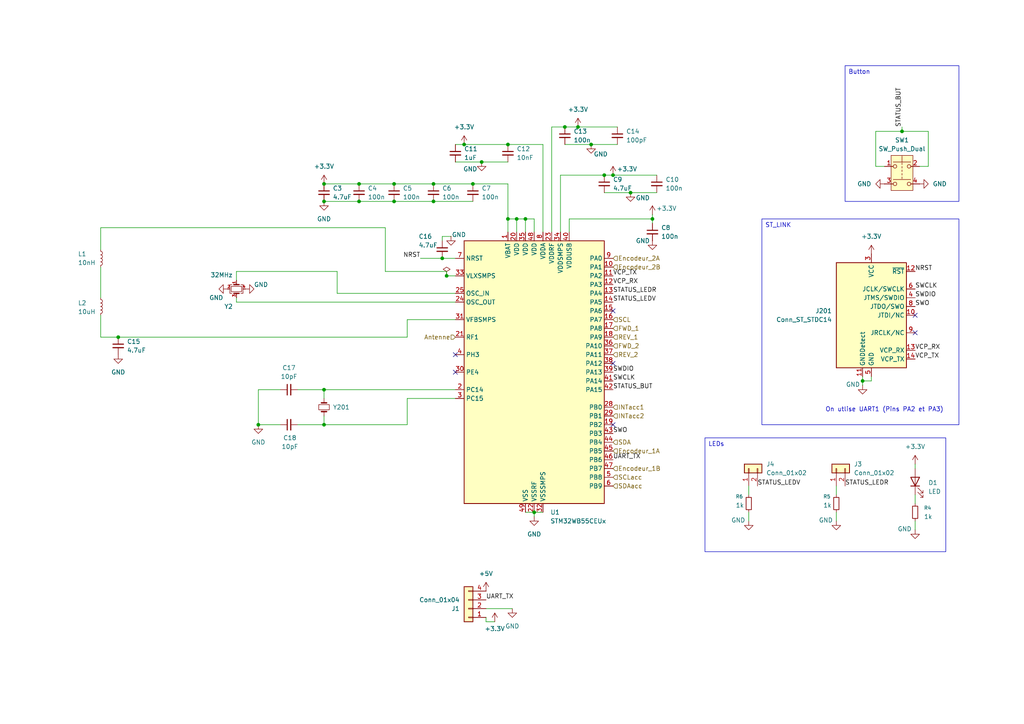
<source format=kicad_sch>
(kicad_sch
	(version 20250114)
	(generator "eeschema")
	(generator_version "9.0")
	(uuid "eab4a41e-ad18-411c-8532-ae4649a41915")
	(paper "A4")
	(lib_symbols
		(symbol "Connector:Conn_ST_STDC14"
			(exclude_from_sim no)
			(in_bom yes)
			(on_board yes)
			(property "Reference" "J"
				(at -8.89 16.51 0)
				(effects
					(font
						(size 1.27 1.27)
					)
					(justify right)
				)
			)
			(property "Value" "Conn_ST_STDC14"
				(at 17.78 16.51 0)
				(effects
					(font
						(size 1.27 1.27)
					)
					(justify right bottom)
				)
			)
			(property "Footprint" ""
				(at 0 0 0)
				(effects
					(font
						(size 1.27 1.27)
					)
					(hide yes)
				)
			)
			(property "Datasheet" "https://www.st.com/content/ccc/resource/technical/document/user_manual/group1/99/49/91/b6/b2/3a/46/e5/DM00526767/files/DM00526767.pdf/jcr:content/translations/en.DM00526767.pdf"
				(at -8.89 -31.75 90)
				(effects
					(font
						(size 1.27 1.27)
					)
					(hide yes)
				)
			)
			(property "Description" "ST Debug Connector, standard ARM Cortex-M SWD and JTAG interface plus UART"
				(at 0 0 0)
				(effects
					(font
						(size 1.27 1.27)
					)
					(hide yes)
				)
			)
			(property "ki_keywords" "ST STM32 Cortex Debug Connector ARM SWD JTAG"
				(at 0 0 0)
				(effects
					(font
						(size 1.27 1.27)
					)
					(hide yes)
				)
			)
			(property "ki_fp_filters" "PinHeader?2x07?P1.27mm*"
				(at 0 0 0)
				(effects
					(font
						(size 1.27 1.27)
					)
					(hide yes)
				)
			)
			(symbol "Conn_ST_STDC14_0_1"
				(rectangle
					(start -10.16 15.24)
					(end 10.16 -15.24)
					(stroke
						(width 0.254)
						(type default)
					)
					(fill
						(type background)
					)
				)
			)
			(symbol "Conn_ST_STDC14_1_1"
				(pin no_connect line
					(at -10.16 5.08 0)
					(length 2.54)
					(hide yes)
					(name "NC"
						(effects
							(font
								(size 1.27 1.27)
							)
						)
					)
					(number "1"
						(effects
							(font
								(size 1.27 1.27)
							)
						)
					)
				)
				(pin no_connect line
					(at -10.16 2.54 0)
					(length 2.54)
					(hide yes)
					(name "NC"
						(effects
							(font
								(size 1.27 1.27)
							)
						)
					)
					(number "2"
						(effects
							(font
								(size 1.27 1.27)
							)
						)
					)
				)
				(pin passive line
					(at -2.54 -17.78 90)
					(length 2.54)
					(name "GNDDetect"
						(effects
							(font
								(size 1.27 1.27)
							)
						)
					)
					(number "11"
						(effects
							(font
								(size 1.27 1.27)
							)
						)
					)
				)
				(pin power_in line
					(at 0 17.78 270)
					(length 2.54)
					(name "VCC"
						(effects
							(font
								(size 1.27 1.27)
							)
						)
					)
					(number "3"
						(effects
							(font
								(size 1.27 1.27)
							)
						)
					)
				)
				(pin power_in line
					(at 0 -17.78 90)
					(length 2.54)
					(name "GND"
						(effects
							(font
								(size 1.27 1.27)
							)
						)
					)
					(number "5"
						(effects
							(font
								(size 1.27 1.27)
							)
						)
					)
				)
				(pin passive line
					(at 0 -17.78 90)
					(length 2.54)
					(hide yes)
					(name "GND"
						(effects
							(font
								(size 1.27 1.27)
							)
						)
					)
					(number "7"
						(effects
							(font
								(size 1.27 1.27)
							)
						)
					)
				)
				(pin open_collector line
					(at 12.7 12.7 180)
					(length 2.54)
					(name "~{RST}"
						(effects
							(font
								(size 1.27 1.27)
							)
						)
					)
					(number "12"
						(effects
							(font
								(size 1.27 1.27)
							)
						)
					)
				)
				(pin output line
					(at 12.7 7.62 180)
					(length 2.54)
					(name "JCLK/SWCLK"
						(effects
							(font
								(size 1.27 1.27)
							)
						)
					)
					(number "6"
						(effects
							(font
								(size 1.27 1.27)
							)
						)
					)
				)
				(pin bidirectional line
					(at 12.7 5.08 180)
					(length 2.54)
					(name "JTMS/SWDIO"
						(effects
							(font
								(size 1.27 1.27)
							)
						)
					)
					(number "4"
						(effects
							(font
								(size 1.27 1.27)
							)
						)
					)
				)
				(pin input line
					(at 12.7 2.54 180)
					(length 2.54)
					(name "JTDO/SWO"
						(effects
							(font
								(size 1.27 1.27)
							)
						)
					)
					(number "8"
						(effects
							(font
								(size 1.27 1.27)
							)
						)
					)
				)
				(pin output line
					(at 12.7 0 180)
					(length 2.54)
					(name "JTDI/NC"
						(effects
							(font
								(size 1.27 1.27)
							)
						)
					)
					(number "10"
						(effects
							(font
								(size 1.27 1.27)
							)
						)
					)
				)
				(pin input line
					(at 12.7 -5.08 180)
					(length 2.54)
					(name "JRCLK/NC"
						(effects
							(font
								(size 1.27 1.27)
							)
						)
					)
					(number "9"
						(effects
							(font
								(size 1.27 1.27)
							)
						)
					)
				)
				(pin output line
					(at 12.7 -10.16 180)
					(length 2.54)
					(name "VCP_RX"
						(effects
							(font
								(size 1.27 1.27)
							)
						)
					)
					(number "13"
						(effects
							(font
								(size 1.27 1.27)
							)
						)
					)
				)
				(pin input line
					(at 12.7 -12.7 180)
					(length 2.54)
					(name "VCP_TX"
						(effects
							(font
								(size 1.27 1.27)
							)
						)
					)
					(number "14"
						(effects
							(font
								(size 1.27 1.27)
							)
						)
					)
				)
			)
			(embedded_fonts no)
		)
		(symbol "Connector_Generic:Conn_01x02"
			(pin_names
				(offset 1.016)
				(hide yes)
			)
			(exclude_from_sim no)
			(in_bom yes)
			(on_board yes)
			(property "Reference" "J"
				(at 0 2.54 0)
				(effects
					(font
						(size 1.27 1.27)
					)
				)
			)
			(property "Value" "Conn_01x02"
				(at 0 -5.08 0)
				(effects
					(font
						(size 1.27 1.27)
					)
				)
			)
			(property "Footprint" ""
				(at 0 0 0)
				(effects
					(font
						(size 1.27 1.27)
					)
					(hide yes)
				)
			)
			(property "Datasheet" "~"
				(at 0 0 0)
				(effects
					(font
						(size 1.27 1.27)
					)
					(hide yes)
				)
			)
			(property "Description" "Generic connector, single row, 01x02, script generated (kicad-library-utils/schlib/autogen/connector/)"
				(at 0 0 0)
				(effects
					(font
						(size 1.27 1.27)
					)
					(hide yes)
				)
			)
			(property "ki_keywords" "connector"
				(at 0 0 0)
				(effects
					(font
						(size 1.27 1.27)
					)
					(hide yes)
				)
			)
			(property "ki_fp_filters" "Connector*:*_1x??_*"
				(at 0 0 0)
				(effects
					(font
						(size 1.27 1.27)
					)
					(hide yes)
				)
			)
			(symbol "Conn_01x02_1_1"
				(rectangle
					(start -1.27 1.27)
					(end 1.27 -3.81)
					(stroke
						(width 0.254)
						(type default)
					)
					(fill
						(type background)
					)
				)
				(rectangle
					(start -1.27 0.127)
					(end 0 -0.127)
					(stroke
						(width 0.1524)
						(type default)
					)
					(fill
						(type none)
					)
				)
				(rectangle
					(start -1.27 -2.413)
					(end 0 -2.667)
					(stroke
						(width 0.1524)
						(type default)
					)
					(fill
						(type none)
					)
				)
				(pin passive line
					(at -5.08 0 0)
					(length 3.81)
					(name "Pin_1"
						(effects
							(font
								(size 1.27 1.27)
							)
						)
					)
					(number "1"
						(effects
							(font
								(size 1.27 1.27)
							)
						)
					)
				)
				(pin passive line
					(at -5.08 -2.54 0)
					(length 3.81)
					(name "Pin_2"
						(effects
							(font
								(size 1.27 1.27)
							)
						)
					)
					(number "2"
						(effects
							(font
								(size 1.27 1.27)
							)
						)
					)
				)
			)
			(embedded_fonts no)
		)
		(symbol "Connector_Generic:Conn_01x04"
			(pin_names
				(offset 1.016)
				(hide yes)
			)
			(exclude_from_sim no)
			(in_bom yes)
			(on_board yes)
			(property "Reference" "J"
				(at 0 5.08 0)
				(effects
					(font
						(size 1.27 1.27)
					)
				)
			)
			(property "Value" "Conn_01x04"
				(at 0 -7.62 0)
				(effects
					(font
						(size 1.27 1.27)
					)
				)
			)
			(property "Footprint" ""
				(at 0 0 0)
				(effects
					(font
						(size 1.27 1.27)
					)
					(hide yes)
				)
			)
			(property "Datasheet" "~"
				(at 0 0 0)
				(effects
					(font
						(size 1.27 1.27)
					)
					(hide yes)
				)
			)
			(property "Description" "Generic connector, single row, 01x04, script generated (kicad-library-utils/schlib/autogen/connector/)"
				(at 0 0 0)
				(effects
					(font
						(size 1.27 1.27)
					)
					(hide yes)
				)
			)
			(property "ki_keywords" "connector"
				(at 0 0 0)
				(effects
					(font
						(size 1.27 1.27)
					)
					(hide yes)
				)
			)
			(property "ki_fp_filters" "Connector*:*_1x??_*"
				(at 0 0 0)
				(effects
					(font
						(size 1.27 1.27)
					)
					(hide yes)
				)
			)
			(symbol "Conn_01x04_1_1"
				(rectangle
					(start -1.27 3.81)
					(end 1.27 -6.35)
					(stroke
						(width 0.254)
						(type default)
					)
					(fill
						(type background)
					)
				)
				(rectangle
					(start -1.27 2.667)
					(end 0 2.413)
					(stroke
						(width 0.1524)
						(type default)
					)
					(fill
						(type none)
					)
				)
				(rectangle
					(start -1.27 0.127)
					(end 0 -0.127)
					(stroke
						(width 0.1524)
						(type default)
					)
					(fill
						(type none)
					)
				)
				(rectangle
					(start -1.27 -2.413)
					(end 0 -2.667)
					(stroke
						(width 0.1524)
						(type default)
					)
					(fill
						(type none)
					)
				)
				(rectangle
					(start -1.27 -4.953)
					(end 0 -5.207)
					(stroke
						(width 0.1524)
						(type default)
					)
					(fill
						(type none)
					)
				)
				(pin passive line
					(at -5.08 2.54 0)
					(length 3.81)
					(name "Pin_1"
						(effects
							(font
								(size 1.27 1.27)
							)
						)
					)
					(number "1"
						(effects
							(font
								(size 1.27 1.27)
							)
						)
					)
				)
				(pin passive line
					(at -5.08 0 0)
					(length 3.81)
					(name "Pin_2"
						(effects
							(font
								(size 1.27 1.27)
							)
						)
					)
					(number "2"
						(effects
							(font
								(size 1.27 1.27)
							)
						)
					)
				)
				(pin passive line
					(at -5.08 -2.54 0)
					(length 3.81)
					(name "Pin_3"
						(effects
							(font
								(size 1.27 1.27)
							)
						)
					)
					(number "3"
						(effects
							(font
								(size 1.27 1.27)
							)
						)
					)
				)
				(pin passive line
					(at -5.08 -5.08 0)
					(length 3.81)
					(name "Pin_4"
						(effects
							(font
								(size 1.27 1.27)
							)
						)
					)
					(number "4"
						(effects
							(font
								(size 1.27 1.27)
							)
						)
					)
				)
			)
			(embedded_fonts no)
		)
		(symbol "Device:C_Small"
			(pin_numbers
				(hide yes)
			)
			(pin_names
				(offset 0.254)
				(hide yes)
			)
			(exclude_from_sim no)
			(in_bom yes)
			(on_board yes)
			(property "Reference" "C"
				(at 0.254 1.778 0)
				(effects
					(font
						(size 1.27 1.27)
					)
					(justify left)
				)
			)
			(property "Value" "C_Small"
				(at 0.254 -2.032 0)
				(effects
					(font
						(size 1.27 1.27)
					)
					(justify left)
				)
			)
			(property "Footprint" ""
				(at 0 0 0)
				(effects
					(font
						(size 1.27 1.27)
					)
					(hide yes)
				)
			)
			(property "Datasheet" "~"
				(at 0 0 0)
				(effects
					(font
						(size 1.27 1.27)
					)
					(hide yes)
				)
			)
			(property "Description" "Unpolarized capacitor, small symbol"
				(at 0 0 0)
				(effects
					(font
						(size 1.27 1.27)
					)
					(hide yes)
				)
			)
			(property "ki_keywords" "capacitor cap"
				(at 0 0 0)
				(effects
					(font
						(size 1.27 1.27)
					)
					(hide yes)
				)
			)
			(property "ki_fp_filters" "C_*"
				(at 0 0 0)
				(effects
					(font
						(size 1.27 1.27)
					)
					(hide yes)
				)
			)
			(symbol "C_Small_0_1"
				(polyline
					(pts
						(xy -1.524 0.508) (xy 1.524 0.508)
					)
					(stroke
						(width 0.3048)
						(type default)
					)
					(fill
						(type none)
					)
				)
				(polyline
					(pts
						(xy -1.524 -0.508) (xy 1.524 -0.508)
					)
					(stroke
						(width 0.3302)
						(type default)
					)
					(fill
						(type none)
					)
				)
			)
			(symbol "C_Small_1_1"
				(pin passive line
					(at 0 2.54 270)
					(length 2.032)
					(name "~"
						(effects
							(font
								(size 1.27 1.27)
							)
						)
					)
					(number "1"
						(effects
							(font
								(size 1.27 1.27)
							)
						)
					)
				)
				(pin passive line
					(at 0 -2.54 90)
					(length 2.032)
					(name "~"
						(effects
							(font
								(size 1.27 1.27)
							)
						)
					)
					(number "2"
						(effects
							(font
								(size 1.27 1.27)
							)
						)
					)
				)
			)
			(embedded_fonts no)
		)
		(symbol "Device:Crystal_GND24_Small"
			(pin_names
				(offset 1.016)
				(hide yes)
			)
			(exclude_from_sim no)
			(in_bom yes)
			(on_board yes)
			(property "Reference" "Y"
				(at 1.27 4.445 0)
				(effects
					(font
						(size 1.27 1.27)
					)
					(justify left)
				)
			)
			(property "Value" "Crystal_GND24_Small"
				(at 1.27 2.54 0)
				(effects
					(font
						(size 1.27 1.27)
					)
					(justify left)
				)
			)
			(property "Footprint" ""
				(at 0 0 0)
				(effects
					(font
						(size 1.27 1.27)
					)
					(hide yes)
				)
			)
			(property "Datasheet" "~"
				(at 0 0 0)
				(effects
					(font
						(size 1.27 1.27)
					)
					(hide yes)
				)
			)
			(property "Description" "Four pin crystal, GND on pins 2 and 4, small symbol"
				(at 0 0 0)
				(effects
					(font
						(size 1.27 1.27)
					)
					(hide yes)
				)
			)
			(property "ki_keywords" "quartz ceramic resonator oscillator"
				(at 0 0 0)
				(effects
					(font
						(size 1.27 1.27)
					)
					(hide yes)
				)
			)
			(property "ki_fp_filters" "Crystal*"
				(at 0 0 0)
				(effects
					(font
						(size 1.27 1.27)
					)
					(hide yes)
				)
			)
			(symbol "Crystal_GND24_Small_0_1"
				(polyline
					(pts
						(xy -1.27 1.27) (xy -1.27 1.905) (xy 1.27 1.905) (xy 1.27 1.27)
					)
					(stroke
						(width 0)
						(type default)
					)
					(fill
						(type none)
					)
				)
				(polyline
					(pts
						(xy -1.27 -0.762) (xy -1.27 0.762)
					)
					(stroke
						(width 0.381)
						(type default)
					)
					(fill
						(type none)
					)
				)
				(polyline
					(pts
						(xy -1.27 -1.27) (xy -1.27 -1.905) (xy 1.27 -1.905) (xy 1.27 -1.27)
					)
					(stroke
						(width 0)
						(type default)
					)
					(fill
						(type none)
					)
				)
				(rectangle
					(start -0.762 -1.524)
					(end 0.762 1.524)
					(stroke
						(width 0)
						(type default)
					)
					(fill
						(type none)
					)
				)
				(polyline
					(pts
						(xy 1.27 -0.762) (xy 1.27 0.762)
					)
					(stroke
						(width 0.381)
						(type default)
					)
					(fill
						(type none)
					)
				)
			)
			(symbol "Crystal_GND24_Small_1_1"
				(pin passive line
					(at -2.54 0 0)
					(length 1.27)
					(name "1"
						(effects
							(font
								(size 1.27 1.27)
							)
						)
					)
					(number "1"
						(effects
							(font
								(size 0.762 0.762)
							)
						)
					)
				)
				(pin passive line
					(at 0 2.54 270)
					(length 0.635)
					(name "4"
						(effects
							(font
								(size 1.27 1.27)
							)
						)
					)
					(number "4"
						(effects
							(font
								(size 0.762 0.762)
							)
						)
					)
				)
				(pin passive line
					(at 0 -2.54 90)
					(length 0.635)
					(name "2"
						(effects
							(font
								(size 1.27 1.27)
							)
						)
					)
					(number "2"
						(effects
							(font
								(size 0.762 0.762)
							)
						)
					)
				)
				(pin passive line
					(at 2.54 0 180)
					(length 1.27)
					(name "3"
						(effects
							(font
								(size 1.27 1.27)
							)
						)
					)
					(number "3"
						(effects
							(font
								(size 0.762 0.762)
							)
						)
					)
				)
			)
			(embedded_fonts no)
		)
		(symbol "Device:Crystal_Small"
			(pin_numbers
				(hide yes)
			)
			(pin_names
				(offset 1.016)
				(hide yes)
			)
			(exclude_from_sim no)
			(in_bom yes)
			(on_board yes)
			(property "Reference" "Y"
				(at 0 2.54 0)
				(effects
					(font
						(size 1.27 1.27)
					)
				)
			)
			(property "Value" "Crystal_Small"
				(at 0 -2.54 0)
				(effects
					(font
						(size 1.27 1.27)
					)
				)
			)
			(property "Footprint" ""
				(at 0 0 0)
				(effects
					(font
						(size 1.27 1.27)
					)
					(hide yes)
				)
			)
			(property "Datasheet" "~"
				(at 0 0 0)
				(effects
					(font
						(size 1.27 1.27)
					)
					(hide yes)
				)
			)
			(property "Description" "Two pin crystal, small symbol"
				(at 0 0 0)
				(effects
					(font
						(size 1.27 1.27)
					)
					(hide yes)
				)
			)
			(property "ki_keywords" "quartz ceramic resonator oscillator"
				(at 0 0 0)
				(effects
					(font
						(size 1.27 1.27)
					)
					(hide yes)
				)
			)
			(property "ki_fp_filters" "Crystal*"
				(at 0 0 0)
				(effects
					(font
						(size 1.27 1.27)
					)
					(hide yes)
				)
			)
			(symbol "Crystal_Small_0_1"
				(polyline
					(pts
						(xy -1.27 -0.762) (xy -1.27 0.762)
					)
					(stroke
						(width 0.381)
						(type default)
					)
					(fill
						(type none)
					)
				)
				(rectangle
					(start -0.762 -1.524)
					(end 0.762 1.524)
					(stroke
						(width 0)
						(type default)
					)
					(fill
						(type none)
					)
				)
				(polyline
					(pts
						(xy 1.27 -0.762) (xy 1.27 0.762)
					)
					(stroke
						(width 0.381)
						(type default)
					)
					(fill
						(type none)
					)
				)
			)
			(symbol "Crystal_Small_1_1"
				(pin passive line
					(at -2.54 0 0)
					(length 1.27)
					(name "1"
						(effects
							(font
								(size 1.27 1.27)
							)
						)
					)
					(number "1"
						(effects
							(font
								(size 1.27 1.27)
							)
						)
					)
				)
				(pin passive line
					(at 2.54 0 180)
					(length 1.27)
					(name "2"
						(effects
							(font
								(size 1.27 1.27)
							)
						)
					)
					(number "2"
						(effects
							(font
								(size 1.27 1.27)
							)
						)
					)
				)
			)
			(embedded_fonts no)
		)
		(symbol "Device:LED"
			(pin_numbers
				(hide yes)
			)
			(pin_names
				(offset 1.016)
				(hide yes)
			)
			(exclude_from_sim no)
			(in_bom yes)
			(on_board yes)
			(property "Reference" "D"
				(at 0 2.54 0)
				(effects
					(font
						(size 1.27 1.27)
					)
				)
			)
			(property "Value" "LED"
				(at 0 -2.54 0)
				(effects
					(font
						(size 1.27 1.27)
					)
				)
			)
			(property "Footprint" ""
				(at 0 0 0)
				(effects
					(font
						(size 1.27 1.27)
					)
					(hide yes)
				)
			)
			(property "Datasheet" "~"
				(at 0 0 0)
				(effects
					(font
						(size 1.27 1.27)
					)
					(hide yes)
				)
			)
			(property "Description" "Light emitting diode"
				(at 0 0 0)
				(effects
					(font
						(size 1.27 1.27)
					)
					(hide yes)
				)
			)
			(property "Sim.Pins" "1=K 2=A"
				(at 0 0 0)
				(effects
					(font
						(size 1.27 1.27)
					)
					(hide yes)
				)
			)
			(property "ki_keywords" "LED diode"
				(at 0 0 0)
				(effects
					(font
						(size 1.27 1.27)
					)
					(hide yes)
				)
			)
			(property "ki_fp_filters" "LED* LED_SMD:* LED_THT:*"
				(at 0 0 0)
				(effects
					(font
						(size 1.27 1.27)
					)
					(hide yes)
				)
			)
			(symbol "LED_0_1"
				(polyline
					(pts
						(xy -3.048 -0.762) (xy -4.572 -2.286) (xy -3.81 -2.286) (xy -4.572 -2.286) (xy -4.572 -1.524)
					)
					(stroke
						(width 0)
						(type default)
					)
					(fill
						(type none)
					)
				)
				(polyline
					(pts
						(xy -1.778 -0.762) (xy -3.302 -2.286) (xy -2.54 -2.286) (xy -3.302 -2.286) (xy -3.302 -1.524)
					)
					(stroke
						(width 0)
						(type default)
					)
					(fill
						(type none)
					)
				)
				(polyline
					(pts
						(xy -1.27 0) (xy 1.27 0)
					)
					(stroke
						(width 0)
						(type default)
					)
					(fill
						(type none)
					)
				)
				(polyline
					(pts
						(xy -1.27 -1.27) (xy -1.27 1.27)
					)
					(stroke
						(width 0.254)
						(type default)
					)
					(fill
						(type none)
					)
				)
				(polyline
					(pts
						(xy 1.27 -1.27) (xy 1.27 1.27) (xy -1.27 0) (xy 1.27 -1.27)
					)
					(stroke
						(width 0.254)
						(type default)
					)
					(fill
						(type none)
					)
				)
			)
			(symbol "LED_1_1"
				(pin passive line
					(at -3.81 0 0)
					(length 2.54)
					(name "K"
						(effects
							(font
								(size 1.27 1.27)
							)
						)
					)
					(number "1"
						(effects
							(font
								(size 1.27 1.27)
							)
						)
					)
				)
				(pin passive line
					(at 3.81 0 180)
					(length 2.54)
					(name "A"
						(effects
							(font
								(size 1.27 1.27)
							)
						)
					)
					(number "2"
						(effects
							(font
								(size 1.27 1.27)
							)
						)
					)
				)
			)
			(embedded_fonts no)
		)
		(symbol "Device:L_Small"
			(pin_numbers
				(hide yes)
			)
			(pin_names
				(offset 0.254)
				(hide yes)
			)
			(exclude_from_sim no)
			(in_bom yes)
			(on_board yes)
			(property "Reference" "L"
				(at 0.762 1.016 0)
				(effects
					(font
						(size 1.27 1.27)
					)
					(justify left)
				)
			)
			(property "Value" "L_Small"
				(at 0.762 -1.016 0)
				(effects
					(font
						(size 1.27 1.27)
					)
					(justify left)
				)
			)
			(property "Footprint" ""
				(at 0 0 0)
				(effects
					(font
						(size 1.27 1.27)
					)
					(hide yes)
				)
			)
			(property "Datasheet" "~"
				(at 0 0 0)
				(effects
					(font
						(size 1.27 1.27)
					)
					(hide yes)
				)
			)
			(property "Description" "Inductor, small symbol"
				(at 0 0 0)
				(effects
					(font
						(size 1.27 1.27)
					)
					(hide yes)
				)
			)
			(property "ki_keywords" "inductor choke coil reactor magnetic"
				(at 0 0 0)
				(effects
					(font
						(size 1.27 1.27)
					)
					(hide yes)
				)
			)
			(property "ki_fp_filters" "Choke_* *Coil* Inductor_* L_*"
				(at 0 0 0)
				(effects
					(font
						(size 1.27 1.27)
					)
					(hide yes)
				)
			)
			(symbol "L_Small_0_1"
				(arc
					(start 0 2.032)
					(mid 0.5058 1.524)
					(end 0 1.016)
					(stroke
						(width 0)
						(type default)
					)
					(fill
						(type none)
					)
				)
				(arc
					(start 0 1.016)
					(mid 0.5058 0.508)
					(end 0 0)
					(stroke
						(width 0)
						(type default)
					)
					(fill
						(type none)
					)
				)
				(arc
					(start 0 0)
					(mid 0.5058 -0.508)
					(end 0 -1.016)
					(stroke
						(width 0)
						(type default)
					)
					(fill
						(type none)
					)
				)
				(arc
					(start 0 -1.016)
					(mid 0.5058 -1.524)
					(end 0 -2.032)
					(stroke
						(width 0)
						(type default)
					)
					(fill
						(type none)
					)
				)
			)
			(symbol "L_Small_1_1"
				(pin passive line
					(at 0 2.54 270)
					(length 0.508)
					(name "~"
						(effects
							(font
								(size 1.27 1.27)
							)
						)
					)
					(number "1"
						(effects
							(font
								(size 1.27 1.27)
							)
						)
					)
				)
				(pin passive line
					(at 0 -2.54 90)
					(length 0.508)
					(name "~"
						(effects
							(font
								(size 1.27 1.27)
							)
						)
					)
					(number "2"
						(effects
							(font
								(size 1.27 1.27)
							)
						)
					)
				)
			)
			(embedded_fonts no)
		)
		(symbol "Device:R_Small"
			(pin_numbers
				(hide yes)
			)
			(pin_names
				(offset 0.254)
				(hide yes)
			)
			(exclude_from_sim no)
			(in_bom yes)
			(on_board yes)
			(property "Reference" "R"
				(at 0 0 90)
				(effects
					(font
						(size 1.016 1.016)
					)
				)
			)
			(property "Value" "R_Small"
				(at 1.778 0 90)
				(effects
					(font
						(size 1.27 1.27)
					)
				)
			)
			(property "Footprint" ""
				(at 0 0 0)
				(effects
					(font
						(size 1.27 1.27)
					)
					(hide yes)
				)
			)
			(property "Datasheet" "~"
				(at 0 0 0)
				(effects
					(font
						(size 1.27 1.27)
					)
					(hide yes)
				)
			)
			(property "Description" "Resistor, small symbol"
				(at 0 0 0)
				(effects
					(font
						(size 1.27 1.27)
					)
					(hide yes)
				)
			)
			(property "ki_keywords" "R resistor"
				(at 0 0 0)
				(effects
					(font
						(size 1.27 1.27)
					)
					(hide yes)
				)
			)
			(property "ki_fp_filters" "R_*"
				(at 0 0 0)
				(effects
					(font
						(size 1.27 1.27)
					)
					(hide yes)
				)
			)
			(symbol "R_Small_0_1"
				(rectangle
					(start -0.762 1.778)
					(end 0.762 -1.778)
					(stroke
						(width 0.2032)
						(type default)
					)
					(fill
						(type none)
					)
				)
			)
			(symbol "R_Small_1_1"
				(pin passive line
					(at 0 2.54 270)
					(length 0.762)
					(name "~"
						(effects
							(font
								(size 1.27 1.27)
							)
						)
					)
					(number "1"
						(effects
							(font
								(size 1.27 1.27)
							)
						)
					)
				)
				(pin passive line
					(at 0 -2.54 90)
					(length 0.762)
					(name "~"
						(effects
							(font
								(size 1.27 1.27)
							)
						)
					)
					(number "2"
						(effects
							(font
								(size 1.27 1.27)
							)
						)
					)
				)
			)
			(embedded_fonts no)
		)
		(symbol "MCU_ST_STM32WB:STM32WB55CEUx"
			(exclude_from_sim no)
			(in_bom yes)
			(on_board yes)
			(property "Reference" "U"
				(at -20.32 39.37 0)
				(effects
					(font
						(size 1.27 1.27)
					)
					(justify left)
				)
			)
			(property "Value" "STM32WB55CEUx"
				(at 12.7 39.37 0)
				(effects
					(font
						(size 1.27 1.27)
					)
					(justify left)
				)
			)
			(property "Footprint" "Package_DFN_QFN:QFN-48-1EP_7x7mm_P0.5mm_EP5.6x5.6mm"
				(at -20.32 -38.1 0)
				(effects
					(font
						(size 1.27 1.27)
					)
					(justify right)
					(hide yes)
				)
			)
			(property "Datasheet" "https://www.st.com/resource/en/datasheet/stm32wb55ce.pdf"
				(at 0 0 0)
				(effects
					(font
						(size 1.27 1.27)
					)
					(hide yes)
				)
			)
			(property "Description" "STMicroelectronics Arm Cortex-M4 MCU, 512KB flash, 256KB RAM, 64 MHz, 1.71-3.6V, 30 GPIO, UFQFPN48"
				(at 0 0 0)
				(effects
					(font
						(size 1.27 1.27)
					)
					(hide yes)
				)
			)
			(property "ki_keywords" "Arm Cortex-M4 STM32WB STM32WBx5"
				(at 0 0 0)
				(effects
					(font
						(size 1.27 1.27)
					)
					(hide yes)
				)
			)
			(property "ki_fp_filters" "QFN*1EP*7x7mm*P0.5mm*"
				(at 0 0 0)
				(effects
					(font
						(size 1.27 1.27)
					)
					(hide yes)
				)
			)
			(symbol "STM32WB55CEUx_0_1"
				(rectangle
					(start -20.32 -38.1)
					(end 20.32 38.1)
					(stroke
						(width 0.254)
						(type default)
					)
					(fill
						(type background)
					)
				)
			)
			(symbol "STM32WB55CEUx_1_1"
				(pin input line
					(at -22.86 33.02 0)
					(length 2.54)
					(name "NRST"
						(effects
							(font
								(size 1.27 1.27)
							)
						)
					)
					(number "7"
						(effects
							(font
								(size 1.27 1.27)
							)
						)
					)
				)
				(pin power_in line
					(at -22.86 27.94 0)
					(length 2.54)
					(name "VLXSMPS"
						(effects
							(font
								(size 1.27 1.27)
							)
						)
					)
					(number "33"
						(effects
							(font
								(size 1.27 1.27)
							)
						)
					)
				)
				(pin input line
					(at -22.86 22.86 0)
					(length 2.54)
					(name "OSC_IN"
						(effects
							(font
								(size 1.27 1.27)
							)
						)
					)
					(number "25"
						(effects
							(font
								(size 1.27 1.27)
							)
						)
					)
					(alternate "RCC_OSC_IN" bidirectional line)
				)
				(pin input line
					(at -22.86 20.32 0)
					(length 2.54)
					(name "OSC_OUT"
						(effects
							(font
								(size 1.27 1.27)
							)
						)
					)
					(number "24"
						(effects
							(font
								(size 1.27 1.27)
							)
						)
					)
					(alternate "RCC_OSC_OUT" bidirectional line)
				)
				(pin input line
					(at -22.86 15.24 0)
					(length 2.54)
					(name "VFBSMPS"
						(effects
							(font
								(size 1.27 1.27)
							)
						)
					)
					(number "31"
						(effects
							(font
								(size 1.27 1.27)
							)
						)
					)
				)
				(pin bidirectional line
					(at -22.86 10.16 0)
					(length 2.54)
					(name "RF1"
						(effects
							(font
								(size 1.27 1.27)
							)
						)
					)
					(number "21"
						(effects
							(font
								(size 1.27 1.27)
							)
						)
					)
					(alternate "RF_RF1" bidirectional line)
				)
				(pin bidirectional line
					(at -22.86 5.08 0)
					(length 2.54)
					(name "PH3"
						(effects
							(font
								(size 1.27 1.27)
							)
						)
					)
					(number "4"
						(effects
							(font
								(size 1.27 1.27)
							)
						)
					)
					(alternate "RCC_LSCO" bidirectional line)
				)
				(pin bidirectional line
					(at -22.86 0 0)
					(length 2.54)
					(name "PE4"
						(effects
							(font
								(size 1.27 1.27)
							)
						)
					)
					(number "30"
						(effects
							(font
								(size 1.27 1.27)
							)
						)
					)
				)
				(pin bidirectional line
					(at -22.86 -5.08 0)
					(length 2.54)
					(name "PC14"
						(effects
							(font
								(size 1.27 1.27)
							)
						)
					)
					(number "2"
						(effects
							(font
								(size 1.27 1.27)
							)
						)
					)
					(alternate "RCC_OSC32_IN" bidirectional line)
				)
				(pin bidirectional line
					(at -22.86 -7.62 0)
					(length 2.54)
					(name "PC15"
						(effects
							(font
								(size 1.27 1.27)
							)
						)
					)
					(number "3"
						(effects
							(font
								(size 1.27 1.27)
							)
						)
					)
					(alternate "ADC1_EXTI15" bidirectional line)
					(alternate "RCC_OSC32_OUT" bidirectional line)
				)
				(pin no_connect line
					(at -20.32 -35.56 0)
					(length 2.54)
					(hide yes)
					(name "AT1"
						(effects
							(font
								(size 1.27 1.27)
							)
						)
					)
					(number "27"
						(effects
							(font
								(size 1.27 1.27)
							)
						)
					)
				)
				(pin no_connect line
					(at -20.32 -38.1 0)
					(length 2.54)
					(hide yes)
					(name "AT0"
						(effects
							(font
								(size 1.27 1.27)
							)
						)
					)
					(number "26"
						(effects
							(font
								(size 1.27 1.27)
							)
						)
					)
				)
				(pin power_in line
					(at -7.62 40.64 270)
					(length 2.54)
					(name "VBAT"
						(effects
							(font
								(size 1.27 1.27)
							)
						)
					)
					(number "1"
						(effects
							(font
								(size 1.27 1.27)
							)
						)
					)
				)
				(pin power_in line
					(at -5.08 40.64 270)
					(length 2.54)
					(name "VDD"
						(effects
							(font
								(size 1.27 1.27)
							)
						)
					)
					(number "20"
						(effects
							(font
								(size 1.27 1.27)
							)
						)
					)
				)
				(pin power_in line
					(at -2.54 40.64 270)
					(length 2.54)
					(name "VDD"
						(effects
							(font
								(size 1.27 1.27)
							)
						)
					)
					(number "35"
						(effects
							(font
								(size 1.27 1.27)
							)
						)
					)
				)
				(pin power_in line
					(at -2.54 -40.64 90)
					(length 2.54)
					(name "VSS"
						(effects
							(font
								(size 1.27 1.27)
							)
						)
					)
					(number "49"
						(effects
							(font
								(size 1.27 1.27)
							)
						)
					)
				)
				(pin power_in line
					(at 0 40.64 270)
					(length 2.54)
					(name "VDD"
						(effects
							(font
								(size 1.27 1.27)
							)
						)
					)
					(number "48"
						(effects
							(font
								(size 1.27 1.27)
							)
						)
					)
				)
				(pin power_in line
					(at 0 -40.64 90)
					(length 2.54)
					(name "VSSRF"
						(effects
							(font
								(size 1.27 1.27)
							)
						)
					)
					(number "22"
						(effects
							(font
								(size 1.27 1.27)
							)
						)
					)
				)
				(pin power_in line
					(at 2.54 40.64 270)
					(length 2.54)
					(name "VDDA"
						(effects
							(font
								(size 1.27 1.27)
							)
						)
					)
					(number "8"
						(effects
							(font
								(size 1.27 1.27)
							)
						)
					)
				)
				(pin power_in line
					(at 2.54 -40.64 90)
					(length 2.54)
					(name "VSSSMPS"
						(effects
							(font
								(size 1.27 1.27)
							)
						)
					)
					(number "32"
						(effects
							(font
								(size 1.27 1.27)
							)
						)
					)
				)
				(pin power_in line
					(at 5.08 40.64 270)
					(length 2.54)
					(name "VDDRF"
						(effects
							(font
								(size 1.27 1.27)
							)
						)
					)
					(number "23"
						(effects
							(font
								(size 1.27 1.27)
							)
						)
					)
				)
				(pin power_in line
					(at 7.62 40.64 270)
					(length 2.54)
					(name "VDDSMPS"
						(effects
							(font
								(size 1.27 1.27)
							)
						)
					)
					(number "34"
						(effects
							(font
								(size 1.27 1.27)
							)
						)
					)
				)
				(pin power_in line
					(at 10.16 40.64 270)
					(length 2.54)
					(name "VDDUSB"
						(effects
							(font
								(size 1.27 1.27)
							)
						)
					)
					(number "40"
						(effects
							(font
								(size 1.27 1.27)
							)
						)
					)
				)
				(pin bidirectional line
					(at 22.86 33.02 180)
					(length 2.54)
					(name "PA0"
						(effects
							(font
								(size 1.27 1.27)
							)
						)
					)
					(number "9"
						(effects
							(font
								(size 1.27 1.27)
							)
						)
					)
					(alternate "ADC1_IN5" bidirectional line)
					(alternate "COMP1_INM" bidirectional line)
					(alternate "COMP1_OUT" bidirectional line)
					(alternate "RTC_TAMP2" bidirectional line)
					(alternate "SAI1_EXTCLK" bidirectional line)
					(alternate "SYS_WKUP1" bidirectional line)
					(alternate "TIM2_CH1" bidirectional line)
					(alternate "TIM2_ETR" bidirectional line)
				)
				(pin bidirectional line
					(at 22.86 30.48 180)
					(length 2.54)
					(name "PA1"
						(effects
							(font
								(size 1.27 1.27)
							)
						)
					)
					(number "10"
						(effects
							(font
								(size 1.27 1.27)
							)
						)
					)
					(alternate "ADC1_IN6" bidirectional line)
					(alternate "COMP1_INP" bidirectional line)
					(alternate "I2C1_SMBA" bidirectional line)
					(alternate "LCD_SEG0" bidirectional line)
					(alternate "SPI1_SCK" bidirectional line)
					(alternate "TIM2_CH2" bidirectional line)
				)
				(pin bidirectional line
					(at 22.86 27.94 180)
					(length 2.54)
					(name "PA2"
						(effects
							(font
								(size 1.27 1.27)
							)
						)
					)
					(number "11"
						(effects
							(font
								(size 1.27 1.27)
							)
						)
					)
					(alternate "ADC1_IN7" bidirectional line)
					(alternate "COMP2_INM" bidirectional line)
					(alternate "COMP2_OUT" bidirectional line)
					(alternate "LCD_SEG1" bidirectional line)
					(alternate "LPUART1_TX" bidirectional line)
					(alternate "QUADSPI_BK1_NCS" bidirectional line)
					(alternate "RCC_LSCO" bidirectional line)
					(alternate "SYS_WKUP4" bidirectional line)
					(alternate "TIM2_CH3" bidirectional line)
				)
				(pin bidirectional line
					(at 22.86 25.4 180)
					(length 2.54)
					(name "PA3"
						(effects
							(font
								(size 1.27 1.27)
							)
						)
					)
					(number "12"
						(effects
							(font
								(size 1.27 1.27)
							)
						)
					)
					(alternate "ADC1_IN8" bidirectional line)
					(alternate "COMP2_INP" bidirectional line)
					(alternate "LCD_SEG2" bidirectional line)
					(alternate "LPUART1_RX" bidirectional line)
					(alternate "QUADSPI_CLK" bidirectional line)
					(alternate "SAI1_CK1" bidirectional line)
					(alternate "SAI1_MCLK_A" bidirectional line)
					(alternate "TIM2_CH4" bidirectional line)
				)
				(pin bidirectional line
					(at 22.86 22.86 180)
					(length 2.54)
					(name "PA4"
						(effects
							(font
								(size 1.27 1.27)
							)
						)
					)
					(number "13"
						(effects
							(font
								(size 1.27 1.27)
							)
						)
					)
					(alternate "ADC1_IN9" bidirectional line)
					(alternate "COMP1_INM" bidirectional line)
					(alternate "COMP2_INM" bidirectional line)
					(alternate "LCD_SEG5" bidirectional line)
					(alternate "LPTIM2_OUT" bidirectional line)
					(alternate "SAI1_FS_B" bidirectional line)
					(alternate "SPI1_NSS" bidirectional line)
				)
				(pin bidirectional line
					(at 22.86 20.32 180)
					(length 2.54)
					(name "PA5"
						(effects
							(font
								(size 1.27 1.27)
							)
						)
					)
					(number "14"
						(effects
							(font
								(size 1.27 1.27)
							)
						)
					)
					(alternate "ADC1_IN10" bidirectional line)
					(alternate "COMP1_INM" bidirectional line)
					(alternate "COMP2_INM" bidirectional line)
					(alternate "LPTIM2_ETR" bidirectional line)
					(alternate "SAI1_SD_B" bidirectional line)
					(alternate "SPI1_SCK" bidirectional line)
					(alternate "TIM2_CH1" bidirectional line)
					(alternate "TIM2_ETR" bidirectional line)
				)
				(pin bidirectional line
					(at 22.86 17.78 180)
					(length 2.54)
					(name "PA6"
						(effects
							(font
								(size 1.27 1.27)
							)
						)
					)
					(number "15"
						(effects
							(font
								(size 1.27 1.27)
							)
						)
					)
					(alternate "ADC1_IN11" bidirectional line)
					(alternate "LCD_SEG3" bidirectional line)
					(alternate "LPUART1_CTS" bidirectional line)
					(alternate "QUADSPI_BK1_IO3" bidirectional line)
					(alternate "SPI1_MISO" bidirectional line)
					(alternate "TIM16_CH1" bidirectional line)
					(alternate "TIM1_BKIN" bidirectional line)
				)
				(pin bidirectional line
					(at 22.86 15.24 180)
					(length 2.54)
					(name "PA7"
						(effects
							(font
								(size 1.27 1.27)
							)
						)
					)
					(number "16"
						(effects
							(font
								(size 1.27 1.27)
							)
						)
					)
					(alternate "ADC1_IN12" bidirectional line)
					(alternate "COMP2_OUT" bidirectional line)
					(alternate "I2C3_SCL" bidirectional line)
					(alternate "LCD_SEG4" bidirectional line)
					(alternate "QUADSPI_BK1_IO2" bidirectional line)
					(alternate "SPI1_MOSI" bidirectional line)
					(alternate "TIM17_CH1" bidirectional line)
					(alternate "TIM1_CH1N" bidirectional line)
				)
				(pin bidirectional line
					(at 22.86 12.7 180)
					(length 2.54)
					(name "PA8"
						(effects
							(font
								(size 1.27 1.27)
							)
						)
					)
					(number "17"
						(effects
							(font
								(size 1.27 1.27)
							)
						)
					)
					(alternate "ADC1_IN15" bidirectional line)
					(alternate "LCD_COM0" bidirectional line)
					(alternate "LPTIM2_OUT" bidirectional line)
					(alternate "RCC_MCO" bidirectional line)
					(alternate "SAI1_CK2" bidirectional line)
					(alternate "SAI1_SCK_A" bidirectional line)
					(alternate "TIM1_CH1" bidirectional line)
					(alternate "USART1_CK" bidirectional line)
				)
				(pin bidirectional line
					(at 22.86 10.16 180)
					(length 2.54)
					(name "PA9"
						(effects
							(font
								(size 1.27 1.27)
							)
						)
					)
					(number "18"
						(effects
							(font
								(size 1.27 1.27)
							)
						)
					)
					(alternate "ADC1_IN16" bidirectional line)
					(alternate "COMP1_INM" bidirectional line)
					(alternate "I2C1_SCL" bidirectional line)
					(alternate "LCD_COM1" bidirectional line)
					(alternate "SAI1_D2" bidirectional line)
					(alternate "SAI1_FS_A" bidirectional line)
					(alternate "TIM1_CH2" bidirectional line)
					(alternate "USART1_TX" bidirectional line)
				)
				(pin bidirectional line
					(at 22.86 7.62 180)
					(length 2.54)
					(name "PA10"
						(effects
							(font
								(size 1.27 1.27)
							)
						)
					)
					(number "36"
						(effects
							(font
								(size 1.27 1.27)
							)
						)
					)
					(alternate "CRS_SYNC" bidirectional line)
					(alternate "I2C1_SDA" bidirectional line)
					(alternate "LCD_COM2" bidirectional line)
					(alternate "SAI1_D1" bidirectional line)
					(alternate "SAI1_SD_A" bidirectional line)
					(alternate "TIM17_BKIN" bidirectional line)
					(alternate "TIM1_CH3" bidirectional line)
					(alternate "USART1_RX" bidirectional line)
				)
				(pin bidirectional line
					(at 22.86 5.08 180)
					(length 2.54)
					(name "PA11"
						(effects
							(font
								(size 1.27 1.27)
							)
						)
					)
					(number "37"
						(effects
							(font
								(size 1.27 1.27)
							)
						)
					)
					(alternate "ADC1_EXTI11" bidirectional line)
					(alternate "SPI1_MISO" bidirectional line)
					(alternate "TIM1_BKIN2" bidirectional line)
					(alternate "TIM1_CH4" bidirectional line)
					(alternate "USART1_CTS" bidirectional line)
					(alternate "USART1_NSS" bidirectional line)
					(alternate "USB_DM" bidirectional line)
				)
				(pin bidirectional line
					(at 22.86 2.54 180)
					(length 2.54)
					(name "PA12"
						(effects
							(font
								(size 1.27 1.27)
							)
						)
					)
					(number "38"
						(effects
							(font
								(size 1.27 1.27)
							)
						)
					)
					(alternate "LPUART1_RX" bidirectional line)
					(alternate "SPI1_MOSI" bidirectional line)
					(alternate "TIM1_ETR" bidirectional line)
					(alternate "USART1_DE" bidirectional line)
					(alternate "USART1_RTS" bidirectional line)
					(alternate "USB_DP" bidirectional line)
				)
				(pin bidirectional line
					(at 22.86 0 180)
					(length 2.54)
					(name "PA13"
						(effects
							(font
								(size 1.27 1.27)
							)
						)
					)
					(number "39"
						(effects
							(font
								(size 1.27 1.27)
							)
						)
					)
					(alternate "IR_OUT" bidirectional line)
					(alternate "SAI1_SD_B" bidirectional line)
					(alternate "SYS_JTMS-SWDIO" bidirectional line)
					(alternate "USB_NOE" bidirectional line)
				)
				(pin bidirectional line
					(at 22.86 -2.54 180)
					(length 2.54)
					(name "PA14"
						(effects
							(font
								(size 1.27 1.27)
							)
						)
					)
					(number "41"
						(effects
							(font
								(size 1.27 1.27)
							)
						)
					)
					(alternate "I2C1_SMBA" bidirectional line)
					(alternate "LCD_SEG5" bidirectional line)
					(alternate "LPTIM1_OUT" bidirectional line)
					(alternate "SAI1_FS_B" bidirectional line)
					(alternate "SYS_JTCK-SWCLK" bidirectional line)
				)
				(pin bidirectional line
					(at 22.86 -5.08 180)
					(length 2.54)
					(name "PA15"
						(effects
							(font
								(size 1.27 1.27)
							)
						)
					)
					(number "42"
						(effects
							(font
								(size 1.27 1.27)
							)
						)
					)
					(alternate "ADC1_EXTI15" bidirectional line)
					(alternate "LCD_SEG17" bidirectional line)
					(alternate "RCC_MCO" bidirectional line)
					(alternate "SPI1_NSS" bidirectional line)
					(alternate "SYS_JTDI" bidirectional line)
					(alternate "TIM2_CH1" bidirectional line)
					(alternate "TIM2_ETR" bidirectional line)
				)
				(pin bidirectional line
					(at 22.86 -10.16 180)
					(length 2.54)
					(name "PB0"
						(effects
							(font
								(size 1.27 1.27)
							)
						)
					)
					(number "28"
						(effects
							(font
								(size 1.27 1.27)
							)
						)
					)
					(alternate "COMP1_OUT" bidirectional line)
					(alternate "RF_TX_MOD_EXT_PA" bidirectional line)
				)
				(pin bidirectional line
					(at 22.86 -12.7 180)
					(length 2.54)
					(name "PB1"
						(effects
							(font
								(size 1.27 1.27)
							)
						)
					)
					(number "29"
						(effects
							(font
								(size 1.27 1.27)
							)
						)
					)
					(alternate "LPTIM2_IN1" bidirectional line)
					(alternate "LPUART1_DE" bidirectional line)
					(alternate "LPUART1_RTS" bidirectional line)
				)
				(pin bidirectional line
					(at 22.86 -15.24 180)
					(length 2.54)
					(name "PB2"
						(effects
							(font
								(size 1.27 1.27)
							)
						)
					)
					(number "19"
						(effects
							(font
								(size 1.27 1.27)
							)
						)
					)
					(alternate "COMP1_INP" bidirectional line)
					(alternate "I2C3_SMBA" bidirectional line)
					(alternate "LCD_VLCD" bidirectional line)
					(alternate "LPTIM1_OUT" bidirectional line)
					(alternate "RTC_OUT2" bidirectional line)
					(alternate "SAI1_EXTCLK" bidirectional line)
					(alternate "SPI1_NSS" bidirectional line)
				)
				(pin bidirectional line
					(at 22.86 -17.78 180)
					(length 2.54)
					(name "PB3"
						(effects
							(font
								(size 1.27 1.27)
							)
						)
					)
					(number "43"
						(effects
							(font
								(size 1.27 1.27)
							)
						)
					)
					(alternate "COMP2_INM" bidirectional line)
					(alternate "LCD_SEG7" bidirectional line)
					(alternate "SAI1_SCK_B" bidirectional line)
					(alternate "SPI1_SCK" bidirectional line)
					(alternate "SYS_JTDO-SWO" bidirectional line)
					(alternate "TIM2_CH2" bidirectional line)
					(alternate "USART1_DE" bidirectional line)
					(alternate "USART1_RTS" bidirectional line)
				)
				(pin bidirectional line
					(at 22.86 -20.32 180)
					(length 2.54)
					(name "PB4"
						(effects
							(font
								(size 1.27 1.27)
							)
						)
					)
					(number "44"
						(effects
							(font
								(size 1.27 1.27)
							)
						)
					)
					(alternate "COMP2_INP" bidirectional line)
					(alternate "I2C3_SDA" bidirectional line)
					(alternate "LCD_SEG8" bidirectional line)
					(alternate "SAI1_MCLK_B" bidirectional line)
					(alternate "SPI1_MISO" bidirectional line)
					(alternate "SYS_JTRST" bidirectional line)
					(alternate "TIM17_BKIN" bidirectional line)
					(alternate "USART1_CTS" bidirectional line)
					(alternate "USART1_NSS" bidirectional line)
				)
				(pin bidirectional line
					(at 22.86 -22.86 180)
					(length 2.54)
					(name "PB5"
						(effects
							(font
								(size 1.27 1.27)
							)
						)
					)
					(number "45"
						(effects
							(font
								(size 1.27 1.27)
							)
						)
					)
					(alternate "COMP2_OUT" bidirectional line)
					(alternate "I2C1_SMBA" bidirectional line)
					(alternate "LCD_SEG9" bidirectional line)
					(alternate "LPTIM1_IN1" bidirectional line)
					(alternate "LPUART1_TX" bidirectional line)
					(alternate "SAI1_SD_B" bidirectional line)
					(alternate "SPI1_MOSI" bidirectional line)
					(alternate "TIM16_BKIN" bidirectional line)
					(alternate "USART1_CK" bidirectional line)
				)
				(pin bidirectional line
					(at 22.86 -25.4 180)
					(length 2.54)
					(name "PB6"
						(effects
							(font
								(size 1.27 1.27)
							)
						)
					)
					(number "46"
						(effects
							(font
								(size 1.27 1.27)
							)
						)
					)
					(alternate "COMP2_INP" bidirectional line)
					(alternate "I2C1_SCL" bidirectional line)
					(alternate "LCD_SEG6" bidirectional line)
					(alternate "LPTIM1_ETR" bidirectional line)
					(alternate "RCC_MCO" bidirectional line)
					(alternate "SAI1_FS_B" bidirectional line)
					(alternate "TIM16_CH1N" bidirectional line)
					(alternate "USART1_TX" bidirectional line)
				)
				(pin bidirectional line
					(at 22.86 -27.94 180)
					(length 2.54)
					(name "PB7"
						(effects
							(font
								(size 1.27 1.27)
							)
						)
					)
					(number "47"
						(effects
							(font
								(size 1.27 1.27)
							)
						)
					)
					(alternate "COMP2_INM" bidirectional line)
					(alternate "I2C1_SDA" bidirectional line)
					(alternate "LCD_SEG21" bidirectional line)
					(alternate "LPTIM1_IN2" bidirectional line)
					(alternate "SYS_PVD_IN" bidirectional line)
					(alternate "TIM17_CH1N" bidirectional line)
					(alternate "TIM1_BKIN" bidirectional line)
					(alternate "USART1_RX" bidirectional line)
				)
				(pin bidirectional line
					(at 22.86 -30.48 180)
					(length 2.54)
					(name "PB8"
						(effects
							(font
								(size 1.27 1.27)
							)
						)
					)
					(number "5"
						(effects
							(font
								(size 1.27 1.27)
							)
						)
					)
					(alternate "I2C1_SCL" bidirectional line)
					(alternate "LCD_SEG16" bidirectional line)
					(alternate "QUADSPI_BK1_IO1" bidirectional line)
					(alternate "SAI1_CK1" bidirectional line)
					(alternate "SAI1_MCLK_A" bidirectional line)
					(alternate "TIM16_CH1" bidirectional line)
					(alternate "TIM1_CH2N" bidirectional line)
				)
				(pin bidirectional line
					(at 22.86 -33.02 180)
					(length 2.54)
					(name "PB9"
						(effects
							(font
								(size 1.27 1.27)
							)
						)
					)
					(number "6"
						(effects
							(font
								(size 1.27 1.27)
							)
						)
					)
					(alternate "I2C1_SDA" bidirectional line)
					(alternate "IR_OUT" bidirectional line)
					(alternate "LCD_COM3" bidirectional line)
					(alternate "QUADSPI_BK1_IO0" bidirectional line)
					(alternate "SAI1_D2" bidirectional line)
					(alternate "SAI1_FS_A" bidirectional line)
					(alternate "TIM17_CH1" bidirectional line)
					(alternate "TIM1_CH3N" bidirectional line)
				)
			)
			(embedded_fonts no)
		)
		(symbol "Switch:SW_Push_Dual"
			(pin_names
				(offset 1.016)
				(hide yes)
			)
			(exclude_from_sim no)
			(in_bom yes)
			(on_board yes)
			(property "Reference" "SW"
				(at 0 7.62 0)
				(effects
					(font
						(size 1.27 1.27)
					)
				)
			)
			(property "Value" "SW_Push_Dual"
				(at 0 -6.35 0)
				(effects
					(font
						(size 1.27 1.27)
					)
				)
			)
			(property "Footprint" ""
				(at 0 7.62 0)
				(effects
					(font
						(size 1.27 1.27)
					)
					(hide yes)
				)
			)
			(property "Datasheet" "~"
				(at 0 0 0)
				(effects
					(font
						(size 1.27 1.27)
					)
					(hide yes)
				)
			)
			(property "Description" "Push button switch, generic, symbol, four pins"
				(at 0 0 0)
				(effects
					(font
						(size 1.27 1.27)
					)
					(hide yes)
				)
			)
			(property "ki_keywords" "switch normally-open pushbutton push-button"
				(at 0 0 0)
				(effects
					(font
						(size 1.27 1.27)
					)
					(hide yes)
				)
			)
			(symbol "SW_Push_Dual_0_1"
				(circle
					(center -2.032 2.54)
					(radius 0.508)
					(stroke
						(width 0)
						(type default)
					)
					(fill
						(type none)
					)
				)
				(circle
					(center -2.032 -2.54)
					(radius 0.508)
					(stroke
						(width 0)
						(type default)
					)
					(fill
						(type none)
					)
				)
				(polyline
					(pts
						(xy 0 3.81) (xy 0 5.588)
					)
					(stroke
						(width 0)
						(type default)
					)
					(fill
						(type none)
					)
				)
				(polyline
					(pts
						(xy 0 3.048) (xy 0 3.556)
					)
					(stroke
						(width 0)
						(type default)
					)
					(fill
						(type none)
					)
				)
				(polyline
					(pts
						(xy 0 2.032) (xy 0 2.54)
					)
					(stroke
						(width 0)
						(type default)
					)
					(fill
						(type none)
					)
				)
				(polyline
					(pts
						(xy 0 1.016) (xy 0 1.524)
					)
					(stroke
						(width 0)
						(type default)
					)
					(fill
						(type none)
					)
				)
				(polyline
					(pts
						(xy 0 0.508) (xy 0 0)
					)
					(stroke
						(width 0)
						(type default)
					)
					(fill
						(type none)
					)
				)
				(polyline
					(pts
						(xy 0 -0.508) (xy 0 -1.016)
					)
					(stroke
						(width 0)
						(type default)
					)
					(fill
						(type none)
					)
				)
				(circle
					(center 2.032 2.54)
					(radius 0.508)
					(stroke
						(width 0)
						(type default)
					)
					(fill
						(type none)
					)
				)
				(circle
					(center 2.032 -2.54)
					(radius 0.508)
					(stroke
						(width 0)
						(type default)
					)
					(fill
						(type none)
					)
				)
				(polyline
					(pts
						(xy 2.54 3.81) (xy -2.54 3.81)
					)
					(stroke
						(width 0)
						(type default)
					)
					(fill
						(type none)
					)
				)
				(polyline
					(pts
						(xy 2.54 -1.27) (xy -2.54 -1.27)
					)
					(stroke
						(width 0)
						(type default)
					)
					(fill
						(type none)
					)
				)
				(pin passive line
					(at -5.08 2.54 0)
					(length 2.54)
					(name "1"
						(effects
							(font
								(size 1.27 1.27)
							)
						)
					)
					(number "1"
						(effects
							(font
								(size 1.27 1.27)
							)
						)
					)
				)
				(pin passive line
					(at -5.08 -2.54 0)
					(length 2.54)
					(name "3"
						(effects
							(font
								(size 1.27 1.27)
							)
						)
					)
					(number "3"
						(effects
							(font
								(size 1.27 1.27)
							)
						)
					)
				)
				(pin passive line
					(at 5.08 2.54 180)
					(length 2.54)
					(name "2"
						(effects
							(font
								(size 1.27 1.27)
							)
						)
					)
					(number "2"
						(effects
							(font
								(size 1.27 1.27)
							)
						)
					)
				)
				(pin passive line
					(at 5.08 -2.54 180)
					(length 2.54)
					(name "4"
						(effects
							(font
								(size 1.27 1.27)
							)
						)
					)
					(number "4"
						(effects
							(font
								(size 1.27 1.27)
							)
						)
					)
				)
			)
			(symbol "SW_Push_Dual_1_1"
				(rectangle
					(start -3.175 5.715)
					(end 3.175 -4.445)
					(stroke
						(width 0)
						(type default)
					)
					(fill
						(type background)
					)
				)
			)
			(embedded_fonts no)
		)
		(symbol "power:+3.3V"
			(power)
			(pin_numbers
				(hide yes)
			)
			(pin_names
				(offset 0)
				(hide yes)
			)
			(exclude_from_sim no)
			(in_bom yes)
			(on_board yes)
			(property "Reference" "#PWR"
				(at 0 -3.81 0)
				(effects
					(font
						(size 1.27 1.27)
					)
					(hide yes)
				)
			)
			(property "Value" "+3.3V"
				(at 0 3.556 0)
				(effects
					(font
						(size 1.27 1.27)
					)
				)
			)
			(property "Footprint" ""
				(at 0 0 0)
				(effects
					(font
						(size 1.27 1.27)
					)
					(hide yes)
				)
			)
			(property "Datasheet" ""
				(at 0 0 0)
				(effects
					(font
						(size 1.27 1.27)
					)
					(hide yes)
				)
			)
			(property "Description" "Power symbol creates a global label with name \"+3.3V\""
				(at 0 0 0)
				(effects
					(font
						(size 1.27 1.27)
					)
					(hide yes)
				)
			)
			(property "ki_keywords" "global power"
				(at 0 0 0)
				(effects
					(font
						(size 1.27 1.27)
					)
					(hide yes)
				)
			)
			(symbol "+3.3V_0_1"
				(polyline
					(pts
						(xy -0.762 1.27) (xy 0 2.54)
					)
					(stroke
						(width 0)
						(type default)
					)
					(fill
						(type none)
					)
				)
				(polyline
					(pts
						(xy 0 2.54) (xy 0.762 1.27)
					)
					(stroke
						(width 0)
						(type default)
					)
					(fill
						(type none)
					)
				)
				(polyline
					(pts
						(xy 0 0) (xy 0 2.54)
					)
					(stroke
						(width 0)
						(type default)
					)
					(fill
						(type none)
					)
				)
			)
			(symbol "+3.3V_1_1"
				(pin power_in line
					(at 0 0 90)
					(length 0)
					(name "~"
						(effects
							(font
								(size 1.27 1.27)
							)
						)
					)
					(number "1"
						(effects
							(font
								(size 1.27 1.27)
							)
						)
					)
				)
			)
			(embedded_fonts no)
		)
		(symbol "power:+5V"
			(power)
			(pin_numbers
				(hide yes)
			)
			(pin_names
				(offset 0)
				(hide yes)
			)
			(exclude_from_sim no)
			(in_bom yes)
			(on_board yes)
			(property "Reference" "#PWR"
				(at 0 -3.81 0)
				(effects
					(font
						(size 1.27 1.27)
					)
					(hide yes)
				)
			)
			(property "Value" "+5V"
				(at 0 3.556 0)
				(effects
					(font
						(size 1.27 1.27)
					)
				)
			)
			(property "Footprint" ""
				(at 0 0 0)
				(effects
					(font
						(size 1.27 1.27)
					)
					(hide yes)
				)
			)
			(property "Datasheet" ""
				(at 0 0 0)
				(effects
					(font
						(size 1.27 1.27)
					)
					(hide yes)
				)
			)
			(property "Description" "Power symbol creates a global label with name \"+5V\""
				(at 0 0 0)
				(effects
					(font
						(size 1.27 1.27)
					)
					(hide yes)
				)
			)
			(property "ki_keywords" "global power"
				(at 0 0 0)
				(effects
					(font
						(size 1.27 1.27)
					)
					(hide yes)
				)
			)
			(symbol "+5V_0_1"
				(polyline
					(pts
						(xy -0.762 1.27) (xy 0 2.54)
					)
					(stroke
						(width 0)
						(type default)
					)
					(fill
						(type none)
					)
				)
				(polyline
					(pts
						(xy 0 2.54) (xy 0.762 1.27)
					)
					(stroke
						(width 0)
						(type default)
					)
					(fill
						(type none)
					)
				)
				(polyline
					(pts
						(xy 0 0) (xy 0 2.54)
					)
					(stroke
						(width 0)
						(type default)
					)
					(fill
						(type none)
					)
				)
			)
			(symbol "+5V_1_1"
				(pin power_in line
					(at 0 0 90)
					(length 0)
					(name "~"
						(effects
							(font
								(size 1.27 1.27)
							)
						)
					)
					(number "1"
						(effects
							(font
								(size 1.27 1.27)
							)
						)
					)
				)
			)
			(embedded_fonts no)
		)
		(symbol "power:GND"
			(power)
			(pin_numbers
				(hide yes)
			)
			(pin_names
				(offset 0)
				(hide yes)
			)
			(exclude_from_sim no)
			(in_bom yes)
			(on_board yes)
			(property "Reference" "#PWR"
				(at 0 -6.35 0)
				(effects
					(font
						(size 1.27 1.27)
					)
					(hide yes)
				)
			)
			(property "Value" "GND"
				(at 0 -3.81 0)
				(effects
					(font
						(size 1.27 1.27)
					)
				)
			)
			(property "Footprint" ""
				(at 0 0 0)
				(effects
					(font
						(size 1.27 1.27)
					)
					(hide yes)
				)
			)
			(property "Datasheet" ""
				(at 0 0 0)
				(effects
					(font
						(size 1.27 1.27)
					)
					(hide yes)
				)
			)
			(property "Description" "Power symbol creates a global label with name \"GND\" , ground"
				(at 0 0 0)
				(effects
					(font
						(size 1.27 1.27)
					)
					(hide yes)
				)
			)
			(property "ki_keywords" "global power"
				(at 0 0 0)
				(effects
					(font
						(size 1.27 1.27)
					)
					(hide yes)
				)
			)
			(symbol "GND_0_1"
				(polyline
					(pts
						(xy 0 0) (xy 0 -1.27) (xy 1.27 -1.27) (xy 0 -2.54) (xy -1.27 -1.27) (xy 0 -1.27)
					)
					(stroke
						(width 0)
						(type default)
					)
					(fill
						(type none)
					)
				)
			)
			(symbol "GND_1_1"
				(pin power_in line
					(at 0 0 270)
					(length 0)
					(name "~"
						(effects
							(font
								(size 1.27 1.27)
							)
						)
					)
					(number "1"
						(effects
							(font
								(size 1.27 1.27)
							)
						)
					)
				)
			)
			(embedded_fonts no)
		)
		(symbol "power:PWR_FLAG"
			(power)
			(pin_numbers
				(hide yes)
			)
			(pin_names
				(offset 0)
				(hide yes)
			)
			(exclude_from_sim no)
			(in_bom yes)
			(on_board yes)
			(property "Reference" "#FLG"
				(at 0 1.905 0)
				(effects
					(font
						(size 1.27 1.27)
					)
					(hide yes)
				)
			)
			(property "Value" "PWR_FLAG"
				(at 0 3.81 0)
				(effects
					(font
						(size 1.27 1.27)
					)
				)
			)
			(property "Footprint" ""
				(at 0 0 0)
				(effects
					(font
						(size 1.27 1.27)
					)
					(hide yes)
				)
			)
			(property "Datasheet" "~"
				(at 0 0 0)
				(effects
					(font
						(size 1.27 1.27)
					)
					(hide yes)
				)
			)
			(property "Description" "Special symbol for telling ERC where power comes from"
				(at 0 0 0)
				(effects
					(font
						(size 1.27 1.27)
					)
					(hide yes)
				)
			)
			(property "ki_keywords" "flag power"
				(at 0 0 0)
				(effects
					(font
						(size 1.27 1.27)
					)
					(hide yes)
				)
			)
			(symbol "PWR_FLAG_0_0"
				(pin power_out line
					(at 0 0 90)
					(length 0)
					(name "~"
						(effects
							(font
								(size 1.27 1.27)
							)
						)
					)
					(number "1"
						(effects
							(font
								(size 1.27 1.27)
							)
						)
					)
				)
			)
			(symbol "PWR_FLAG_0_1"
				(polyline
					(pts
						(xy 0 0) (xy 0 1.27) (xy -1.016 1.905) (xy 0 2.54) (xy 1.016 1.905) (xy 0 1.27)
					)
					(stroke
						(width 0)
						(type default)
					)
					(fill
						(type none)
					)
				)
			)
			(embedded_fonts no)
		)
	)
	(text "On utlise UART1 (Pins PA2 et PA3)"
		(exclude_from_sim no)
		(at 256.54 118.872 0)
		(effects
			(font
				(size 1.27 1.27)
			)
		)
		(uuid "fcdfaf96-e92f-438c-be80-00a403d7c5cf")
	)
	(text_box "Button"
		(exclude_from_sim no)
		(at 245.11 19.05 0)
		(size 33.02 39.37)
		(margins 0.9525 0.9525 0.9525 0.9525)
		(stroke
			(width 0)
			(type solid)
		)
		(fill
			(type none)
		)
		(effects
			(font
				(size 1.27 1.27)
			)
			(justify left top)
		)
		(uuid "52ceeebc-fedf-41d5-a156-cc2026218a08")
	)
	(text_box "ST_LINK\n"
		(exclude_from_sim no)
		(at 220.98 63.5 0)
		(size 57.15 59.69)
		(margins 0.9525 0.9525 0.9525 0.9525)
		(stroke
			(width 0)
			(type solid)
		)
		(fill
			(type none)
		)
		(effects
			(font
				(size 1.27 1.27)
			)
			(justify left top)
		)
		(uuid "b03ea15c-6f83-400e-b8e4-5f183490b68a")
	)
	(text_box "LEDs"
		(exclude_from_sim no)
		(at 204.47 127 0)
		(size 69.85 33.02)
		(margins 0.9525 0.9525 0.9525 0.9525)
		(stroke
			(width 0)
			(type solid)
		)
		(fill
			(type none)
		)
		(effects
			(font
				(size 1.27 1.27)
			)
			(justify left top)
		)
		(uuid "d56ee061-7672-4171-8865-6d514b122512")
	)
	(junction
		(at 152.4 63.5)
		(diameter 0)
		(color 0 0 0 0)
		(uuid "0005056c-aa7d-44e8-8b7a-344746f47063")
	)
	(junction
		(at 171.45 41.91)
		(diameter 0)
		(color 0 0 0 0)
		(uuid "0541bdf5-df87-4c38-a73e-ec7da3598925")
	)
	(junction
		(at 139.7 46.99)
		(diameter 0)
		(color 0 0 0 0)
		(uuid "0a27be89-15d8-4682-9724-d188ecba31d2")
	)
	(junction
		(at 134.62 41.91)
		(diameter 0)
		(color 0 0 0 0)
		(uuid "190028fb-c698-44d9-9a4f-213548a3d957")
	)
	(junction
		(at 93.98 53.34)
		(diameter 0)
		(color 0 0 0 0)
		(uuid "1a3474ed-1d45-4c23-bebc-0861e8a4c1c5")
	)
	(junction
		(at 125.73 53.34)
		(diameter 0)
		(color 0 0 0 0)
		(uuid "221b31e7-16e0-4f28-877c-cc34b313361f")
	)
	(junction
		(at 137.16 53.34)
		(diameter 0)
		(color 0 0 0 0)
		(uuid "256bf31c-30b4-4467-a7ff-faaaf4edc118")
	)
	(junction
		(at 128.27 74.93)
		(diameter 0)
		(color 0 0 0 0)
		(uuid "307eb32d-510b-4c82-9abb-35d548397abf")
	)
	(junction
		(at 114.3 58.42)
		(diameter 0)
		(color 0 0 0 0)
		(uuid "4a02bbf3-64fb-48d3-8197-a9426e4e9b92")
	)
	(junction
		(at 114.3 53.34)
		(diameter 0)
		(color 0 0 0 0)
		(uuid "534472fa-a803-463e-b93d-aef705ef6daa")
	)
	(junction
		(at 154.94 148.59)
		(diameter 0)
		(color 0 0 0 0)
		(uuid "6efc764b-e0db-418c-95cf-7df3cca55a32")
	)
	(junction
		(at 163.83 36.83)
		(diameter 0)
		(color 0 0 0 0)
		(uuid "72e13da2-88ff-448a-be71-dcd512f31867")
	)
	(junction
		(at 261.62 38.1)
		(diameter 0)
		(color 0 0 0 0)
		(uuid "7a8984b1-0bc2-4787-82bb-e18c232a420a")
	)
	(junction
		(at 93.98 123.19)
		(diameter 0)
		(color 0 0 0 0)
		(uuid "8e22aa4e-b8f3-4db9-9f2b-80b19f30b2b8")
	)
	(junction
		(at 177.8 50.8)
		(diameter 0)
		(color 0 0 0 0)
		(uuid "9c8cfe51-c257-4656-8748-693efa145b25")
	)
	(junction
		(at 93.98 113.03)
		(diameter 0)
		(color 0 0 0 0)
		(uuid "9d7952f3-fb5c-4cb3-91f2-282b4105c494")
	)
	(junction
		(at 74.93 123.19)
		(diameter 0)
		(color 0 0 0 0)
		(uuid "a4143a96-9402-4e80-b325-986de539b605")
	)
	(junction
		(at 125.73 58.42)
		(diameter 0)
		(color 0 0 0 0)
		(uuid "a6b97617-f987-4752-8f06-87ac840ead0d")
	)
	(junction
		(at 189.23 63.5)
		(diameter 0)
		(color 0 0 0 0)
		(uuid "a75fe9b4-a0b3-4b63-8a78-67a492719e9b")
	)
	(junction
		(at 250.19 110.49)
		(diameter 0)
		(color 0 0 0 0)
		(uuid "ae8f7d27-ef23-4048-9915-9c6046f7e0c2")
	)
	(junction
		(at 34.29 97.79)
		(diameter 0)
		(color 0 0 0 0)
		(uuid "b1505723-f8e8-4778-93f7-c064170991f6")
	)
	(junction
		(at 147.32 41.91)
		(diameter 0)
		(color 0 0 0 0)
		(uuid "b437ba3f-2d2a-49f4-910c-41c1e15aeb89")
	)
	(junction
		(at 104.14 53.34)
		(diameter 0)
		(color 0 0 0 0)
		(uuid "b66e3702-9a78-4d02-be07-8defe71941c7")
	)
	(junction
		(at 182.88 55.88)
		(diameter 0)
		(color 0 0 0 0)
		(uuid "b9eae8a2-93f4-446f-902e-281c4f182dcd")
	)
	(junction
		(at 147.32 63.5)
		(diameter 0)
		(color 0 0 0 0)
		(uuid "c3995b1f-b74c-44fa-98a4-402740c7f1ee")
	)
	(junction
		(at 149.86 63.5)
		(diameter 0)
		(color 0 0 0 0)
		(uuid "cbd88352-bb49-46d6-83be-a653ffc605d5")
	)
	(junction
		(at 93.98 58.42)
		(diameter 0)
		(color 0 0 0 0)
		(uuid "cccb8b7a-3664-4d90-ab70-689f7940706a")
	)
	(junction
		(at 129.54 80.01)
		(diameter 0)
		(color 0 0 0 0)
		(uuid "cfd24c34-f005-451b-b268-03d821d4df33")
	)
	(junction
		(at 167.64 36.83)
		(diameter 0)
		(color 0 0 0 0)
		(uuid "d49e8805-0c59-44d1-8dd3-f08c797cbb83")
	)
	(junction
		(at 104.14 58.42)
		(diameter 0)
		(color 0 0 0 0)
		(uuid "dfdc5db5-f7a8-4014-98a7-d40d3b02832d")
	)
	(junction
		(at 175.26 50.8)
		(diameter 0)
		(color 0 0 0 0)
		(uuid "f0c2f62f-ea42-443b-9c99-216b86cc9d42")
	)
	(no_connect
		(at 177.8 105.41)
		(uuid "054c84b2-6260-4aff-9d39-ac49d16efe07")
	)
	(no_connect
		(at 265.43 91.44)
		(uuid "4e9d6c54-7a38-43f5-8b1a-ab8f8a208343")
	)
	(no_connect
		(at 177.8 123.19)
		(uuid "7515cc71-f419-48a1-95e3-645d8da99b3a")
	)
	(no_connect
		(at 177.8 90.17)
		(uuid "87807a81-ed3a-4701-850d-6bd5cd1ba514")
	)
	(no_connect
		(at 132.08 102.87)
		(uuid "ba9533d8-59eb-4540-bff5-c09f3595c453")
	)
	(no_connect
		(at 265.43 96.52)
		(uuid "c585c17c-9c06-445d-bed7-64e805ce7b5f")
	)
	(no_connect
		(at 132.08 107.95)
		(uuid "d6e4d72e-2ddc-4eff-b85b-5ba9216b79e1")
	)
	(wire
		(pts
			(xy 130.81 68.58) (xy 128.27 68.58)
		)
		(stroke
			(width 0)
			(type default)
		)
		(uuid "025b6fd1-f30b-4d2e-8e26-93e8ada198a2")
	)
	(wire
		(pts
			(xy 132.08 113.03) (xy 93.98 113.03)
		)
		(stroke
			(width 0)
			(type default)
		)
		(uuid "0418833d-df4a-4be7-b59f-6693607224e8")
	)
	(wire
		(pts
			(xy 68.58 78.74) (xy 68.58 81.28)
		)
		(stroke
			(width 0)
			(type default)
		)
		(uuid "044051db-21b2-4a73-8bda-83a43e931486")
	)
	(wire
		(pts
			(xy 189.23 63.5) (xy 189.23 64.77)
		)
		(stroke
			(width 0)
			(type default)
		)
		(uuid "06330fae-74a5-48b1-a167-aa06f4b09359")
	)
	(wire
		(pts
			(xy 132.08 115.57) (xy 118.11 115.57)
		)
		(stroke
			(width 0)
			(type default)
		)
		(uuid "06435611-b664-457c-bc70-eb86ca68dacf")
	)
	(wire
		(pts
			(xy 147.32 63.5) (xy 147.32 67.31)
		)
		(stroke
			(width 0)
			(type default)
		)
		(uuid "0705eb10-5609-4f41-949c-b2bdb701b354")
	)
	(wire
		(pts
			(xy 177.8 50.8) (xy 190.5 50.8)
		)
		(stroke
			(width 0)
			(type default)
		)
		(uuid "095f9cd7-2006-440d-9380-55758dc99b81")
	)
	(wire
		(pts
			(xy 167.64 36.83) (xy 179.07 36.83)
		)
		(stroke
			(width 0)
			(type default)
		)
		(uuid "113ff612-98dd-4c04-bb84-3ba90b31c84a")
	)
	(wire
		(pts
			(xy 129.54 78.74) (xy 129.54 80.01)
		)
		(stroke
			(width 0)
			(type default)
		)
		(uuid "157122fc-6195-49a4-89c7-93223acdb7ef")
	)
	(wire
		(pts
			(xy 125.73 53.34) (xy 137.16 53.34)
		)
		(stroke
			(width 0)
			(type default)
		)
		(uuid "183a902d-cec5-42f2-9abc-5805d7e5d9d4")
	)
	(wire
		(pts
			(xy 148.59 176.53) (xy 140.97 176.53)
		)
		(stroke
			(width 0)
			(type default)
		)
		(uuid "1bcc17f0-4837-476a-9a39-e0a99585562f")
	)
	(wire
		(pts
			(xy 165.1 63.5) (xy 189.23 63.5)
		)
		(stroke
			(width 0)
			(type default)
		)
		(uuid "2419b0be-1edd-4a25-a5f1-19e0d6aa8e0b")
	)
	(wire
		(pts
			(xy 163.83 36.83) (xy 167.64 36.83)
		)
		(stroke
			(width 0)
			(type default)
		)
		(uuid "274da49d-94d5-49b9-b0df-0b640a71ec00")
	)
	(wire
		(pts
			(xy 154.94 149.86) (xy 154.94 148.59)
		)
		(stroke
			(width 0)
			(type default)
		)
		(uuid "2b51f8a5-9ab9-44ef-8c95-b1ffd948c0b4")
	)
	(wire
		(pts
			(xy 217.17 140.97) (xy 217.17 143.51)
		)
		(stroke
			(width 0)
			(type default)
		)
		(uuid "2b595921-e912-4f68-adc8-de9ddecb2e88")
	)
	(wire
		(pts
			(xy 86.36 113.03) (xy 93.98 113.03)
		)
		(stroke
			(width 0)
			(type default)
		)
		(uuid "2dbf3636-07a0-4f90-b8fe-facc46f54e76")
	)
	(wire
		(pts
			(xy 104.14 53.34) (xy 114.3 53.34)
		)
		(stroke
			(width 0)
			(type default)
		)
		(uuid "2e70f118-addb-418b-983f-6c3e31fb205d")
	)
	(wire
		(pts
			(xy 86.36 123.19) (xy 93.98 123.19)
		)
		(stroke
			(width 0)
			(type default)
		)
		(uuid "31834271-01d9-4481-a6e0-9dc8688897da")
	)
	(wire
		(pts
			(xy 134.62 41.91) (xy 147.32 41.91)
		)
		(stroke
			(width 0)
			(type default)
		)
		(uuid "337626bf-43aa-4a89-85b2-e90e33c9265e")
	)
	(wire
		(pts
			(xy 254 48.26) (xy 254 38.1)
		)
		(stroke
			(width 0)
			(type default)
		)
		(uuid "3bfd724f-5e28-43bd-9839-1a1df4aee357")
	)
	(wire
		(pts
			(xy 256.54 48.26) (xy 254 48.26)
		)
		(stroke
			(width 0)
			(type default)
		)
		(uuid "3d6bdcd7-fc6c-4b71-8b91-2e767d1c4d07")
	)
	(wire
		(pts
			(xy 147.32 53.34) (xy 137.16 53.34)
		)
		(stroke
			(width 0)
			(type default)
		)
		(uuid "49a06301-b1ab-4bc3-89f8-99560bee0d90")
	)
	(wire
		(pts
			(xy 74.93 113.03) (xy 74.93 123.19)
		)
		(stroke
			(width 0)
			(type default)
		)
		(uuid "4a6977ec-8e64-411d-a64a-f69b2d7d1c0f")
	)
	(wire
		(pts
			(xy 34.29 97.79) (xy 29.21 97.79)
		)
		(stroke
			(width 0)
			(type default)
		)
		(uuid "4d20ba3f-21d7-4ed9-8d78-a7f2d296bf25")
	)
	(wire
		(pts
			(xy 163.83 41.91) (xy 171.45 41.91)
		)
		(stroke
			(width 0)
			(type default)
		)
		(uuid "53985703-81f3-4698-8172-80b834991c63")
	)
	(wire
		(pts
			(xy 157.48 41.91) (xy 147.32 41.91)
		)
		(stroke
			(width 0)
			(type default)
		)
		(uuid "549b2a88-d7e2-4699-b938-efcad42d328c")
	)
	(wire
		(pts
			(xy 157.48 41.91) (xy 157.48 67.31)
		)
		(stroke
			(width 0)
			(type default)
		)
		(uuid "55bb2a91-b808-4206-8dee-13b3286db6d6")
	)
	(wire
		(pts
			(xy 29.21 77.47) (xy 29.21 86.36)
		)
		(stroke
			(width 0)
			(type default)
		)
		(uuid "576fc1c4-4cb2-4dbe-91e2-f4ce46cbf7fe")
	)
	(wire
		(pts
			(xy 160.02 36.83) (xy 160.02 67.31)
		)
		(stroke
			(width 0)
			(type default)
		)
		(uuid "5adc4c81-386b-4e7e-91c7-17fd00ea7543")
	)
	(wire
		(pts
			(xy 160.02 36.83) (xy 163.83 36.83)
		)
		(stroke
			(width 0)
			(type default)
		)
		(uuid "5bbf29ef-1c1c-4bc5-a7ee-2a6a4d718cba")
	)
	(wire
		(pts
			(xy 114.3 53.34) (xy 125.73 53.34)
		)
		(stroke
			(width 0)
			(type default)
		)
		(uuid "6148a038-ba58-4aa0-99e7-50b06f52a66a")
	)
	(wire
		(pts
			(xy 162.56 50.8) (xy 162.56 67.31)
		)
		(stroke
			(width 0)
			(type default)
		)
		(uuid "62ab5097-79a6-4cb2-9dce-ac55390916c5")
	)
	(wire
		(pts
			(xy 128.27 68.58) (xy 128.27 69.85)
		)
		(stroke
			(width 0)
			(type default)
		)
		(uuid "64f92285-22e8-4893-a23b-dae9f711e951")
	)
	(wire
		(pts
			(xy 74.93 123.19) (xy 81.28 123.19)
		)
		(stroke
			(width 0)
			(type default)
		)
		(uuid "65782c5d-952c-4ada-a4d6-04d6d6a065c6")
	)
	(wire
		(pts
			(xy 269.24 48.26) (xy 266.7 48.26)
		)
		(stroke
			(width 0)
			(type default)
		)
		(uuid "671727d3-5484-4fc5-b2f7-0a1417bdb10e")
	)
	(wire
		(pts
			(xy 154.94 63.5) (xy 152.4 63.5)
		)
		(stroke
			(width 0)
			(type default)
		)
		(uuid "6a2ec89a-1378-4642-a499-4cefee98f386")
	)
	(wire
		(pts
			(xy 118.11 92.71) (xy 118.11 97.79)
		)
		(stroke
			(width 0)
			(type default)
		)
		(uuid "6a7d8bde-0b5b-49f5-9399-f42e644334cd")
	)
	(wire
		(pts
			(xy 29.21 97.79) (xy 29.21 91.44)
		)
		(stroke
			(width 0)
			(type default)
		)
		(uuid "6c22720f-394d-41a7-bccc-133bcda4ce79")
	)
	(wire
		(pts
			(xy 93.98 58.42) (xy 104.14 58.42)
		)
		(stroke
			(width 0)
			(type default)
		)
		(uuid "731485e3-5026-4625-a131-8f548971ead8")
	)
	(wire
		(pts
			(xy 250.19 110.49) (xy 250.19 111.76)
		)
		(stroke
			(width 0)
			(type default)
		)
		(uuid "7744fa34-9039-4efe-9509-22acdd6aad2f")
	)
	(wire
		(pts
			(xy 265.43 151.13) (xy 265.43 153.67)
		)
		(stroke
			(width 0)
			(type default)
		)
		(uuid "80339168-c930-4101-89f7-35701eec7141")
	)
	(wire
		(pts
			(xy 93.98 53.34) (xy 104.14 53.34)
		)
		(stroke
			(width 0)
			(type default)
		)
		(uuid "823e375c-45d9-41a8-a049-b48dd8755b3f")
	)
	(wire
		(pts
			(xy 140.97 179.07) (xy 140.97 180.34)
		)
		(stroke
			(width 0)
			(type default)
		)
		(uuid "8677fa5f-90c8-4053-9550-63089188ca2a")
	)
	(wire
		(pts
			(xy 182.88 55.88) (xy 190.5 55.88)
		)
		(stroke
			(width 0)
			(type default)
		)
		(uuid "86ed65f0-b494-4cd7-881c-9346ab9c114a")
	)
	(wire
		(pts
			(xy 254 38.1) (xy 261.62 38.1)
		)
		(stroke
			(width 0)
			(type default)
		)
		(uuid "878a80b3-bf56-456d-b600-9e0403538e39")
	)
	(wire
		(pts
			(xy 250.19 110.49) (xy 252.73 110.49)
		)
		(stroke
			(width 0)
			(type default)
		)
		(uuid "88715300-3e7b-4459-bebf-1266f4fa4c3d")
	)
	(wire
		(pts
			(xy 265.43 143.51) (xy 265.43 146.05)
		)
		(stroke
			(width 0)
			(type default)
		)
		(uuid "89f00bde-5e0b-4646-a41a-2d519ddd2fa3")
	)
	(wire
		(pts
			(xy 129.54 80.01) (xy 132.08 80.01)
		)
		(stroke
			(width 0)
			(type default)
		)
		(uuid "8af0604b-9709-45fc-ba79-f8c8dd520500")
	)
	(wire
		(pts
			(xy 149.86 63.5) (xy 147.32 63.5)
		)
		(stroke
			(width 0)
			(type default)
		)
		(uuid "8bb41ef6-8540-4997-8d3b-07b11fcbab8f")
	)
	(wire
		(pts
			(xy 140.97 180.34) (xy 143.51 180.34)
		)
		(stroke
			(width 0)
			(type default)
		)
		(uuid "8fdfd4df-8ac3-42b1-9d1f-fd716fddc6a9")
	)
	(wire
		(pts
			(xy 93.98 120.65) (xy 93.98 123.19)
		)
		(stroke
			(width 0)
			(type default)
		)
		(uuid "968df106-624e-4ed5-9c87-0e8ce2cf939e")
	)
	(wire
		(pts
			(xy 104.14 58.42) (xy 114.3 58.42)
		)
		(stroke
			(width 0)
			(type default)
		)
		(uuid "97eba689-2a81-44e7-9004-393f7d46cb57")
	)
	(wire
		(pts
			(xy 132.08 85.09) (xy 97.79 85.09)
		)
		(stroke
			(width 0)
			(type default)
		)
		(uuid "98eb7e84-f3ac-44b2-95fc-73128f28a65f")
	)
	(wire
		(pts
			(xy 132.08 87.63) (xy 68.58 87.63)
		)
		(stroke
			(width 0)
			(type default)
		)
		(uuid "9bac51b1-c11b-4dd1-bd3f-38fe6ffed7c3")
	)
	(wire
		(pts
			(xy 118.11 97.79) (xy 34.29 97.79)
		)
		(stroke
			(width 0)
			(type default)
		)
		(uuid "a0d0a9cb-9990-45cf-b381-6f9238a97066")
	)
	(wire
		(pts
			(xy 261.62 38.1) (xy 269.24 38.1)
		)
		(stroke
			(width 0)
			(type default)
		)
		(uuid "a15b8873-77fd-43d7-8202-ca919a49638c")
	)
	(wire
		(pts
			(xy 114.3 58.42) (xy 125.73 58.42)
		)
		(stroke
			(width 0)
			(type default)
		)
		(uuid "a1973adf-e434-4cab-a936-8efa7ecc0f5b")
	)
	(wire
		(pts
			(xy 118.11 115.57) (xy 118.11 123.19)
		)
		(stroke
			(width 0)
			(type default)
		)
		(uuid "a2665328-7d1b-4f0f-99e9-3411027a58cc")
	)
	(wire
		(pts
			(xy 121.92 74.93) (xy 128.27 74.93)
		)
		(stroke
			(width 0)
			(type default)
		)
		(uuid "a3c205db-7cfb-4e0e-b638-1c8edde2ecef")
	)
	(wire
		(pts
			(xy 81.28 113.03) (xy 74.93 113.03)
		)
		(stroke
			(width 0)
			(type default)
		)
		(uuid "a3e44eeb-ffa7-4b8a-9122-30dd5cd59b39")
	)
	(wire
		(pts
			(xy 250.19 109.22) (xy 250.19 110.49)
		)
		(stroke
			(width 0)
			(type default)
		)
		(uuid "a6289b17-da49-49b9-ad8f-c4556cca9542")
	)
	(wire
		(pts
			(xy 152.4 63.5) (xy 149.86 63.5)
		)
		(stroke
			(width 0)
			(type default)
		)
		(uuid "a7e622ab-3634-4107-a5d4-67d4a778fd7e")
	)
	(wire
		(pts
			(xy 265.43 135.89) (xy 265.43 134.62)
		)
		(stroke
			(width 0)
			(type default)
		)
		(uuid "a9b4d4c0-d067-4663-8c5a-7c24134aceb8")
	)
	(wire
		(pts
			(xy 29.21 66.04) (xy 111.76 66.04)
		)
		(stroke
			(width 0)
			(type default)
		)
		(uuid "afc86149-2946-4027-a101-128652ed4344")
	)
	(wire
		(pts
			(xy 242.57 140.97) (xy 242.57 143.51)
		)
		(stroke
			(width 0)
			(type default)
		)
		(uuid "b303befe-f0bb-4e6f-ab0d-2fba2320a483")
	)
	(wire
		(pts
			(xy 111.76 78.74) (xy 129.54 78.74)
		)
		(stroke
			(width 0)
			(type default)
		)
		(uuid "b568d729-80b8-4e29-ab6f-23208a450696")
	)
	(wire
		(pts
			(xy 29.21 66.04) (xy 29.21 72.39)
		)
		(stroke
			(width 0)
			(type default)
		)
		(uuid "b66fd05d-b973-44b1-b351-30ba104e0c0f")
	)
	(wire
		(pts
			(xy 132.08 46.99) (xy 139.7 46.99)
		)
		(stroke
			(width 0)
			(type default)
		)
		(uuid "b730e031-26a9-43c1-8255-94e7958455ef")
	)
	(wire
		(pts
			(xy 152.4 67.31) (xy 152.4 63.5)
		)
		(stroke
			(width 0)
			(type default)
		)
		(uuid "b7bc14c0-ef64-47b9-ba3e-be1feec7e453")
	)
	(wire
		(pts
			(xy 154.94 148.59) (xy 152.4 148.59)
		)
		(stroke
			(width 0)
			(type default)
		)
		(uuid "b941c6d4-2f74-4568-a442-0b1ebb81fed2")
	)
	(wire
		(pts
			(xy 139.7 46.99) (xy 147.32 46.99)
		)
		(stroke
			(width 0)
			(type default)
		)
		(uuid "b9ddca19-0b16-437d-a3e2-9f701b322698")
	)
	(wire
		(pts
			(xy 217.17 148.59) (xy 217.17 151.13)
		)
		(stroke
			(width 0)
			(type default)
		)
		(uuid "bb862a04-ebc1-411b-ab11-a1d97b1f8866")
	)
	(wire
		(pts
			(xy 261.62 36.83) (xy 261.62 38.1)
		)
		(stroke
			(width 0)
			(type default)
		)
		(uuid "bbd89089-a1ab-4bfc-b727-2fd2a9f30b2a")
	)
	(wire
		(pts
			(xy 162.56 50.8) (xy 175.26 50.8)
		)
		(stroke
			(width 0)
			(type default)
		)
		(uuid "be8e33ef-14e3-481e-880c-6488b42aa06f")
	)
	(wire
		(pts
			(xy 132.08 41.91) (xy 134.62 41.91)
		)
		(stroke
			(width 0)
			(type default)
		)
		(uuid "c0717e6d-6c35-49f8-a99e-306009286e4a")
	)
	(wire
		(pts
			(xy 189.23 62.23) (xy 189.23 63.5)
		)
		(stroke
			(width 0)
			(type default)
		)
		(uuid "caa31c32-b3a1-487b-aa45-6fb3170bdbc7")
	)
	(wire
		(pts
			(xy 97.79 85.09) (xy 97.79 78.74)
		)
		(stroke
			(width 0)
			(type default)
		)
		(uuid "cb46e389-c977-467d-88ea-705d272882b9")
	)
	(wire
		(pts
			(xy 154.94 67.31) (xy 154.94 63.5)
		)
		(stroke
			(width 0)
			(type default)
		)
		(uuid "cb72514e-be5e-46c3-acd9-54201d50e2f8")
	)
	(wire
		(pts
			(xy 165.1 67.31) (xy 165.1 63.5)
		)
		(stroke
			(width 0)
			(type default)
		)
		(uuid "cb977255-2bc0-4dec-9a86-e1abcbac15f8")
	)
	(wire
		(pts
			(xy 154.94 148.59) (xy 157.48 148.59)
		)
		(stroke
			(width 0)
			(type default)
		)
		(uuid "d6369e85-a2fb-47eb-b3c3-7306823823bf")
	)
	(wire
		(pts
			(xy 93.98 123.19) (xy 118.11 123.19)
		)
		(stroke
			(width 0)
			(type default)
		)
		(uuid "d6ae7616-25e1-46e1-8e3b-16fed76aa441")
	)
	(wire
		(pts
			(xy 93.98 113.03) (xy 93.98 115.57)
		)
		(stroke
			(width 0)
			(type default)
		)
		(uuid "d8280896-db50-4282-a93c-b726f5ef9721")
	)
	(wire
		(pts
			(xy 175.26 50.8) (xy 177.8 50.8)
		)
		(stroke
			(width 0)
			(type default)
		)
		(uuid "dc55ece6-046c-4221-84fd-abf11cc7405d")
	)
	(wire
		(pts
			(xy 149.86 67.31) (xy 149.86 63.5)
		)
		(stroke
			(width 0)
			(type default)
		)
		(uuid "df0b39cf-1ca5-49ee-80db-cbec091f5fe5")
	)
	(wire
		(pts
			(xy 269.24 38.1) (xy 269.24 48.26)
		)
		(stroke
			(width 0)
			(type default)
		)
		(uuid "df661243-ff9d-45d6-85db-61c0365ea4b1")
	)
	(wire
		(pts
			(xy 118.11 92.71) (xy 132.08 92.71)
		)
		(stroke
			(width 0)
			(type default)
		)
		(uuid "e8610356-fdc4-4a5d-8e0d-c96dcf850663")
	)
	(wire
		(pts
			(xy 97.79 78.74) (xy 68.58 78.74)
		)
		(stroke
			(width 0)
			(type default)
		)
		(uuid "e9261fb8-ac43-4dca-9354-330099505a27")
	)
	(wire
		(pts
			(xy 252.73 109.22) (xy 252.73 110.49)
		)
		(stroke
			(width 0)
			(type default)
		)
		(uuid "ea90426e-9569-4dee-8588-5148679b8cf4")
	)
	(wire
		(pts
			(xy 125.73 58.42) (xy 137.16 58.42)
		)
		(stroke
			(width 0)
			(type default)
		)
		(uuid "eb1f15b5-b641-4a3c-ac52-2e9d9bf487ca")
	)
	(wire
		(pts
			(xy 147.32 53.34) (xy 147.32 63.5)
		)
		(stroke
			(width 0)
			(type default)
		)
		(uuid "ec6f2e26-1e55-4226-bf51-36ffc17e2e50")
	)
	(wire
		(pts
			(xy 68.58 87.63) (xy 68.58 86.36)
		)
		(stroke
			(width 0)
			(type default)
		)
		(uuid "ed3ebd5a-7495-48b5-b95a-161c04a0dfca")
	)
	(wire
		(pts
			(xy 128.27 74.93) (xy 132.08 74.93)
		)
		(stroke
			(width 0)
			(type default)
		)
		(uuid "eecf74fd-73d1-4324-bd02-9cbc691e89be")
	)
	(wire
		(pts
			(xy 242.57 148.59) (xy 242.57 151.13)
		)
		(stroke
			(width 0)
			(type default)
		)
		(uuid "ef3b9e86-2a0b-46dd-8f1a-0f0694732e60")
	)
	(wire
		(pts
			(xy 175.26 55.88) (xy 182.88 55.88)
		)
		(stroke
			(width 0)
			(type default)
		)
		(uuid "f211cbe1-fec6-4719-9739-11be4caeb208")
	)
	(wire
		(pts
			(xy 171.45 41.91) (xy 179.07 41.91)
		)
		(stroke
			(width 0)
			(type default)
		)
		(uuid "f9b32f50-1f83-4277-b927-8c0d27e76fe3")
	)
	(wire
		(pts
			(xy 111.76 66.04) (xy 111.76 78.74)
		)
		(stroke
			(width 0)
			(type default)
		)
		(uuid "fd03f604-6c9c-4fca-a3bf-e55ac29270c8")
	)
	(label "NRST"
		(at 121.92 74.93 180)
		(effects
			(font
				(size 1.27 1.27)
			)
			(justify right bottom)
		)
		(uuid "0f9cacc3-a79d-42f7-b082-6cce9f9eab95")
	)
	(label "SWO"
		(at 265.43 88.9 0)
		(effects
			(font
				(size 1.27 1.27)
			)
			(justify left bottom)
		)
		(uuid "120eabe2-245f-465c-b7ad-afff1378cc2b")
	)
	(label "SWDIO"
		(at 177.8 107.95 0)
		(effects
			(font
				(size 1.27 1.27)
			)
			(justify left bottom)
		)
		(uuid "1421902f-fe16-4df7-85e9-98fd7b211d7c")
	)
	(label "STATUS_LEDV"
		(at 177.8 87.63 0)
		(effects
			(font
				(size 1.27 1.27)
			)
			(justify left bottom)
		)
		(uuid "186df603-d265-43de-b96e-2329e860f44b")
	)
	(label "VCP_TX"
		(at 265.43 104.14 0)
		(effects
			(font
				(size 1.27 1.27)
			)
			(justify left bottom)
		)
		(uuid "33fc9342-5311-410c-b7db-073693c5eca5")
	)
	(label "SWCLK"
		(at 265.43 83.82 0)
		(effects
			(font
				(size 1.27 1.27)
			)
			(justify left bottom)
		)
		(uuid "45a3f7aa-4f2d-4354-a31e-e972c11455b1")
	)
	(label "VCP_RX"
		(at 177.8 82.55 0)
		(effects
			(font
				(size 1.27 1.27)
			)
			(justify left bottom)
		)
		(uuid "4c2f73b1-d1b8-424e-8539-af465685470b")
	)
	(label "VCP_TX"
		(at 177.8 80.01 0)
		(effects
			(font
				(size 1.27 1.27)
			)
			(justify left bottom)
		)
		(uuid "4d0e9cd2-d2a9-4273-8db1-10b827cc764c")
	)
	(label "UART_TX"
		(at 177.8 133.35 0)
		(effects
			(font
				(size 1.27 1.27)
			)
			(justify left bottom)
		)
		(uuid "5b2006d7-8e9a-469a-8562-9f9e6d1e973b")
	)
	(label "NRST"
		(at 265.43 78.74 0)
		(effects
			(font
				(size 1.27 1.27)
			)
			(justify left bottom)
		)
		(uuid "5ca3632c-e0ef-443b-b42b-f0d43a6cb6bb")
	)
	(label "STATUS_BUT"
		(at 261.62 36.83 90)
		(effects
			(font
				(size 1.27 1.27)
			)
			(justify left bottom)
		)
		(uuid "877db47e-4363-44fc-8963-138339213276")
	)
	(label "SWDIO"
		(at 265.43 86.36 0)
		(effects
			(font
				(size 1.27 1.27)
			)
			(justify left bottom)
		)
		(uuid "a0c4ffae-f6dc-4d87-a344-67a7fed5a5d7")
	)
	(label "SWO"
		(at 177.8 125.73 0)
		(effects
			(font
				(size 1.27 1.27)
			)
			(justify left bottom)
		)
		(uuid "a2b1f49e-9356-4591-affb-65e424286da0")
	)
	(label "VCP_RX"
		(at 265.43 101.6 0)
		(effects
			(font
				(size 1.27 1.27)
			)
			(justify left bottom)
		)
		(uuid "a8d98b24-5fc7-4467-bd57-599907854a03")
	)
	(label "STATUS_BUT"
		(at 177.8 113.03 0)
		(effects
			(font
				(size 1.27 1.27)
			)
			(justify left bottom)
		)
		(uuid "c68b27f8-1271-4b76-9e75-9b419c2f40c5")
	)
	(label "UART_TX"
		(at 140.97 173.99 0)
		(effects
			(font
				(size 1.27 1.27)
			)
			(justify left bottom)
		)
		(uuid "c76dd414-2d4f-4f64-b4cf-0c6febe5c767")
	)
	(label "STATUS_LEDV"
		(at 219.71 140.97 0)
		(effects
			(font
				(size 1.27 1.27)
			)
			(justify left bottom)
		)
		(uuid "dba8603b-8d6c-4663-ae26-70f40afb0ea6")
	)
	(label "STATUS_LEDR"
		(at 245.11 140.97 0)
		(effects
			(font
				(size 1.27 1.27)
			)
			(justify left bottom)
		)
		(uuid "e345dd4d-7eef-455d-a9c2-d966534963f4")
	)
	(label "STATUS_LEDR"
		(at 177.8 85.09 0)
		(effects
			(font
				(size 1.27 1.27)
			)
			(justify left bottom)
		)
		(uuid "e8b08ae4-6406-4deb-9168-4f50e830894a")
	)
	(label "SWCLK"
		(at 177.8 110.49 0)
		(effects
			(font
				(size 1.27 1.27)
			)
			(justify left bottom)
		)
		(uuid "ee91020e-0ebf-4ae6-986d-60ebb78cecf1")
	)
	(hierarchical_label "Encodeur_1A"
		(shape input)
		(at 177.8 130.81 0)
		(effects
			(font
				(size 1.27 1.27)
			)
			(justify left)
		)
		(uuid "225c3e14-57a0-434c-8be1-281ae0de2299")
	)
	(hierarchical_label "FWD_1"
		(shape input)
		(at 177.8 95.25 0)
		(effects
			(font
				(size 1.27 1.27)
			)
			(justify left)
		)
		(uuid "36ad91fb-fd8d-4890-ab22-f24727dc46f2")
	)
	(hierarchical_label "REV_1"
		(shape input)
		(at 177.8 97.79 0)
		(effects
			(font
				(size 1.27 1.27)
			)
			(justify left)
		)
		(uuid "4b01993d-82c8-4d20-a271-d1dc2e154ffd")
	)
	(hierarchical_label "SDAacc"
		(shape input)
		(at 177.8 140.97 0)
		(effects
			(font
				(size 1.27 1.27)
			)
			(justify left)
		)
		(uuid "6bc04a44-daa6-4702-add3-357958c262b4")
	)
	(hierarchical_label "INTacc2"
		(shape input)
		(at 177.8 120.65 0)
		(effects
			(font
				(size 1.27 1.27)
			)
			(justify left)
		)
		(uuid "6c89955c-1c92-4ef6-b158-0b9c08ec8596")
	)
	(hierarchical_label "Antenne"
		(shape input)
		(at 132.08 97.79 180)
		(effects
			(font
				(size 1.27 1.27)
			)
			(justify right)
		)
		(uuid "6cf86efb-48eb-4a21-b66d-51a8d06f0b27")
	)
	(hierarchical_label "SCLacc"
		(shape input)
		(at 177.8 138.43 0)
		(effects
			(font
				(size 1.27 1.27)
			)
			(justify left)
		)
		(uuid "a088ee58-fa61-415f-9c08-705ff9303980")
	)
	(hierarchical_label "INTacc1"
		(shape input)
		(at 177.8 118.11 0)
		(effects
			(font
				(size 1.27 1.27)
			)
			(justify left)
		)
		(uuid "af9c0ef5-bc5c-4797-a3c1-2b226bd1dc03")
	)
	(hierarchical_label "Encodeur_1B"
		(shape input)
		(at 177.8 135.89 0)
		(effects
			(font
				(size 1.27 1.27)
			)
			(justify left)
		)
		(uuid "b4e8a332-215e-4193-be3c-9d0bdc685e2d")
	)
	(hierarchical_label "Encodeur_2B"
		(shape input)
		(at 177.8 77.47 0)
		(effects
			(font
				(size 1.27 1.27)
			)
			(justify left)
		)
		(uuid "b72fbfec-3792-4ce1-8385-f43b6c27c2d4")
	)
	(hierarchical_label "SCL"
		(shape input)
		(at 177.8 92.71 0)
		(effects
			(font
				(size 1.27 1.27)
			)
			(justify left)
		)
		(uuid "cf27f033-fd51-4ff7-bbd6-f3f7c0d3dae8")
	)
	(hierarchical_label "REV_2"
		(shape input)
		(at 177.8 102.87 0)
		(effects
			(font
				(size 1.27 1.27)
			)
			(justify left)
		)
		(uuid "d55fa0fd-9e54-4963-b2b5-d0bc82ee0a86")
	)
	(hierarchical_label "SDA"
		(shape input)
		(at 177.8 128.27 0)
		(effects
			(font
				(size 1.27 1.27)
			)
			(justify left)
		)
		(uuid "d5bf7a57-d560-4b59-9af2-3bb582175397")
	)
	(hierarchical_label "Encodeur_2A"
		(shape input)
		(at 177.8 74.93 0)
		(effects
			(font
				(size 1.27 1.27)
			)
			(justify left)
		)
		(uuid "e5d3e9b7-74e6-42f1-9dd8-ab3424b343e4")
	)
	(hierarchical_label "FWD_2"
		(shape input)
		(at 177.8 100.33 0)
		(effects
			(font
				(size 1.27 1.27)
			)
			(justify left)
		)
		(uuid "e9baa84a-fc96-428c-9e4d-1b0146d4daf0")
	)
	(symbol
		(lib_id "Device:Crystal_Small")
		(at 93.98 118.11 90)
		(unit 1)
		(exclude_from_sim no)
		(in_bom yes)
		(on_board yes)
		(dnp no)
		(fields_autoplaced yes)
		(uuid "06db5204-d3c3-41e9-a495-104dc44ed21d")
		(property "Reference" "Y201"
			(at 96.52 118.1099 90)
			(effects
				(font
					(size 1.27 1.27)
				)
				(justify right)
			)
		)
		(property "Value" "Crystal_Small"
			(at 96.52 119.3799 90)
			(effects
				(font
					(size 1.27 1.27)
				)
				(justify right)
				(hide yes)
			)
		)
		(property "Footprint" "ABS07AIG-32.768KHZ-6-D-T:ABS07AIG-32.768KHZ-6-D-T"
			(at 93.98 118.11 0)
			(effects
				(font
					(size 1.27 1.27)
				)
				(hide yes)
			)
		)
		(property "Datasheet" "~"
			(at 93.98 118.11 0)
			(effects
				(font
					(size 1.27 1.27)
				)
				(hide yes)
			)
		)
		(property "Description" "Two pin crystal, small symbol"
			(at 93.98 118.11 0)
			(effects
				(font
					(size 1.27 1.27)
				)
				(hide yes)
			)
		)
		(pin "2"
			(uuid "2303a625-f478-4790-b8ec-394fa79cb08a")
		)
		(pin "1"
			(uuid "d652eb6b-a1a8-468f-809f-28e0a5eeb5b8")
		)
		(instances
			(project ""
				(path "/3534a4da-1897-4a3c-809d-843e7f41fadb/6dd21f76-e181-4380-95ef-cbdd4cbc38f9"
					(reference "Y201")
					(unit 1)
				)
			)
		)
	)
	(symbol
		(lib_id "Connector_Generic:Conn_01x04")
		(at 135.89 176.53 180)
		(unit 1)
		(exclude_from_sim no)
		(in_bom yes)
		(on_board yes)
		(dnp no)
		(fields_autoplaced yes)
		(uuid "080892b7-50d7-40b8-b410-8dd6dae0f0ef")
		(property "Reference" "J1"
			(at 133.35 176.5301 0)
			(effects
				(font
					(size 1.27 1.27)
				)
				(justify left)
			)
		)
		(property "Value" "Conn_01x04"
			(at 133.35 173.9901 0)
			(effects
				(font
					(size 1.27 1.27)
				)
				(justify left)
			)
		)
		(property "Footprint" "Connector_JST:JST_XH_B4B-XH-AM_1x04_P2.50mm_Vertical"
			(at 135.89 176.53 0)
			(effects
				(font
					(size 1.27 1.27)
				)
				(hide yes)
			)
		)
		(property "Datasheet" "~"
			(at 135.89 176.53 0)
			(effects
				(font
					(size 1.27 1.27)
				)
				(hide yes)
			)
		)
		(property "Description" "Generic connector, single row, 01x04, script generated (kicad-library-utils/schlib/autogen/connector/)"
			(at 135.89 176.53 0)
			(effects
				(font
					(size 1.27 1.27)
				)
				(hide yes)
			)
		)
		(pin "4"
			(uuid "d9340d5f-e17e-40a3-a5dd-563b914e969d")
		)
		(pin "3"
			(uuid "2870992c-0bde-4030-a87e-65216d816c65")
		)
		(pin "1"
			(uuid "6d9c6c13-8895-47b4-8b0b-60250e2cb6f9")
		)
		(pin "2"
			(uuid "d28c5df8-8955-4d8b-8a92-5439a9d55c82")
		)
		(instances
			(project "PCB_robot_chat"
				(path "/3534a4da-1897-4a3c-809d-843e7f41fadb/6dd21f76-e181-4380-95ef-cbdd4cbc38f9"
					(reference "J1")
					(unit 1)
				)
			)
		)
	)
	(symbol
		(lib_id "power:GND")
		(at 66.04 83.82 270)
		(unit 1)
		(exclude_from_sim no)
		(in_bom yes)
		(on_board yes)
		(dnp no)
		(uuid "12e6c055-6734-4e14-920d-214c86f4b675")
		(property "Reference" "#PWR035"
			(at 59.69 83.82 0)
			(effects
				(font
					(size 1.27 1.27)
				)
				(hide yes)
			)
		)
		(property "Value" "GND"
			(at 64.77 86.36 90)
			(effects
				(font
					(size 1.27 1.27)
				)
				(justify right)
			)
		)
		(property "Footprint" ""
			(at 66.04 83.82 0)
			(effects
				(font
					(size 1.27 1.27)
				)
				(hide yes)
			)
		)
		(property "Datasheet" ""
			(at 66.04 83.82 0)
			(effects
				(font
					(size 1.27 1.27)
				)
				(hide yes)
			)
		)
		(property "Description" "Power symbol creates a global label with name \"GND\" , ground"
			(at 66.04 83.82 0)
			(effects
				(font
					(size 1.27 1.27)
				)
				(hide yes)
			)
		)
		(pin "1"
			(uuid "80c2582c-d8e4-4200-b30a-6fb3e848820c")
		)
		(instances
			(project "PCB_robot_chat"
				(path "/3534a4da-1897-4a3c-809d-843e7f41fadb/6dd21f76-e181-4380-95ef-cbdd4cbc38f9"
					(reference "#PWR035")
					(unit 1)
				)
			)
		)
	)
	(symbol
		(lib_id "power:GND")
		(at 93.98 58.42 0)
		(unit 1)
		(exclude_from_sim no)
		(in_bom yes)
		(on_board yes)
		(dnp no)
		(fields_autoplaced yes)
		(uuid "1378b679-1acb-4ddf-8125-8c32364c453b")
		(property "Reference" "#PWR09"
			(at 93.98 64.77 0)
			(effects
				(font
					(size 1.27 1.27)
				)
				(hide yes)
			)
		)
		(property "Value" "GND"
			(at 93.98 63.5 0)
			(effects
				(font
					(size 1.27 1.27)
				)
			)
		)
		(property "Footprint" ""
			(at 93.98 58.42 0)
			(effects
				(font
					(size 1.27 1.27)
				)
				(hide yes)
			)
		)
		(property "Datasheet" ""
			(at 93.98 58.42 0)
			(effects
				(font
					(size 1.27 1.27)
				)
				(hide yes)
			)
		)
		(property "Description" "Power symbol creates a global label with name \"GND\" , ground"
			(at 93.98 58.42 0)
			(effects
				(font
					(size 1.27 1.27)
				)
				(hide yes)
			)
		)
		(pin "1"
			(uuid "c27b02ee-9102-4a3d-9afe-09989418a3a0")
		)
		(instances
			(project ""
				(path "/3534a4da-1897-4a3c-809d-843e7f41fadb/6dd21f76-e181-4380-95ef-cbdd4cbc38f9"
					(reference "#PWR09")
					(unit 1)
				)
			)
		)
	)
	(symbol
		(lib_id "power:+3.3V")
		(at 93.98 53.34 0)
		(unit 1)
		(exclude_from_sim no)
		(in_bom yes)
		(on_board yes)
		(dnp no)
		(fields_autoplaced yes)
		(uuid "138e0ca6-b70a-4741-b4e3-f3371c95cbdc")
		(property "Reference" "#PWR08"
			(at 93.98 57.15 0)
			(effects
				(font
					(size 1.27 1.27)
				)
				(hide yes)
			)
		)
		(property "Value" "+3.3V"
			(at 93.98 48.26 0)
			(effects
				(font
					(size 1.27 1.27)
				)
			)
		)
		(property "Footprint" ""
			(at 93.98 53.34 0)
			(effects
				(font
					(size 1.27 1.27)
				)
				(hide yes)
			)
		)
		(property "Datasheet" ""
			(at 93.98 53.34 0)
			(effects
				(font
					(size 1.27 1.27)
				)
				(hide yes)
			)
		)
		(property "Description" "Power symbol creates a global label with name \"+3.3V\""
			(at 93.98 53.34 0)
			(effects
				(font
					(size 1.27 1.27)
				)
				(hide yes)
			)
		)
		(pin "1"
			(uuid "f65bad98-2e59-461f-8b19-fa819a05c264")
		)
		(instances
			(project ""
				(path "/3534a4da-1897-4a3c-809d-843e7f41fadb/6dd21f76-e181-4380-95ef-cbdd4cbc38f9"
					(reference "#PWR08")
					(unit 1)
				)
			)
		)
	)
	(symbol
		(lib_id "power:GND")
		(at 171.45 41.91 0)
		(unit 1)
		(exclude_from_sim no)
		(in_bom yes)
		(on_board yes)
		(dnp no)
		(uuid "13dd8e12-aefc-4dd8-aaca-9b0e491d8f31")
		(property "Reference" "#PWR011"
			(at 171.45 48.26 0)
			(effects
				(font
					(size 1.27 1.27)
				)
				(hide yes)
			)
		)
		(property "Value" "GND"
			(at 174.244 44.704 0)
			(effects
				(font
					(size 1.27 1.27)
				)
			)
		)
		(property "Footprint" ""
			(at 171.45 41.91 0)
			(effects
				(font
					(size 1.27 1.27)
				)
				(hide yes)
			)
		)
		(property "Datasheet" ""
			(at 171.45 41.91 0)
			(effects
				(font
					(size 1.27 1.27)
				)
				(hide yes)
			)
		)
		(property "Description" "Power symbol creates a global label with name \"GND\" , ground"
			(at 171.45 41.91 0)
			(effects
				(font
					(size 1.27 1.27)
				)
				(hide yes)
			)
		)
		(pin "1"
			(uuid "bf8cf502-c5fc-43ab-a5d9-dc857cc8a904")
		)
		(instances
			(project ""
				(path "/3534a4da-1897-4a3c-809d-843e7f41fadb/6dd21f76-e181-4380-95ef-cbdd4cbc38f9"
					(reference "#PWR011")
					(unit 1)
				)
			)
		)
	)
	(symbol
		(lib_id "Device:L_Small")
		(at 29.21 74.93 0)
		(unit 1)
		(exclude_from_sim no)
		(in_bom yes)
		(on_board yes)
		(dnp no)
		(uuid "28c14761-4b3d-49f7-b71a-2564615a0125")
		(property "Reference" "L1"
			(at 22.606 73.66 0)
			(effects
				(font
					(size 1.27 1.27)
				)
				(justify left)
			)
		)
		(property "Value" "10nH"
			(at 22.606 76.2 0)
			(effects
				(font
					(size 1.27 1.27)
				)
				(justify left)
			)
		)
		(property "Footprint" "Inductor_SMD:L_0603_1608Metric"
			(at 29.21 74.93 0)
			(effects
				(font
					(size 1.27 1.27)
				)
				(hide yes)
			)
		)
		(property "Datasheet" "~"
			(at 29.21 74.93 0)
			(effects
				(font
					(size 1.27 1.27)
				)
				(hide yes)
			)
		)
		(property "Description" "Inductor, small symbol"
			(at 29.21 74.93 0)
			(effects
				(font
					(size 1.27 1.27)
				)
				(hide yes)
			)
		)
		(pin "2"
			(uuid "3ecf8cf1-558a-4776-a51c-789f1c7d5e11")
		)
		(pin "1"
			(uuid "1e24b051-7406-4671-b59c-edfd9afb68b2")
		)
		(instances
			(project ""
				(path "/3534a4da-1897-4a3c-809d-843e7f41fadb/6dd21f76-e181-4380-95ef-cbdd4cbc38f9"
					(reference "L1")
					(unit 1)
				)
			)
		)
	)
	(symbol
		(lib_id "Device:C_Small")
		(at 83.82 123.19 90)
		(unit 1)
		(exclude_from_sim no)
		(in_bom yes)
		(on_board yes)
		(dnp no)
		(uuid "2a10dd87-32de-4e5e-8a07-b27bde3fcb76")
		(property "Reference" "C18"
			(at 84.074 127 90)
			(effects
				(font
					(size 1.27 1.27)
				)
			)
		)
		(property "Value" "10pF"
			(at 84.074 129.54 90)
			(effects
				(font
					(size 1.27 1.27)
				)
			)
		)
		(property "Footprint" "Capacitor_SMD:C_0402_1005Metric"
			(at 83.82 123.19 0)
			(effects
				(font
					(size 1.27 1.27)
				)
				(hide yes)
			)
		)
		(property "Datasheet" "~"
			(at 83.82 123.19 0)
			(effects
				(font
					(size 1.27 1.27)
				)
				(hide yes)
			)
		)
		(property "Description" "Unpolarized capacitor, small symbol"
			(at 83.82 123.19 0)
			(effects
				(font
					(size 1.27 1.27)
				)
				(hide yes)
			)
		)
		(pin "1"
			(uuid "323a1d3c-887e-4657-9264-2b15cb404d8c")
		)
		(pin "2"
			(uuid "f248e829-6d90-44d1-9d03-4e8f50ebd60d")
		)
		(instances
			(project "PCB_robot_chat"
				(path "/3534a4da-1897-4a3c-809d-843e7f41fadb/6dd21f76-e181-4380-95ef-cbdd4cbc38f9"
					(reference "C18")
					(unit 1)
				)
			)
		)
	)
	(symbol
		(lib_id "Device:C_Small")
		(at 175.26 53.34 0)
		(unit 1)
		(exclude_from_sim no)
		(in_bom yes)
		(on_board yes)
		(dnp no)
		(fields_autoplaced yes)
		(uuid "2a864fa3-b295-46d1-88bd-4e5899c510c1")
		(property "Reference" "C9"
			(at 177.8 52.0762 0)
			(effects
				(font
					(size 1.27 1.27)
				)
				(justify left)
			)
		)
		(property "Value" "4.7uF"
			(at 177.8 54.6162 0)
			(effects
				(font
					(size 1.27 1.27)
				)
				(justify left)
			)
		)
		(property "Footprint" "Capacitor_SMD:C_0603_1608Metric"
			(at 175.26 53.34 0)
			(effects
				(font
					(size 1.27 1.27)
				)
				(hide yes)
			)
		)
		(property "Datasheet" "~"
			(at 175.26 53.34 0)
			(effects
				(font
					(size 1.27 1.27)
				)
				(hide yes)
			)
		)
		(property "Description" "Unpolarized capacitor, small symbol"
			(at 175.26 53.34 0)
			(effects
				(font
					(size 1.27 1.27)
				)
				(hide yes)
			)
		)
		(pin "1"
			(uuid "2cdcb398-bc1a-4358-8b91-fe9453e444cd")
		)
		(pin "2"
			(uuid "17601ce8-cffb-45fd-8a8e-3add58090af3")
		)
		(instances
			(project "PCB_robot_chat"
				(path "/3534a4da-1897-4a3c-809d-843e7f41fadb/6dd21f76-e181-4380-95ef-cbdd4cbc38f9"
					(reference "C9")
					(unit 1)
				)
			)
		)
	)
	(symbol
		(lib_id "power:+3.3V")
		(at 177.8 50.8 0)
		(unit 1)
		(exclude_from_sim no)
		(in_bom yes)
		(on_board yes)
		(dnp no)
		(uuid "2adf912d-b8b4-4dc3-8eec-ade96ec11e6d")
		(property "Reference" "#PWR017"
			(at 177.8 54.61 0)
			(effects
				(font
					(size 1.27 1.27)
				)
				(hide yes)
			)
		)
		(property "Value" "+3.3V"
			(at 181.864 49.022 0)
			(effects
				(font
					(size 1.27 1.27)
				)
			)
		)
		(property "Footprint" ""
			(at 177.8 50.8 0)
			(effects
				(font
					(size 1.27 1.27)
				)
				(hide yes)
			)
		)
		(property "Datasheet" ""
			(at 177.8 50.8 0)
			(effects
				(font
					(size 1.27 1.27)
				)
				(hide yes)
			)
		)
		(property "Description" "Power symbol creates a global label with name \"+3.3V\""
			(at 177.8 50.8 0)
			(effects
				(font
					(size 1.27 1.27)
				)
				(hide yes)
			)
		)
		(pin "1"
			(uuid "119a0454-3368-421e-adaf-6e41cdbe1847")
		)
		(instances
			(project "PCB_robot_chat"
				(path "/3534a4da-1897-4a3c-809d-843e7f41fadb/6dd21f76-e181-4380-95ef-cbdd4cbc38f9"
					(reference "#PWR017")
					(unit 1)
				)
			)
		)
	)
	(symbol
		(lib_id "Device:C_Small")
		(at 189.23 67.31 0)
		(unit 1)
		(exclude_from_sim no)
		(in_bom yes)
		(on_board yes)
		(dnp no)
		(fields_autoplaced yes)
		(uuid "2f3bf2bf-7a89-4775-8735-ae099cc8828a")
		(property "Reference" "C8"
			(at 191.77 66.0462 0)
			(effects
				(font
					(size 1.27 1.27)
				)
				(justify left)
			)
		)
		(property "Value" "100n"
			(at 191.77 68.5862 0)
			(effects
				(font
					(size 1.27 1.27)
				)
				(justify left)
			)
		)
		(property "Footprint" "Capacitor_SMD:C_0402_1005Metric"
			(at 189.23 67.31 0)
			(effects
				(font
					(size 1.27 1.27)
				)
				(hide yes)
			)
		)
		(property "Datasheet" "~"
			(at 189.23 67.31 0)
			(effects
				(font
					(size 1.27 1.27)
				)
				(hide yes)
			)
		)
		(property "Description" "Unpolarized capacitor, small symbol"
			(at 189.23 67.31 0)
			(effects
				(font
					(size 1.27 1.27)
				)
				(hide yes)
			)
		)
		(pin "1"
			(uuid "d43019cf-ff6d-44d1-87a4-fce491b0ff84")
		)
		(pin "2"
			(uuid "da7403a1-0c69-4e3d-a8fb-f35fd83abfd8")
		)
		(instances
			(project "PCB_robot_chat"
				(path "/3534a4da-1897-4a3c-809d-843e7f41fadb/6dd21f76-e181-4380-95ef-cbdd4cbc38f9"
					(reference "C8")
					(unit 1)
				)
			)
		)
	)
	(symbol
		(lib_id "power:+3.3V")
		(at 134.62 41.91 0)
		(unit 1)
		(exclude_from_sim no)
		(in_bom yes)
		(on_board yes)
		(dnp no)
		(fields_autoplaced yes)
		(uuid "3554917a-c2dc-4bc3-b4f0-767ba8673ece")
		(property "Reference" "#PWR012"
			(at 134.62 45.72 0)
			(effects
				(font
					(size 1.27 1.27)
				)
				(hide yes)
			)
		)
		(property "Value" "+3.3V"
			(at 134.62 36.83 0)
			(effects
				(font
					(size 1.27 1.27)
				)
			)
		)
		(property "Footprint" ""
			(at 134.62 41.91 0)
			(effects
				(font
					(size 1.27 1.27)
				)
				(hide yes)
			)
		)
		(property "Datasheet" ""
			(at 134.62 41.91 0)
			(effects
				(font
					(size 1.27 1.27)
				)
				(hide yes)
			)
		)
		(property "Description" "Power symbol creates a global label with name \"+3.3V\""
			(at 134.62 41.91 0)
			(effects
				(font
					(size 1.27 1.27)
				)
				(hide yes)
			)
		)
		(pin "1"
			(uuid "1d90f446-bb17-4148-a9c7-f10da86e003b")
		)
		(instances
			(project "PCB_robot_chat"
				(path "/3534a4da-1897-4a3c-809d-843e7f41fadb/6dd21f76-e181-4380-95ef-cbdd4cbc38f9"
					(reference "#PWR012")
					(unit 1)
				)
			)
		)
	)
	(symbol
		(lib_id "Device:R_Small")
		(at 217.17 146.05 0)
		(unit 1)
		(exclude_from_sim no)
		(in_bom yes)
		(on_board yes)
		(dnp no)
		(uuid "36e98247-0aa9-46bf-ae50-558fc8e19912")
		(property "Reference" "R6"
			(at 213.36 144.018 0)
			(effects
				(font
					(size 1.016 1.016)
				)
				(justify left)
			)
		)
		(property "Value" "1k"
			(at 213.36 146.558 0)
			(effects
				(font
					(size 1.27 1.27)
				)
				(justify left)
			)
		)
		(property "Footprint" "Resistor_SMD:R_0402_1005Metric"
			(at 217.17 146.05 0)
			(effects
				(font
					(size 1.27 1.27)
				)
				(hide yes)
			)
		)
		(property "Datasheet" "~"
			(at 217.17 146.05 0)
			(effects
				(font
					(size 1.27 1.27)
				)
				(hide yes)
			)
		)
		(property "Description" "Resistor, small symbol"
			(at 217.17 146.05 0)
			(effects
				(font
					(size 1.27 1.27)
				)
				(hide yes)
			)
		)
		(pin "2"
			(uuid "037df632-5020-4bd5-a11b-432c99041466")
		)
		(pin "1"
			(uuid "cc5815ec-0864-446b-9dd5-322a31e1b501")
		)
		(instances
			(project "PCB_robot_chat"
				(path "/3534a4da-1897-4a3c-809d-843e7f41fadb/6dd21f76-e181-4380-95ef-cbdd4cbc38f9"
					(reference "R6")
					(unit 1)
				)
			)
		)
	)
	(symbol
		(lib_id "Switch:SW_Push_Dual")
		(at 261.62 50.8 0)
		(unit 1)
		(exclude_from_sim no)
		(in_bom yes)
		(on_board yes)
		(dnp no)
		(fields_autoplaced yes)
		(uuid "3e4056ba-b8af-4435-8e1d-82c372fe8a3e")
		(property "Reference" "SW1"
			(at 261.62 40.64 0)
			(effects
				(font
					(size 1.27 1.27)
				)
			)
		)
		(property "Value" "SW_Push_Dual"
			(at 261.62 43.18 0)
			(effects
				(font
					(size 1.27 1.27)
				)
			)
		)
		(property "Footprint" "SW_Push_1P1T_NO_6x6mm_H9.5mm:SW_Push_1P1T_NO_6x6mm_H9.5mm"
			(at 261.62 43.18 0)
			(effects
				(font
					(size 1.27 1.27)
				)
				(hide yes)
			)
		)
		(property "Datasheet" "~"
			(at 261.62 50.8 0)
			(effects
				(font
					(size 1.27 1.27)
				)
				(hide yes)
			)
		)
		(property "Description" "Push button switch, generic, symbol, four pins"
			(at 261.62 50.8 0)
			(effects
				(font
					(size 1.27 1.27)
				)
				(hide yes)
			)
		)
		(pin "4"
			(uuid "3b421b57-d404-490b-927e-5ce47e297fb6")
		)
		(pin "1"
			(uuid "b7f504a8-ddf4-49c9-94ab-20e2f2a08703")
		)
		(pin "3"
			(uuid "a40ad14f-d89a-4099-b9aa-3861060ff290")
		)
		(pin "2"
			(uuid "73f23d3b-655a-4dfc-8692-03b302cacf7d")
		)
		(instances
			(project ""
				(path "/3534a4da-1897-4a3c-809d-843e7f41fadb/6dd21f76-e181-4380-95ef-cbdd4cbc38f9"
					(reference "SW1")
					(unit 1)
				)
			)
		)
	)
	(symbol
		(lib_id "power:GND")
		(at 256.54 53.34 270)
		(unit 1)
		(exclude_from_sim no)
		(in_bom yes)
		(on_board yes)
		(dnp no)
		(fields_autoplaced yes)
		(uuid "3f538cd5-38cd-46c9-8956-8022c4285107")
		(property "Reference" "#PWR031"
			(at 250.19 53.34 0)
			(effects
				(font
					(size 1.27 1.27)
				)
				(hide yes)
			)
		)
		(property "Value" "GND"
			(at 252.73 53.3399 90)
			(effects
				(font
					(size 1.27 1.27)
				)
				(justify right)
			)
		)
		(property "Footprint" ""
			(at 256.54 53.34 0)
			(effects
				(font
					(size 1.27 1.27)
				)
				(hide yes)
			)
		)
		(property "Datasheet" ""
			(at 256.54 53.34 0)
			(effects
				(font
					(size 1.27 1.27)
				)
				(hide yes)
			)
		)
		(property "Description" "Power symbol creates a global label with name \"GND\" , ground"
			(at 256.54 53.34 0)
			(effects
				(font
					(size 1.27 1.27)
				)
				(hide yes)
			)
		)
		(pin "1"
			(uuid "40b3bfc3-e15d-4bac-901d-ed15c5887506")
		)
		(instances
			(project ""
				(path "/3534a4da-1897-4a3c-809d-843e7f41fadb/6dd21f76-e181-4380-95ef-cbdd4cbc38f9"
					(reference "#PWR031")
					(unit 1)
				)
			)
		)
	)
	(symbol
		(lib_id "power:+5V")
		(at 140.97 171.45 0)
		(unit 1)
		(exclude_from_sim no)
		(in_bom yes)
		(on_board yes)
		(dnp no)
		(fields_autoplaced yes)
		(uuid "40770f86-181f-4944-ab3e-38b3bd3ba323")
		(property "Reference" "#PWR057"
			(at 140.97 175.26 0)
			(effects
				(font
					(size 1.27 1.27)
				)
				(hide yes)
			)
		)
		(property "Value" "+5V"
			(at 140.97 166.37 0)
			(effects
				(font
					(size 1.27 1.27)
				)
			)
		)
		(property "Footprint" ""
			(at 140.97 171.45 0)
			(effects
				(font
					(size 1.27 1.27)
				)
				(hide yes)
			)
		)
		(property "Datasheet" ""
			(at 140.97 171.45 0)
			(effects
				(font
					(size 1.27 1.27)
				)
				(hide yes)
			)
		)
		(property "Description" "Power symbol creates a global label with name \"+5V\""
			(at 140.97 171.45 0)
			(effects
				(font
					(size 1.27 1.27)
				)
				(hide yes)
			)
		)
		(pin "1"
			(uuid "eac0b523-c9aa-400b-b4f7-6354448d2fd7")
		)
		(instances
			(project "PCB_robot_chat"
				(path "/3534a4da-1897-4a3c-809d-843e7f41fadb/6dd21f76-e181-4380-95ef-cbdd4cbc38f9"
					(reference "#PWR057")
					(unit 1)
				)
			)
		)
	)
	(symbol
		(lib_id "Device:C_Small")
		(at 147.32 44.45 0)
		(unit 1)
		(exclude_from_sim no)
		(in_bom yes)
		(on_board yes)
		(dnp no)
		(fields_autoplaced yes)
		(uuid "4164dfbd-cd19-4e4d-88b0-fa5507a2bd59")
		(property "Reference" "C12"
			(at 149.86 43.1862 0)
			(effects
				(font
					(size 1.27 1.27)
				)
				(justify left)
			)
		)
		(property "Value" "10nF"
			(at 149.86 45.7262 0)
			(effects
				(font
					(size 1.27 1.27)
				)
				(justify left)
			)
		)
		(property "Footprint" "Capacitor_SMD:C_0402_1005Metric"
			(at 147.32 44.45 0)
			(effects
				(font
					(size 1.27 1.27)
				)
				(hide yes)
			)
		)
		(property "Datasheet" "~"
			(at 147.32 44.45 0)
			(effects
				(font
					(size 1.27 1.27)
				)
				(hide yes)
			)
		)
		(property "Description" "Unpolarized capacitor, small symbol"
			(at 147.32 44.45 0)
			(effects
				(font
					(size 1.27 1.27)
				)
				(hide yes)
			)
		)
		(pin "1"
			(uuid "bca4aab8-709d-44a6-bd23-92518f67c866")
		)
		(pin "2"
			(uuid "e464ce11-93d3-417a-9f06-8949284e426e")
		)
		(instances
			(project "PCB_robot_chat"
				(path "/3534a4da-1897-4a3c-809d-843e7f41fadb/6dd21f76-e181-4380-95ef-cbdd4cbc38f9"
					(reference "C12")
					(unit 1)
				)
			)
		)
	)
	(symbol
		(lib_id "Connector:Conn_ST_STDC14")
		(at 252.73 91.44 0)
		(unit 1)
		(exclude_from_sim no)
		(in_bom yes)
		(on_board yes)
		(dnp no)
		(fields_autoplaced yes)
		(uuid "41b3b7d6-0d1e-4a79-9927-3486c9971657")
		(property "Reference" "J201"
			(at 241.3 90.1699 0)
			(effects
				(font
					(size 1.27 1.27)
				)
				(justify right)
			)
		)
		(property "Value" "Conn_ST_STDC14"
			(at 241.3 92.7099 0)
			(effects
				(font
					(size 1.27 1.27)
				)
				(justify right)
			)
		)
		(property "Footprint" "Connector_PinHeader_1.27mm:PinHeader_2x07_P1.27mm_Vertical_SMD"
			(at 252.73 91.44 0)
			(effects
				(font
					(size 1.27 1.27)
				)
				(hide yes)
			)
		)
		(property "Datasheet" "https://www.st.com/content/ccc/resource/technical/document/user_manual/group1/99/49/91/b6/b2/3a/46/e5/DM00526767/files/DM00526767.pdf/jcr:content/translations/en.DM00526767.pdf"
			(at 243.84 123.19 90)
			(effects
				(font
					(size 1.27 1.27)
				)
				(hide yes)
			)
		)
		(property "Description" "ST Debug Connector, standard ARM Cortex-M SWD and JTAG interface plus UART"
			(at 252.73 91.44 0)
			(effects
				(font
					(size 1.27 1.27)
				)
				(hide yes)
			)
		)
		(pin "11"
			(uuid "40fc2204-449d-4269-8f68-8fc7d0185572")
		)
		(pin "6"
			(uuid "2b643ee8-61ef-4067-8cd0-b7a644cf8c59")
		)
		(pin "2"
			(uuid "c521ac53-d5b5-453f-9042-1fed57781945")
		)
		(pin "7"
			(uuid "bf735bf5-b536-4c62-a7a1-6fb825d715e1")
		)
		(pin "12"
			(uuid "a05cab91-16b3-474d-ab67-67d22e390d5d")
		)
		(pin "13"
			(uuid "6b1c4a26-85ac-4171-9821-93c55a31b6a1")
		)
		(pin "14"
			(uuid "a34a0cfa-f86d-4bbe-92d2-a906ae4732e8")
		)
		(pin "1"
			(uuid "93faa7c5-34d0-4049-b26f-7406118a3599")
		)
		(pin "8"
			(uuid "e7a6b37f-1105-43ab-a012-5e3dc338ff29")
		)
		(pin "3"
			(uuid "6331f161-c400-435d-bc98-5a1014dd63e4")
		)
		(pin "5"
			(uuid "3e7f20d0-52cb-4dda-a85c-445c1a70a2c9")
		)
		(pin "4"
			(uuid "e8116491-be3d-42ab-b145-7b796a7aed4c")
		)
		(pin "10"
			(uuid "62fb3113-b9d0-4409-947c-9b175a33420a")
		)
		(pin "9"
			(uuid "cdb8106c-baf8-49ca-a8d6-382acfef35a2")
		)
		(instances
			(project ""
				(path "/3534a4da-1897-4a3c-809d-843e7f41fadb/6dd21f76-e181-4380-95ef-cbdd4cbc38f9"
					(reference "J201")
					(unit 1)
				)
			)
		)
	)
	(symbol
		(lib_id "power:GND")
		(at 266.7 53.34 90)
		(unit 1)
		(exclude_from_sim no)
		(in_bom yes)
		(on_board yes)
		(dnp no)
		(fields_autoplaced yes)
		(uuid "47175561-9f61-4565-b975-f640fdd7cc62")
		(property "Reference" "#PWR032"
			(at 273.05 53.34 0)
			(effects
				(font
					(size 1.27 1.27)
				)
				(hide yes)
			)
		)
		(property "Value" "GND"
			(at 270.51 53.3399 90)
			(effects
				(font
					(size 1.27 1.27)
				)
				(justify right)
			)
		)
		(property "Footprint" ""
			(at 266.7 53.34 0)
			(effects
				(font
					(size 1.27 1.27)
				)
				(hide yes)
			)
		)
		(property "Datasheet" ""
			(at 266.7 53.34 0)
			(effects
				(font
					(size 1.27 1.27)
				)
				(hide yes)
			)
		)
		(property "Description" "Power symbol creates a global label with name \"GND\" , ground"
			(at 266.7 53.34 0)
			(effects
				(font
					(size 1.27 1.27)
				)
				(hide yes)
			)
		)
		(pin "1"
			(uuid "a88b98f8-e19b-40ac-b096-ab224d865244")
		)
		(instances
			(project "PCB_robot_chat"
				(path "/3534a4da-1897-4a3c-809d-843e7f41fadb/6dd21f76-e181-4380-95ef-cbdd4cbc38f9"
					(reference "#PWR032")
					(unit 1)
				)
			)
		)
	)
	(symbol
		(lib_id "power:GND")
		(at 34.29 102.87 0)
		(unit 1)
		(exclude_from_sim no)
		(in_bom yes)
		(on_board yes)
		(dnp no)
		(fields_autoplaced yes)
		(uuid "4cecb0bc-0933-4334-a88d-ec29d24a050a")
		(property "Reference" "#PWR019"
			(at 34.29 109.22 0)
			(effects
				(font
					(size 1.27 1.27)
				)
				(hide yes)
			)
		)
		(property "Value" "GND"
			(at 34.29 107.95 0)
			(effects
				(font
					(size 1.27 1.27)
				)
			)
		)
		(property "Footprint" ""
			(at 34.29 102.87 0)
			(effects
				(font
					(size 1.27 1.27)
				)
				(hide yes)
			)
		)
		(property "Datasheet" ""
			(at 34.29 102.87 0)
			(effects
				(font
					(size 1.27 1.27)
				)
				(hide yes)
			)
		)
		(property "Description" "Power symbol creates a global label with name \"GND\" , ground"
			(at 34.29 102.87 0)
			(effects
				(font
					(size 1.27 1.27)
				)
				(hide yes)
			)
		)
		(pin "1"
			(uuid "c5962545-ec1d-4607-937a-e082999a9448")
		)
		(instances
			(project ""
				(path "/3534a4da-1897-4a3c-809d-843e7f41fadb/6dd21f76-e181-4380-95ef-cbdd4cbc38f9"
					(reference "#PWR019")
					(unit 1)
				)
			)
		)
	)
	(symbol
		(lib_id "power:GND")
		(at 130.81 68.58 0)
		(unit 1)
		(exclude_from_sim no)
		(in_bom yes)
		(on_board yes)
		(dnp no)
		(uuid "51207635-40f4-48ce-939c-011914c63571")
		(property "Reference" "#PWR020"
			(at 130.81 74.93 0)
			(effects
				(font
					(size 1.27 1.27)
				)
				(hide yes)
			)
		)
		(property "Value" "GND"
			(at 131.064 68.072 0)
			(effects
				(font
					(size 1.27 1.27)
				)
				(justify left)
			)
		)
		(property "Footprint" ""
			(at 130.81 68.58 0)
			(effects
				(font
					(size 1.27 1.27)
				)
				(hide yes)
			)
		)
		(property "Datasheet" ""
			(at 130.81 68.58 0)
			(effects
				(font
					(size 1.27 1.27)
				)
				(hide yes)
			)
		)
		(property "Description" "Power symbol creates a global label with name \"GND\" , ground"
			(at 130.81 68.58 0)
			(effects
				(font
					(size 1.27 1.27)
				)
				(hide yes)
			)
		)
		(pin "1"
			(uuid "67b3601c-9788-46e5-ba76-a2a34bcb525d")
		)
		(instances
			(project ""
				(path "/3534a4da-1897-4a3c-809d-843e7f41fadb/6dd21f76-e181-4380-95ef-cbdd4cbc38f9"
					(reference "#PWR020")
					(unit 1)
				)
			)
		)
	)
	(symbol
		(lib_id "power:GND")
		(at 189.23 69.85 0)
		(unit 1)
		(exclude_from_sim no)
		(in_bom yes)
		(on_board yes)
		(dnp no)
		(uuid "576e815a-1d16-42fe-b2d7-003ea78d947e")
		(property "Reference" "#PWR014"
			(at 189.23 76.2 0)
			(effects
				(font
					(size 1.27 1.27)
				)
				(hide yes)
			)
		)
		(property "Value" "GND"
			(at 186.436 69.85 0)
			(effects
				(font
					(size 1.27 1.27)
				)
			)
		)
		(property "Footprint" ""
			(at 189.23 69.85 0)
			(effects
				(font
					(size 1.27 1.27)
				)
				(hide yes)
			)
		)
		(property "Datasheet" ""
			(at 189.23 69.85 0)
			(effects
				(font
					(size 1.27 1.27)
				)
				(hide yes)
			)
		)
		(property "Description" "Power symbol creates a global label with name \"GND\" , ground"
			(at 189.23 69.85 0)
			(effects
				(font
					(size 1.27 1.27)
				)
				(hide yes)
			)
		)
		(pin "1"
			(uuid "49ff82a8-77a0-4226-be81-4e566e051dcc")
		)
		(instances
			(project "PCB_robot_chat"
				(path "/3534a4da-1897-4a3c-809d-843e7f41fadb/6dd21f76-e181-4380-95ef-cbdd4cbc38f9"
					(reference "#PWR014")
					(unit 1)
				)
			)
		)
	)
	(symbol
		(lib_id "power:+3.3V")
		(at 167.64 36.83 0)
		(unit 1)
		(exclude_from_sim no)
		(in_bom yes)
		(on_board yes)
		(dnp no)
		(fields_autoplaced yes)
		(uuid "590f1ad2-b192-459f-814c-4fcf77c6b0a0")
		(property "Reference" "#PWR013"
			(at 167.64 40.64 0)
			(effects
				(font
					(size 1.27 1.27)
				)
				(hide yes)
			)
		)
		(property "Value" "+3.3V"
			(at 167.64 31.75 0)
			(effects
				(font
					(size 1.27 1.27)
				)
			)
		)
		(property "Footprint" ""
			(at 167.64 36.83 0)
			(effects
				(font
					(size 1.27 1.27)
				)
				(hide yes)
			)
		)
		(property "Datasheet" ""
			(at 167.64 36.83 0)
			(effects
				(font
					(size 1.27 1.27)
				)
				(hide yes)
			)
		)
		(property "Description" "Power symbol creates a global label with name \"+3.3V\""
			(at 167.64 36.83 0)
			(effects
				(font
					(size 1.27 1.27)
				)
				(hide yes)
			)
		)
		(pin "1"
			(uuid "c5adf9dd-e806-495f-b3e2-1db2e3d2d6e1")
		)
		(instances
			(project "PCB_robot_chat"
				(path "/3534a4da-1897-4a3c-809d-843e7f41fadb/6dd21f76-e181-4380-95ef-cbdd4cbc38f9"
					(reference "#PWR013")
					(unit 1)
				)
			)
		)
	)
	(symbol
		(lib_id "power:GND")
		(at 265.43 153.67 0)
		(unit 1)
		(exclude_from_sim no)
		(in_bom yes)
		(on_board yes)
		(dnp no)
		(uuid "6f981bf4-c9aa-4756-8491-f1790a98469d")
		(property "Reference" "#PWR026"
			(at 265.43 160.02 0)
			(effects
				(font
					(size 1.27 1.27)
				)
				(hide yes)
			)
		)
		(property "Value" "GND"
			(at 262.382 153.416 0)
			(effects
				(font
					(size 1.27 1.27)
				)
			)
		)
		(property "Footprint" ""
			(at 265.43 153.67 0)
			(effects
				(font
					(size 1.27 1.27)
				)
				(hide yes)
			)
		)
		(property "Datasheet" ""
			(at 265.43 153.67 0)
			(effects
				(font
					(size 1.27 1.27)
				)
				(hide yes)
			)
		)
		(property "Description" "Power symbol creates a global label with name \"GND\" , ground"
			(at 265.43 153.67 0)
			(effects
				(font
					(size 1.27 1.27)
				)
				(hide yes)
			)
		)
		(pin "1"
			(uuid "2e855f33-e6ce-452f-85b5-36ce530ac692")
		)
		(instances
			(project ""
				(path "/3534a4da-1897-4a3c-809d-843e7f41fadb/6dd21f76-e181-4380-95ef-cbdd4cbc38f9"
					(reference "#PWR026")
					(unit 1)
				)
			)
		)
	)
	(symbol
		(lib_id "power:PWR_FLAG")
		(at 129.54 80.01 0)
		(unit 1)
		(exclude_from_sim no)
		(in_bom yes)
		(on_board yes)
		(dnp no)
		(uuid "7060d3eb-3153-4d3a-aa99-535012424bc0")
		(property "Reference" "#FLG01"
			(at 129.54 78.105 0)
			(effects
				(font
					(size 1.27 1.27)
				)
				(hide yes)
			)
		)
		(property "Value" "PWR_FLAG"
			(at 128.778 82.042 0)
			(effects
				(font
					(size 1.27 1.27)
				)
				(hide yes)
			)
		)
		(property "Footprint" ""
			(at 129.54 80.01 0)
			(effects
				(font
					(size 1.27 1.27)
				)
				(hide yes)
			)
		)
		(property "Datasheet" "~"
			(at 129.54 80.01 0)
			(effects
				(font
					(size 1.27 1.27)
				)
				(hide yes)
			)
		)
		(property "Description" "Special symbol for telling ERC where power comes from"
			(at 129.54 80.01 0)
			(effects
				(font
					(size 1.27 1.27)
				)
				(hide yes)
			)
		)
		(pin "1"
			(uuid "bd908dff-0de9-4bdb-abcb-fe260fae78de")
		)
		(instances
			(project ""
				(path "/3534a4da-1897-4a3c-809d-843e7f41fadb/6dd21f76-e181-4380-95ef-cbdd4cbc38f9"
					(reference "#FLG01")
					(unit 1)
				)
			)
		)
	)
	(symbol
		(lib_id "power:GND")
		(at 71.12 83.82 90)
		(unit 1)
		(exclude_from_sim no)
		(in_bom yes)
		(on_board yes)
		(dnp no)
		(uuid "716079e3-9b02-43cd-bba2-9b5d962fa17f")
		(property "Reference" "#PWR036"
			(at 77.47 83.82 0)
			(effects
				(font
					(size 1.27 1.27)
				)
				(hide yes)
			)
		)
		(property "Value" "GND"
			(at 73.66 82.55 90)
			(effects
				(font
					(size 1.27 1.27)
				)
				(justify right)
			)
		)
		(property "Footprint" ""
			(at 71.12 83.82 0)
			(effects
				(font
					(size 1.27 1.27)
				)
				(hide yes)
			)
		)
		(property "Datasheet" ""
			(at 71.12 83.82 0)
			(effects
				(font
					(size 1.27 1.27)
				)
				(hide yes)
			)
		)
		(property "Description" "Power symbol creates a global label with name \"GND\" , ground"
			(at 71.12 83.82 0)
			(effects
				(font
					(size 1.27 1.27)
				)
				(hide yes)
			)
		)
		(pin "1"
			(uuid "69469289-c584-44f6-b8c6-941e8cb80e4a")
		)
		(instances
			(project "PCB_robot_chat"
				(path "/3534a4da-1897-4a3c-809d-843e7f41fadb/6dd21f76-e181-4380-95ef-cbdd4cbc38f9"
					(reference "#PWR036")
					(unit 1)
				)
			)
		)
	)
	(symbol
		(lib_id "Device:C_Small")
		(at 83.82 113.03 90)
		(unit 1)
		(exclude_from_sim no)
		(in_bom yes)
		(on_board yes)
		(dnp no)
		(fields_autoplaced yes)
		(uuid "7752cd04-3dc7-4e58-a1fb-ea66d9213cd0")
		(property "Reference" "C17"
			(at 83.8263 106.68 90)
			(effects
				(font
					(size 1.27 1.27)
				)
			)
		)
		(property "Value" "10pF"
			(at 83.8263 109.22 90)
			(effects
				(font
					(size 1.27 1.27)
				)
			)
		)
		(property "Footprint" "Capacitor_SMD:C_0402_1005Metric"
			(at 83.82 113.03 0)
			(effects
				(font
					(size 1.27 1.27)
				)
				(hide yes)
			)
		)
		(property "Datasheet" "~"
			(at 83.82 113.03 0)
			(effects
				(font
					(size 1.27 1.27)
				)
				(hide yes)
			)
		)
		(property "Description" "Unpolarized capacitor, small symbol"
			(at 83.82 113.03 0)
			(effects
				(font
					(size 1.27 1.27)
				)
				(hide yes)
			)
		)
		(pin "1"
			(uuid "6cc54e46-689b-4f94-af75-0c7f1ead4c15")
		)
		(pin "2"
			(uuid "57e76a42-fede-48a5-ad41-7ddd47f1e9c6")
		)
		(instances
			(project "PCB_robot_chat"
				(path "/3534a4da-1897-4a3c-809d-843e7f41fadb/6dd21f76-e181-4380-95ef-cbdd4cbc38f9"
					(reference "C17")
					(unit 1)
				)
			)
		)
	)
	(symbol
		(lib_id "power:GND")
		(at 242.57 151.13 0)
		(unit 1)
		(exclude_from_sim no)
		(in_bom yes)
		(on_board yes)
		(dnp no)
		(uuid "78ee664a-8ae5-419b-88af-8e8d3e22f2c3")
		(property "Reference" "#PWR028"
			(at 242.57 157.48 0)
			(effects
				(font
					(size 1.27 1.27)
				)
				(hide yes)
			)
		)
		(property "Value" "GND"
			(at 239.522 150.876 0)
			(effects
				(font
					(size 1.27 1.27)
				)
			)
		)
		(property "Footprint" ""
			(at 242.57 151.13 0)
			(effects
				(font
					(size 1.27 1.27)
				)
				(hide yes)
			)
		)
		(property "Datasheet" ""
			(at 242.57 151.13 0)
			(effects
				(font
					(size 1.27 1.27)
				)
				(hide yes)
			)
		)
		(property "Description" "Power symbol creates a global label with name \"GND\" , ground"
			(at 242.57 151.13 0)
			(effects
				(font
					(size 1.27 1.27)
				)
				(hide yes)
			)
		)
		(pin "1"
			(uuid "fd7004af-7b22-4890-a243-553ef34a950d")
		)
		(instances
			(project "PCB_robot_chat"
				(path "/3534a4da-1897-4a3c-809d-843e7f41fadb/6dd21f76-e181-4380-95ef-cbdd4cbc38f9"
					(reference "#PWR028")
					(unit 1)
				)
			)
		)
	)
	(symbol
		(lib_id "Device:C_Small")
		(at 137.16 55.88 0)
		(unit 1)
		(exclude_from_sim no)
		(in_bom yes)
		(on_board yes)
		(dnp no)
		(fields_autoplaced yes)
		(uuid "7fcb9181-8fd3-4975-a913-77262b49cd83")
		(property "Reference" "C7"
			(at 139.7 54.6162 0)
			(effects
				(font
					(size 1.27 1.27)
				)
				(justify left)
			)
		)
		(property "Value" "100n"
			(at 139.7 57.1562 0)
			(effects
				(font
					(size 1.27 1.27)
				)
				(justify left)
			)
		)
		(property "Footprint" "Capacitor_SMD:C_0402_1005Metric"
			(at 137.16 55.88 0)
			(effects
				(font
					(size 1.27 1.27)
				)
				(hide yes)
			)
		)
		(property "Datasheet" "~"
			(at 137.16 55.88 0)
			(effects
				(font
					(size 1.27 1.27)
				)
				(hide yes)
			)
		)
		(property "Description" "Unpolarized capacitor, small symbol"
			(at 137.16 55.88 0)
			(effects
				(font
					(size 1.27 1.27)
				)
				(hide yes)
			)
		)
		(pin "1"
			(uuid "f5cc6b90-e44c-4918-9d6c-e3f9442ec1cb")
		)
		(pin "2"
			(uuid "bfe456eb-b188-45ee-b418-fe519ae661c7")
		)
		(instances
			(project "PCB_robot_chat"
				(path "/3534a4da-1897-4a3c-809d-843e7f41fadb/6dd21f76-e181-4380-95ef-cbdd4cbc38f9"
					(reference "C7")
					(unit 1)
				)
			)
		)
	)
	(symbol
		(lib_id "power:GND")
		(at 250.19 111.76 0)
		(unit 1)
		(exclude_from_sim no)
		(in_bom yes)
		(on_board yes)
		(dnp no)
		(uuid "86c4d2d1-2739-4286-a41c-c1eaa03524cf")
		(property "Reference" "#PWR024"
			(at 250.19 118.11 0)
			(effects
				(font
					(size 1.27 1.27)
				)
				(hide yes)
			)
		)
		(property "Value" "GND"
			(at 247.396 111.506 0)
			(effects
				(font
					(size 1.27 1.27)
				)
			)
		)
		(property "Footprint" ""
			(at 250.19 111.76 0)
			(effects
				(font
					(size 1.27 1.27)
				)
				(hide yes)
			)
		)
		(property "Datasheet" ""
			(at 250.19 111.76 0)
			(effects
				(font
					(size 1.27 1.27)
				)
				(hide yes)
			)
		)
		(property "Description" "Power symbol creates a global label with name \"GND\" , ground"
			(at 250.19 111.76 0)
			(effects
				(font
					(size 1.27 1.27)
				)
				(hide yes)
			)
		)
		(pin "1"
			(uuid "6c04eb82-6278-442b-885e-48ce058566e2")
		)
		(instances
			(project ""
				(path "/3534a4da-1897-4a3c-809d-843e7f41fadb/6dd21f76-e181-4380-95ef-cbdd4cbc38f9"
					(reference "#PWR024")
					(unit 1)
				)
			)
		)
	)
	(symbol
		(lib_id "Device:R_Small")
		(at 242.57 146.05 0)
		(unit 1)
		(exclude_from_sim no)
		(in_bom yes)
		(on_board yes)
		(dnp no)
		(uuid "8a2b41ec-bf4a-49d1-846b-f588571019fa")
		(property "Reference" "R5"
			(at 238.76 144.018 0)
			(effects
				(font
					(size 1.016 1.016)
				)
				(justify left)
			)
		)
		(property "Value" "1k"
			(at 238.76 146.558 0)
			(effects
				(font
					(size 1.27 1.27)
				)
				(justify left)
			)
		)
		(property "Footprint" "Resistor_SMD:R_0402_1005Metric"
			(at 242.57 146.05 0)
			(effects
				(font
					(size 1.27 1.27)
				)
				(hide yes)
			)
		)
		(property "Datasheet" "~"
			(at 242.57 146.05 0)
			(effects
				(font
					(size 1.27 1.27)
				)
				(hide yes)
			)
		)
		(property "Description" "Resistor, small symbol"
			(at 242.57 146.05 0)
			(effects
				(font
					(size 1.27 1.27)
				)
				(hide yes)
			)
		)
		(pin "2"
			(uuid "d5c59391-fb10-4f43-9452-9b704539d019")
		)
		(pin "1"
			(uuid "927dd7b0-9c33-4ac3-8c4e-1aa28ec3f60f")
		)
		(instances
			(project "PCB_robot_chat"
				(path "/3534a4da-1897-4a3c-809d-843e7f41fadb/6dd21f76-e181-4380-95ef-cbdd4cbc38f9"
					(reference "R5")
					(unit 1)
				)
			)
		)
	)
	(symbol
		(lib_id "Device:Crystal_GND24_Small")
		(at 68.58 83.82 270)
		(unit 1)
		(exclude_from_sim no)
		(in_bom yes)
		(on_board yes)
		(dnp no)
		(uuid "92605e89-8070-458f-a38a-ff0b40f0723d")
		(property "Reference" "Y2"
			(at 66.294 88.9 90)
			(effects
				(font
					(size 1.27 1.27)
				)
			)
		)
		(property "Value" "32MHz"
			(at 64.262 79.756 90)
			(effects
				(font
					(size 1.27 1.27)
				)
			)
		)
		(property "Footprint" "XRCGB32M000F2P01R0:XRCGB32M000F2P01R0"
			(at 68.58 83.82 0)
			(effects
				(font
					(size 1.27 1.27)
				)
				(hide yes)
			)
		)
		(property "Datasheet" "~"
			(at 68.58 83.82 0)
			(effects
				(font
					(size 1.27 1.27)
				)
				(hide yes)
			)
		)
		(property "Description" "Four pin crystal, GND on pins 2 and 4, small symbol"
			(at 68.58 83.82 0)
			(effects
				(font
					(size 1.27 1.27)
				)
				(hide yes)
			)
		)
		(pin "1"
			(uuid "7b9b4164-7bc5-4863-9be2-ad441712b70e")
		)
		(pin "2"
			(uuid "9d6ac720-da9e-40f7-bbc3-8e2a73a2e59a")
		)
		(pin "4"
			(uuid "34810e53-f900-435a-8dd9-e2a5752173fe")
		)
		(pin "3"
			(uuid "b29fd1ad-23df-4e29-8e5c-35d470f79f01")
		)
		(instances
			(project "PCB_robot_chat"
				(path "/3534a4da-1897-4a3c-809d-843e7f41fadb/6dd21f76-e181-4380-95ef-cbdd4cbc38f9"
					(reference "Y2")
					(unit 1)
				)
			)
		)
	)
	(symbol
		(lib_id "power:GND")
		(at 148.59 176.53 0)
		(unit 1)
		(exclude_from_sim no)
		(in_bom yes)
		(on_board yes)
		(dnp no)
		(fields_autoplaced yes)
		(uuid "941bfd79-36b6-49be-85cd-1369d5522b77")
		(property "Reference" "#PWR056"
			(at 148.59 182.88 0)
			(effects
				(font
					(size 1.27 1.27)
				)
				(hide yes)
			)
		)
		(property "Value" "GND"
			(at 148.59 181.61 0)
			(effects
				(font
					(size 1.27 1.27)
				)
			)
		)
		(property "Footprint" ""
			(at 148.59 176.53 0)
			(effects
				(font
					(size 1.27 1.27)
				)
				(hide yes)
			)
		)
		(property "Datasheet" ""
			(at 148.59 176.53 0)
			(effects
				(font
					(size 1.27 1.27)
				)
				(hide yes)
			)
		)
		(property "Description" "Power symbol creates a global label with name \"GND\" , ground"
			(at 148.59 176.53 0)
			(effects
				(font
					(size 1.27 1.27)
				)
				(hide yes)
			)
		)
		(pin "1"
			(uuid "95715fbd-2ce8-484d-93f3-12e3cc5fe3a0")
		)
		(instances
			(project "PCB_robot_chat"
				(path "/3534a4da-1897-4a3c-809d-843e7f41fadb/6dd21f76-e181-4380-95ef-cbdd4cbc38f9"
					(reference "#PWR056")
					(unit 1)
				)
			)
		)
	)
	(symbol
		(lib_id "power:GND")
		(at 74.93 123.19 0)
		(unit 1)
		(exclude_from_sim no)
		(in_bom yes)
		(on_board yes)
		(dnp no)
		(fields_autoplaced yes)
		(uuid "96ffa33d-1ac4-4d9b-9e83-c346ea0dc483")
		(property "Reference" "#PWR023"
			(at 74.93 129.54 0)
			(effects
				(font
					(size 1.27 1.27)
				)
				(hide yes)
			)
		)
		(property "Value" "GND"
			(at 74.93 128.27 0)
			(effects
				(font
					(size 1.27 1.27)
				)
			)
		)
		(property "Footprint" ""
			(at 74.93 123.19 0)
			(effects
				(font
					(size 1.27 1.27)
				)
				(hide yes)
			)
		)
		(property "Datasheet" ""
			(at 74.93 123.19 0)
			(effects
				(font
					(size 1.27 1.27)
				)
				(hide yes)
			)
		)
		(property "Description" "Power symbol creates a global label with name \"GND\" , ground"
			(at 74.93 123.19 0)
			(effects
				(font
					(size 1.27 1.27)
				)
				(hide yes)
			)
		)
		(pin "1"
			(uuid "d38e95bc-fb2f-4d18-a21a-94a64c355637")
		)
		(instances
			(project "PCB_robot_chat"
				(path "/3534a4da-1897-4a3c-809d-843e7f41fadb/6dd21f76-e181-4380-95ef-cbdd4cbc38f9"
					(reference "#PWR023")
					(unit 1)
				)
			)
		)
	)
	(symbol
		(lib_id "power:GND")
		(at 182.88 55.88 0)
		(unit 1)
		(exclude_from_sim no)
		(in_bom yes)
		(on_board yes)
		(dnp no)
		(uuid "9846a857-a335-4d09-9eb6-fd279461f889")
		(property "Reference" "#PWR018"
			(at 182.88 62.23 0)
			(effects
				(font
					(size 1.27 1.27)
				)
				(hide yes)
			)
		)
		(property "Value" "GND"
			(at 186.436 57.404 0)
			(effects
				(font
					(size 1.27 1.27)
				)
			)
		)
		(property "Footprint" ""
			(at 182.88 55.88 0)
			(effects
				(font
					(size 1.27 1.27)
				)
				(hide yes)
			)
		)
		(property "Datasheet" ""
			(at 182.88 55.88 0)
			(effects
				(font
					(size 1.27 1.27)
				)
				(hide yes)
			)
		)
		(property "Description" "Power symbol creates a global label with name \"GND\" , ground"
			(at 182.88 55.88 0)
			(effects
				(font
					(size 1.27 1.27)
				)
				(hide yes)
			)
		)
		(pin "1"
			(uuid "bc7c4d75-0b29-4dd3-b384-3e4f3891ee4d")
		)
		(instances
			(project "PCB_robot_chat"
				(path "/3534a4da-1897-4a3c-809d-843e7f41fadb/6dd21f76-e181-4380-95ef-cbdd4cbc38f9"
					(reference "#PWR018")
					(unit 1)
				)
			)
		)
	)
	(symbol
		(lib_id "Device:LED")
		(at 265.43 139.7 90)
		(unit 1)
		(exclude_from_sim no)
		(in_bom yes)
		(on_board yes)
		(dnp no)
		(fields_autoplaced yes)
		(uuid "990ab318-8947-4069-a212-0047cc06c53a")
		(property "Reference" "D1"
			(at 269.24 140.0174 90)
			(effects
				(font
					(size 1.27 1.27)
				)
				(justify right)
			)
		)
		(property "Value" "LED"
			(at 269.24 142.5574 90)
			(effects
				(font
					(size 1.27 1.27)
				)
				(justify right)
			)
		)
		(property "Footprint" "LED_SMD:LED_0603_1608Metric"
			(at 265.43 139.7 0)
			(effects
				(font
					(size 1.27 1.27)
				)
				(hide yes)
			)
		)
		(property "Datasheet" "~"
			(at 265.43 139.7 0)
			(effects
				(font
					(size 1.27 1.27)
				)
				(hide yes)
			)
		)
		(property "Description" "Light emitting diode"
			(at 265.43 139.7 0)
			(effects
				(font
					(size 1.27 1.27)
				)
				(hide yes)
			)
		)
		(property "Sim.Pins" "1=K 2=A"
			(at 265.43 139.7 0)
			(effects
				(font
					(size 1.27 1.27)
				)
				(hide yes)
			)
		)
		(pin "2"
			(uuid "f84f048a-0c18-4bbf-993b-f645d888f935")
		)
		(pin "1"
			(uuid "8561312c-899f-4079-ac3b-7a696f97c565")
		)
		(instances
			(project ""
				(path "/3534a4da-1897-4a3c-809d-843e7f41fadb/6dd21f76-e181-4380-95ef-cbdd4cbc38f9"
					(reference "D1")
					(unit 1)
				)
			)
		)
	)
	(symbol
		(lib_id "Connector_Generic:Conn_01x02")
		(at 217.17 135.89 90)
		(unit 1)
		(exclude_from_sim no)
		(in_bom yes)
		(on_board yes)
		(dnp no)
		(fields_autoplaced yes)
		(uuid "9d5ea6d8-adcc-4c06-a96f-c2254686b8bb")
		(property "Reference" "J4"
			(at 222.25 134.6199 90)
			(effects
				(font
					(size 1.27 1.27)
				)
				(justify right)
			)
		)
		(property "Value" "Conn_01x02"
			(at 222.25 137.1599 90)
			(effects
				(font
					(size 1.27 1.27)
				)
				(justify right)
			)
		)
		(property "Footprint" "Connector_JST:JST_PH_B2B-PH-K_1x02_P2.00mm_Vertical"
			(at 217.17 135.89 0)
			(effects
				(font
					(size 1.27 1.27)
				)
				(hide yes)
			)
		)
		(property "Datasheet" "~"
			(at 217.17 135.89 0)
			(effects
				(font
					(size 1.27 1.27)
				)
				(hide yes)
			)
		)
		(property "Description" "Generic connector, single row, 01x02, script generated (kicad-library-utils/schlib/autogen/connector/)"
			(at 217.17 135.89 0)
			(effects
				(font
					(size 1.27 1.27)
				)
				(hide yes)
			)
		)
		(pin "1"
			(uuid "44da6bab-d553-47de-8cad-52c66ddf7bd3")
		)
		(pin "2"
			(uuid "a2a2133f-1007-467b-9a83-ea722ba584f9")
		)
		(instances
			(project "PCB_robot_chat"
				(path "/3534a4da-1897-4a3c-809d-843e7f41fadb/6dd21f76-e181-4380-95ef-cbdd4cbc38f9"
					(reference "J4")
					(unit 1)
				)
			)
		)
	)
	(symbol
		(lib_id "power:GND")
		(at 139.7 46.99 0)
		(unit 1)
		(exclude_from_sim no)
		(in_bom yes)
		(on_board yes)
		(dnp no)
		(uuid "9f8aaab8-80ea-4ded-a36b-64e9cf1aa018")
		(property "Reference" "#PWR010"
			(at 139.7 53.34 0)
			(effects
				(font
					(size 1.27 1.27)
				)
				(hide yes)
			)
		)
		(property "Value" "GND"
			(at 136.398 49.022 0)
			(effects
				(font
					(size 1.27 1.27)
				)
			)
		)
		(property "Footprint" ""
			(at 139.7 46.99 0)
			(effects
				(font
					(size 1.27 1.27)
				)
				(hide yes)
			)
		)
		(property "Datasheet" ""
			(at 139.7 46.99 0)
			(effects
				(font
					(size 1.27 1.27)
				)
				(hide yes)
			)
		)
		(property "Description" "Power symbol creates a global label with name \"GND\" , ground"
			(at 139.7 46.99 0)
			(effects
				(font
					(size 1.27 1.27)
				)
				(hide yes)
			)
		)
		(pin "1"
			(uuid "189a022f-8f32-4b64-9069-344fedaf8e04")
		)
		(instances
			(project ""
				(path "/3534a4da-1897-4a3c-809d-843e7f41fadb/6dd21f76-e181-4380-95ef-cbdd4cbc38f9"
					(reference "#PWR010")
					(unit 1)
				)
			)
		)
	)
	(symbol
		(lib_id "Device:C_Small")
		(at 132.08 44.45 0)
		(unit 1)
		(exclude_from_sim no)
		(in_bom yes)
		(on_board yes)
		(dnp no)
		(fields_autoplaced yes)
		(uuid "a72ec658-f71b-448e-a7ee-67bb388aa7bc")
		(property "Reference" "C11"
			(at 134.62 43.1862 0)
			(effects
				(font
					(size 1.27 1.27)
				)
				(justify left)
			)
		)
		(property "Value" "1uF"
			(at 134.62 45.7262 0)
			(effects
				(font
					(size 1.27 1.27)
				)
				(justify left)
			)
		)
		(property "Footprint" "Capacitor_SMD:C_0603_1608Metric"
			(at 132.08 44.45 0)
			(effects
				(font
					(size 1.27 1.27)
				)
				(hide yes)
			)
		)
		(property "Datasheet" "~"
			(at 132.08 44.45 0)
			(effects
				(font
					(size 1.27 1.27)
				)
				(hide yes)
			)
		)
		(property "Description" "Unpolarized capacitor, small symbol"
			(at 132.08 44.45 0)
			(effects
				(font
					(size 1.27 1.27)
				)
				(hide yes)
			)
		)
		(pin "1"
			(uuid "11125058-d340-4d94-b1f0-320570d3f7e7")
		)
		(pin "2"
			(uuid "9b8a7ca4-39e2-4532-9b4c-228d9bf3b9b2")
		)
		(instances
			(project "PCB_robot_chat"
				(path "/3534a4da-1897-4a3c-809d-843e7f41fadb/6dd21f76-e181-4380-95ef-cbdd4cbc38f9"
					(reference "C11")
					(unit 1)
				)
			)
		)
	)
	(symbol
		(lib_id "Device:C_Small")
		(at 93.98 55.88 0)
		(unit 1)
		(exclude_from_sim no)
		(in_bom yes)
		(on_board yes)
		(dnp no)
		(fields_autoplaced yes)
		(uuid "a80ef24f-c8e4-4920-9a21-760e573a3e0d")
		(property "Reference" "C3"
			(at 96.52 54.6162 0)
			(effects
				(font
					(size 1.27 1.27)
				)
				(justify left)
			)
		)
		(property "Value" "4.7uF"
			(at 96.52 57.1562 0)
			(effects
				(font
					(size 1.27 1.27)
				)
				(justify left)
			)
		)
		(property "Footprint" "Capacitor_SMD:C_0603_1608Metric"
			(at 93.98 55.88 0)
			(effects
				(font
					(size 1.27 1.27)
				)
				(hide yes)
			)
		)
		(property "Datasheet" "~"
			(at 93.98 55.88 0)
			(effects
				(font
					(size 1.27 1.27)
				)
				(hide yes)
			)
		)
		(property "Description" "Unpolarized capacitor, small symbol"
			(at 93.98 55.88 0)
			(effects
				(font
					(size 1.27 1.27)
				)
				(hide yes)
			)
		)
		(pin "1"
			(uuid "ec82fc62-970a-4fbd-b4b2-cad9e6c87b7b")
		)
		(pin "2"
			(uuid "f86571b4-c8a2-4ead-9efb-faba0257c51d")
		)
		(instances
			(project "PCB_robot_chat"
				(path "/3534a4da-1897-4a3c-809d-843e7f41fadb/6dd21f76-e181-4380-95ef-cbdd4cbc38f9"
					(reference "C3")
					(unit 1)
				)
			)
		)
	)
	(symbol
		(lib_id "power:+3.3V")
		(at 189.23 62.23 0)
		(unit 1)
		(exclude_from_sim no)
		(in_bom yes)
		(on_board yes)
		(dnp no)
		(uuid "ac498370-b6eb-4046-be2d-deb413b688ed")
		(property "Reference" "#PWR0201"
			(at 189.23 66.04 0)
			(effects
				(font
					(size 1.27 1.27)
				)
				(hide yes)
			)
		)
		(property "Value" "+3.3V"
			(at 193.294 60.452 0)
			(effects
				(font
					(size 1.27 1.27)
				)
			)
		)
		(property "Footprint" ""
			(at 189.23 62.23 0)
			(effects
				(font
					(size 1.27 1.27)
				)
				(hide yes)
			)
		)
		(property "Datasheet" ""
			(at 189.23 62.23 0)
			(effects
				(font
					(size 1.27 1.27)
				)
				(hide yes)
			)
		)
		(property "Description" "Power symbol creates a global label with name \"+3.3V\""
			(at 189.23 62.23 0)
			(effects
				(font
					(size 1.27 1.27)
				)
				(hide yes)
			)
		)
		(pin "1"
			(uuid "48bc67de-6115-470b-a216-ec2520dd59f5")
		)
		(instances
			(project "PCB_robot_chat"
				(path "/3534a4da-1897-4a3c-809d-843e7f41fadb/6dd21f76-e181-4380-95ef-cbdd4cbc38f9"
					(reference "#PWR0201")
					(unit 1)
				)
			)
		)
	)
	(symbol
		(lib_id "Device:C_Small")
		(at 163.83 39.37 0)
		(unit 1)
		(exclude_from_sim no)
		(in_bom yes)
		(on_board yes)
		(dnp no)
		(fields_autoplaced yes)
		(uuid "b9b8b1ae-f2cc-4d69-a2d4-20f43cce3dee")
		(property "Reference" "C13"
			(at 166.37 38.1062 0)
			(effects
				(font
					(size 1.27 1.27)
				)
				(justify left)
			)
		)
		(property "Value" "100n"
			(at 166.37 40.6462 0)
			(effects
				(font
					(size 1.27 1.27)
				)
				(justify left)
			)
		)
		(property "Footprint" "Capacitor_SMD:C_0402_1005Metric"
			(at 163.83 39.37 0)
			(effects
				(font
					(size 1.27 1.27)
				)
				(hide yes)
			)
		)
		(property "Datasheet" "~"
			(at 163.83 39.37 0)
			(effects
				(font
					(size 1.27 1.27)
				)
				(hide yes)
			)
		)
		(property "Description" "Unpolarized capacitor, small symbol"
			(at 163.83 39.37 0)
			(effects
				(font
					(size 1.27 1.27)
				)
				(hide yes)
			)
		)
		(pin "1"
			(uuid "9cd871a7-7ad7-4390-b1d1-6a015d25d228")
		)
		(pin "2"
			(uuid "d7d53819-021c-463c-a61a-c48131ccb4e7")
		)
		(instances
			(project "PCB_robot_chat"
				(path "/3534a4da-1897-4a3c-809d-843e7f41fadb/6dd21f76-e181-4380-95ef-cbdd4cbc38f9"
					(reference "C13")
					(unit 1)
				)
			)
		)
	)
	(symbol
		(lib_id "Device:C_Small")
		(at 104.14 55.88 0)
		(unit 1)
		(exclude_from_sim no)
		(in_bom yes)
		(on_board yes)
		(dnp no)
		(fields_autoplaced yes)
		(uuid "c1228ff1-f53d-49a4-a234-b0be9a2dc8a1")
		(property "Reference" "C4"
			(at 106.68 54.6162 0)
			(effects
				(font
					(size 1.27 1.27)
				)
				(justify left)
			)
		)
		(property "Value" "100n"
			(at 106.68 57.1562 0)
			(effects
				(font
					(size 1.27 1.27)
				)
				(justify left)
			)
		)
		(property "Footprint" "Capacitor_SMD:C_0402_1005Metric"
			(at 104.14 55.88 0)
			(effects
				(font
					(size 1.27 1.27)
				)
				(hide yes)
			)
		)
		(property "Datasheet" "~"
			(at 104.14 55.88 0)
			(effects
				(font
					(size 1.27 1.27)
				)
				(hide yes)
			)
		)
		(property "Description" "Unpolarized capacitor, small symbol"
			(at 104.14 55.88 0)
			(effects
				(font
					(size 1.27 1.27)
				)
				(hide yes)
			)
		)
		(pin "1"
			(uuid "cda7ee32-63dd-40f2-a49f-93a706f749da")
		)
		(pin "2"
			(uuid "06569028-96cd-4078-b999-5d44bc6c44c9")
		)
		(instances
			(project "PCB_robot_chat"
				(path "/3534a4da-1897-4a3c-809d-843e7f41fadb/6dd21f76-e181-4380-95ef-cbdd4cbc38f9"
					(reference "C4")
					(unit 1)
				)
			)
		)
	)
	(symbol
		(lib_id "power:GND")
		(at 154.94 149.86 0)
		(unit 1)
		(exclude_from_sim no)
		(in_bom yes)
		(on_board yes)
		(dnp no)
		(fields_autoplaced yes)
		(uuid "c30ce263-4435-474e-ba99-ce01305338cc")
		(property "Reference" "#PWR016"
			(at 154.94 156.21 0)
			(effects
				(font
					(size 1.27 1.27)
				)
				(hide yes)
			)
		)
		(property "Value" "GND"
			(at 154.94 154.94 0)
			(effects
				(font
					(size 1.27 1.27)
				)
			)
		)
		(property "Footprint" ""
			(at 154.94 149.86 0)
			(effects
				(font
					(size 1.27 1.27)
				)
				(hide yes)
			)
		)
		(property "Datasheet" ""
			(at 154.94 149.86 0)
			(effects
				(font
					(size 1.27 1.27)
				)
				(hide yes)
			)
		)
		(property "Description" "Power symbol creates a global label with name \"GND\" , ground"
			(at 154.94 149.86 0)
			(effects
				(font
					(size 1.27 1.27)
				)
				(hide yes)
			)
		)
		(pin "1"
			(uuid "88d755d4-bcbb-49bc-8ba0-0486192b2b96")
		)
		(instances
			(project ""
				(path "/3534a4da-1897-4a3c-809d-843e7f41fadb/6dd21f76-e181-4380-95ef-cbdd4cbc38f9"
					(reference "#PWR016")
					(unit 1)
				)
			)
		)
	)
	(symbol
		(lib_id "Device:C_Small")
		(at 179.07 39.37 0)
		(unit 1)
		(exclude_from_sim no)
		(in_bom yes)
		(on_board yes)
		(dnp no)
		(fields_autoplaced yes)
		(uuid "c443a847-62fe-489b-ab60-c1e35f3e78d4")
		(property "Reference" "C14"
			(at 181.61 38.1062 0)
			(effects
				(font
					(size 1.27 1.27)
				)
				(justify left)
			)
		)
		(property "Value" "100pF"
			(at 181.61 40.6462 0)
			(effects
				(font
					(size 1.27 1.27)
				)
				(justify left)
			)
		)
		(property "Footprint" "Capacitor_SMD:C_0402_1005Metric"
			(at 179.07 39.37 0)
			(effects
				(font
					(size 1.27 1.27)
				)
				(hide yes)
			)
		)
		(property "Datasheet" "~"
			(at 179.07 39.37 0)
			(effects
				(font
					(size 1.27 1.27)
				)
				(hide yes)
			)
		)
		(property "Description" "Unpolarized capacitor, small symbol"
			(at 179.07 39.37 0)
			(effects
				(font
					(size 1.27 1.27)
				)
				(hide yes)
			)
		)
		(pin "1"
			(uuid "5f3bfd32-a97d-4ad4-a030-7cbaef06f9a5")
		)
		(pin "2"
			(uuid "425517cf-b302-4169-a969-f7c50bfb6e25")
		)
		(instances
			(project "PCB_robot_chat"
				(path "/3534a4da-1897-4a3c-809d-843e7f41fadb/6dd21f76-e181-4380-95ef-cbdd4cbc38f9"
					(reference "C14")
					(unit 1)
				)
			)
		)
	)
	(symbol
		(lib_id "Device:C_Small")
		(at 128.27 72.39 0)
		(unit 1)
		(exclude_from_sim no)
		(in_bom yes)
		(on_board yes)
		(dnp no)
		(uuid "c45e5839-6896-4581-8637-1aa64d2acec8")
		(property "Reference" "C16"
			(at 121.412 68.58 0)
			(effects
				(font
					(size 1.27 1.27)
				)
				(justify left)
			)
		)
		(property "Value" "4.7uF"
			(at 121.412 71.12 0)
			(effects
				(font
					(size 1.27 1.27)
				)
				(justify left)
			)
		)
		(property "Footprint" "Capacitor_SMD:C_0603_1608Metric"
			(at 128.27 72.39 0)
			(effects
				(font
					(size 1.27 1.27)
				)
				(hide yes)
			)
		)
		(property "Datasheet" "~"
			(at 128.27 72.39 0)
			(effects
				(font
					(size 1.27 1.27)
				)
				(hide yes)
			)
		)
		(property "Description" "Unpolarized capacitor, small symbol"
			(at 128.27 72.39 0)
			(effects
				(font
					(size 1.27 1.27)
				)
				(hide yes)
			)
		)
		(pin "1"
			(uuid "4582abfa-4b23-4fee-aced-b2cbf37878be")
		)
		(pin "2"
			(uuid "9f398c33-6c26-47b0-b4b8-f16609c959a4")
		)
		(instances
			(project "PCB_robot_chat"
				(path "/3534a4da-1897-4a3c-809d-843e7f41fadb/6dd21f76-e181-4380-95ef-cbdd4cbc38f9"
					(reference "C16")
					(unit 1)
				)
			)
		)
	)
	(symbol
		(lib_id "power:+3.3V")
		(at 252.73 73.66 0)
		(unit 1)
		(exclude_from_sim no)
		(in_bom yes)
		(on_board yes)
		(dnp no)
		(fields_autoplaced yes)
		(uuid "c4896521-6668-42c8-a60c-f67af70dcd04")
		(property "Reference" "#PWR025"
			(at 252.73 77.47 0)
			(effects
				(font
					(size 1.27 1.27)
				)
				(hide yes)
			)
		)
		(property "Value" "+3.3V"
			(at 252.73 68.58 0)
			(effects
				(font
					(size 1.27 1.27)
				)
			)
		)
		(property "Footprint" ""
			(at 252.73 73.66 0)
			(effects
				(font
					(size 1.27 1.27)
				)
				(hide yes)
			)
		)
		(property "Datasheet" ""
			(at 252.73 73.66 0)
			(effects
				(font
					(size 1.27 1.27)
				)
				(hide yes)
			)
		)
		(property "Description" "Power symbol creates a global label with name \"+3.3V\""
			(at 252.73 73.66 0)
			(effects
				(font
					(size 1.27 1.27)
				)
				(hide yes)
			)
		)
		(pin "1"
			(uuid "415d9cd7-3bcd-41e5-894c-676feb001a12")
		)
		(instances
			(project "PCB_robot_chat"
				(path "/3534a4da-1897-4a3c-809d-843e7f41fadb/6dd21f76-e181-4380-95ef-cbdd4cbc38f9"
					(reference "#PWR025")
					(unit 1)
				)
			)
		)
	)
	(symbol
		(lib_id "MCU_ST_STM32WB:STM32WB55CEUx")
		(at 154.94 107.95 0)
		(unit 1)
		(exclude_from_sim no)
		(in_bom yes)
		(on_board yes)
		(dnp no)
		(fields_autoplaced yes)
		(uuid "c7c27d12-e77d-44bc-af10-3951a3238b46")
		(property "Reference" "U1"
			(at 159.6233 148.59 0)
			(effects
				(font
					(size 1.27 1.27)
				)
				(justify left)
			)
		)
		(property "Value" "STM32WB55CEUx"
			(at 159.6233 151.13 0)
			(effects
				(font
					(size 1.27 1.27)
				)
				(justify left)
			)
		)
		(property "Footprint" "Package_DFN_QFN:QFN-48-1EP_7x7mm_P0.5mm_EP5.6x5.6mm"
			(at 134.62 146.05 0)
			(effects
				(font
					(size 1.27 1.27)
				)
				(justify right)
				(hide yes)
			)
		)
		(property "Datasheet" "https://www.st.com/resource/en/datasheet/stm32wb55ce.pdf"
			(at 154.94 107.95 0)
			(effects
				(font
					(size 1.27 1.27)
				)
				(hide yes)
			)
		)
		(property "Description" "STMicroelectronics Arm Cortex-M4 MCU, 512KB flash, 256KB RAM, 64 MHz, 1.71-3.6V, 30 GPIO, UFQFPN48"
			(at 154.94 107.95 0)
			(effects
				(font
					(size 1.27 1.27)
				)
				(hide yes)
			)
		)
		(pin "49"
			(uuid "c41dd5fa-1d00-4b6b-9b92-76712d404183")
		)
		(pin "48"
			(uuid "c92da0a8-2383-4513-9336-2488ee9e5ca3")
		)
		(pin "32"
			(uuid "286f6b1b-971e-4fa0-9da4-b2a8e6fb333c")
		)
		(pin "33"
			(uuid "54b76b3f-30cf-49a6-8a32-7299aca95058")
		)
		(pin "35"
			(uuid "1b78c5de-b7e7-491c-b9af-84592c3b365d")
		)
		(pin "26"
			(uuid "aa383379-16d2-4302-ab3c-7587253f285d")
		)
		(pin "10"
			(uuid "4433634e-ac57-4b6f-ae79-e49d7a3231e0")
		)
		(pin "13"
			(uuid "36f223dc-1b8a-47fb-9de2-401e3db0a760")
		)
		(pin "11"
			(uuid "8b6ba693-7b9f-41b2-93f8-d053ae0aac34")
		)
		(pin "17"
			(uuid "cb9131ca-aabd-440a-a48a-7aad77205af7")
		)
		(pin "14"
			(uuid "a5795e6c-829c-4f90-98c3-7cc968b13d39")
		)
		(pin "37"
			(uuid "57574632-d50f-48c2-97c9-7e6974adbdb2")
		)
		(pin "39"
			(uuid "9e09e2e3-4699-448e-8fed-7fae69d6ced9")
		)
		(pin "27"
			(uuid "74605e92-17da-4bed-9630-43669a5d5e26")
		)
		(pin "3"
			(uuid "c22d45b8-96b0-4625-920b-4e8a24ceae08")
		)
		(pin "25"
			(uuid "5f993a0a-f893-41a4-909e-6c9a605185ff")
		)
		(pin "24"
			(uuid "2ca2278e-e4e2-4ca2-ae7b-907bab82eced")
		)
		(pin "7"
			(uuid "f549eed8-b88a-437c-b4d5-a65af99f7b71")
		)
		(pin "31"
			(uuid "64223dab-f347-41b2-b7b4-f2826bbeab56")
		)
		(pin "21"
			(uuid "ddd98a8d-dd1a-47f9-89fb-96169e254d85")
		)
		(pin "4"
			(uuid "c1b05a10-96b6-44ff-85d2-6342c57947e8")
		)
		(pin "2"
			(uuid "5dcc3be5-2aae-4671-bf21-41acc71b9253")
		)
		(pin "1"
			(uuid "b8635866-19ad-417c-9db8-9e42db27809a")
		)
		(pin "30"
			(uuid "13e674a1-a17e-42b1-8aa4-e17e26c5f504")
		)
		(pin "20"
			(uuid "0eaa68d6-308d-4ca2-bcbc-c70d77def373")
		)
		(pin "22"
			(uuid "f31f2bf0-a855-44c7-a492-db6aa9ba5523")
		)
		(pin "8"
			(uuid "a7c5693f-e4f3-49b2-98a8-0d5ee0a24ed9")
		)
		(pin "23"
			(uuid "1703f2f8-ff3d-490c-a551-8c7dc1d6e26e")
		)
		(pin "34"
			(uuid "97d2d362-59b2-4cf9-864e-772c5497e188")
		)
		(pin "40"
			(uuid "d675585f-24cc-48a7-ba72-d707babcaeff")
		)
		(pin "9"
			(uuid "5a4a2678-671f-4e0b-965f-74cfd47e9d75")
		)
		(pin "12"
			(uuid "6f8c6b90-fd7e-447d-b09d-10248b24ca62")
		)
		(pin "15"
			(uuid "6b46107c-80ec-4a89-b539-5652c52a53a6")
		)
		(pin "16"
			(uuid "ad5739ad-a7f2-4997-b7e7-54500bf7c50b")
		)
		(pin "18"
			(uuid "b02e9980-3a3a-43d3-9df3-a5f81606d6f0")
		)
		(pin "36"
			(uuid "df62a279-c246-409d-bbfa-4138849c450a")
		)
		(pin "38"
			(uuid "465f566a-c71f-4769-a09a-e9f4fd663f87")
		)
		(pin "29"
			(uuid "f72b7c3d-c3ad-4998-851e-723d6fcd2458")
		)
		(pin "28"
			(uuid "8c254ec1-0894-4128-8de8-7cad496b8c55")
		)
		(pin "6"
			(uuid "bafcc9e3-3645-42d5-ad7a-829346ad5dbe")
		)
		(pin "5"
			(uuid "9d289591-6a84-428f-aa53-fdfeabc1638f")
		)
		(pin "19"
			(uuid "1d591e3f-02b5-4b8b-92fc-1027d33fdaaf")
		)
		(pin "45"
			(uuid "1915309f-f5f6-4f5b-817a-b1c126cb0615")
		)
		(pin "44"
			(uuid "3046fab5-6125-4c85-8f99-bda5fa4c373a")
		)
		(pin "41"
			(uuid "82af2ad3-db4c-4276-8738-53ed34beae55")
		)
		(pin "43"
			(uuid "dcf67cf3-0198-4422-9956-ba2bdbbb4199")
		)
		(pin "42"
			(uuid "24c3027a-6ff9-4151-9c8c-722780f9d772")
		)
		(pin "46"
			(uuid "0a79ceee-a49c-45aa-93b1-b6c42e0d1803")
		)
		(pin "47"
			(uuid "165c17b2-4e42-4e14-bd15-9f4a99bb3730")
		)
		(instances
			(project "PCB_robot_chat"
				(path "/3534a4da-1897-4a3c-809d-843e7f41fadb/6dd21f76-e181-4380-95ef-cbdd4cbc38f9"
					(reference "U1")
					(unit 1)
				)
			)
		)
	)
	(symbol
		(lib_id "power:GND")
		(at 217.17 151.13 0)
		(unit 1)
		(exclude_from_sim no)
		(in_bom yes)
		(on_board yes)
		(dnp no)
		(uuid "c9921ca8-3a50-4c19-8b16-f1d22537a36a")
		(property "Reference" "#PWR029"
			(at 217.17 157.48 0)
			(effects
				(font
					(size 1.27 1.27)
				)
				(hide yes)
			)
		)
		(property "Value" "GND"
			(at 214.122 150.876 0)
			(effects
				(font
					(size 1.27 1.27)
				)
			)
		)
		(property "Footprint" ""
			(at 217.17 151.13 0)
			(effects
				(font
					(size 1.27 1.27)
				)
				(hide yes)
			)
		)
		(property "Datasheet" ""
			(at 217.17 151.13 0)
			(effects
				(font
					(size 1.27 1.27)
				)
				(hide yes)
			)
		)
		(property "Description" "Power symbol creates a global label with name \"GND\" , ground"
			(at 217.17 151.13 0)
			(effects
				(font
					(size 1.27 1.27)
				)
				(hide yes)
			)
		)
		(pin "1"
			(uuid "9c3be9d3-ca68-43c7-aa4d-3dc3e89cbfce")
		)
		(instances
			(project "PCB_robot_chat"
				(path "/3534a4da-1897-4a3c-809d-843e7f41fadb/6dd21f76-e181-4380-95ef-cbdd4cbc38f9"
					(reference "#PWR029")
					(unit 1)
				)
			)
		)
	)
	(symbol
		(lib_id "Device:C_Small")
		(at 125.73 55.88 0)
		(unit 1)
		(exclude_from_sim no)
		(in_bom yes)
		(on_board yes)
		(dnp no)
		(fields_autoplaced yes)
		(uuid "d32f07c3-ea3e-4e13-ac16-8e07e254e23b")
		(property "Reference" "C6"
			(at 128.27 54.6162 0)
			(effects
				(font
					(size 1.27 1.27)
				)
				(justify left)
			)
		)
		(property "Value" "100n"
			(at 128.27 57.1562 0)
			(effects
				(font
					(size 1.27 1.27)
				)
				(justify left)
			)
		)
		(property "Footprint" "Capacitor_SMD:C_0402_1005Metric"
			(at 125.73 55.88 0)
			(effects
				(font
					(size 1.27 1.27)
				)
				(hide yes)
			)
		)
		(property "Datasheet" "~"
			(at 125.73 55.88 0)
			(effects
				(font
					(size 1.27 1.27)
				)
				(hide yes)
			)
		)
		(property "Description" "Unpolarized capacitor, small symbol"
			(at 125.73 55.88 0)
			(effects
				(font
					(size 1.27 1.27)
				)
				(hide yes)
			)
		)
		(pin "1"
			(uuid "b101d769-8a17-4ac2-bc3e-045882694375")
		)
		(pin "2"
			(uuid "ff630e43-3d62-4b15-9e6f-da0a5917fe33")
		)
		(instances
			(project "PCB_robot_chat"
				(path "/3534a4da-1897-4a3c-809d-843e7f41fadb/6dd21f76-e181-4380-95ef-cbdd4cbc38f9"
					(reference "C6")
					(unit 1)
				)
			)
		)
	)
	(symbol
		(lib_id "Device:C_Small")
		(at 114.3 55.88 0)
		(unit 1)
		(exclude_from_sim no)
		(in_bom yes)
		(on_board yes)
		(dnp no)
		(fields_autoplaced yes)
		(uuid "d56d145c-cab7-4fbe-83f6-e455eed5edf5")
		(property "Reference" "C5"
			(at 116.84 54.6162 0)
			(effects
				(font
					(size 1.27 1.27)
				)
				(justify left)
			)
		)
		(property "Value" "100n"
			(at 116.84 57.1562 0)
			(effects
				(font
					(size 1.27 1.27)
				)
				(justify left)
			)
		)
		(property "Footprint" "Capacitor_SMD:C_0402_1005Metric"
			(at 114.3 55.88 0)
			(effects
				(font
					(size 1.27 1.27)
				)
				(hide yes)
			)
		)
		(property "Datasheet" "~"
			(at 114.3 55.88 0)
			(effects
				(font
					(size 1.27 1.27)
				)
				(hide yes)
			)
		)
		(property "Description" "Unpolarized capacitor, small symbol"
			(at 114.3 55.88 0)
			(effects
				(font
					(size 1.27 1.27)
				)
				(hide yes)
			)
		)
		(pin "1"
			(uuid "ddc557ab-b220-4eb5-8d07-09a0f0cf6015")
		)
		(pin "2"
			(uuid "87f4da32-1ab4-4da1-a9ee-83f3c96a3b96")
		)
		(instances
			(project "PCB_robot_chat"
				(path "/3534a4da-1897-4a3c-809d-843e7f41fadb/6dd21f76-e181-4380-95ef-cbdd4cbc38f9"
					(reference "C5")
					(unit 1)
				)
			)
		)
	)
	(symbol
		(lib_id "Device:C_Small")
		(at 190.5 53.34 0)
		(unit 1)
		(exclude_from_sim no)
		(in_bom yes)
		(on_board yes)
		(dnp no)
		(fields_autoplaced yes)
		(uuid "e0f68ed3-25a6-4514-bcd0-03b3fcc20953")
		(property "Reference" "C10"
			(at 193.04 52.0762 0)
			(effects
				(font
					(size 1.27 1.27)
				)
				(justify left)
			)
		)
		(property "Value" "100n"
			(at 193.04 54.6162 0)
			(effects
				(font
					(size 1.27 1.27)
				)
				(justify left)
			)
		)
		(property "Footprint" "Capacitor_SMD:C_0402_1005Metric"
			(at 190.5 53.34 0)
			(effects
				(font
					(size 1.27 1.27)
				)
				(hide yes)
			)
		)
		(property "Datasheet" "~"
			(at 190.5 53.34 0)
			(effects
				(font
					(size 1.27 1.27)
				)
				(hide yes)
			)
		)
		(property "Description" "Unpolarized capacitor, small symbol"
			(at 190.5 53.34 0)
			(effects
				(font
					(size 1.27 1.27)
				)
				(hide yes)
			)
		)
		(pin "1"
			(uuid "d5feff2e-e453-4731-ae22-c48786f7bc89")
		)
		(pin "2"
			(uuid "fe844b00-495e-49a8-8c4d-c0c2c4e4cde3")
		)
		(instances
			(project "PCB_robot_chat"
				(path "/3534a4da-1897-4a3c-809d-843e7f41fadb/6dd21f76-e181-4380-95ef-cbdd4cbc38f9"
					(reference "C10")
					(unit 1)
				)
			)
		)
	)
	(symbol
		(lib_id "Device:R_Small")
		(at 265.43 148.59 0)
		(unit 1)
		(exclude_from_sim no)
		(in_bom yes)
		(on_board yes)
		(dnp no)
		(fields_autoplaced yes)
		(uuid "e2a15316-a3b1-4385-863c-ff77067f7526")
		(property "Reference" "R4"
			(at 267.97 147.3199 0)
			(effects
				(font
					(size 1.016 1.016)
				)
				(justify left)
			)
		)
		(property "Value" "1k"
			(at 267.97 149.8599 0)
			(effects
				(font
					(size 1.27 1.27)
				)
				(justify left)
			)
		)
		(property "Footprint" "Resistor_SMD:R_0402_1005Metric"
			(at 265.43 148.59 0)
			(effects
				(font
					(size 1.27 1.27)
				)
				(hide yes)
			)
		)
		(property "Datasheet" "~"
			(at 265.43 148.59 0)
			(effects
				(font
					(size 1.27 1.27)
				)
				(hide yes)
			)
		)
		(property "Description" "Resistor, small symbol"
			(at 265.43 148.59 0)
			(effects
				(font
					(size 1.27 1.27)
				)
				(hide yes)
			)
		)
		(pin "2"
			(uuid "ded5f849-ab3f-470e-aa88-34bfa7920211")
		)
		(pin "1"
			(uuid "3f1fe5a9-16f3-464c-b8ab-6ad6d913f064")
		)
		(instances
			(project ""
				(path "/3534a4da-1897-4a3c-809d-843e7f41fadb/6dd21f76-e181-4380-95ef-cbdd4cbc38f9"
					(reference "R4")
					(unit 1)
				)
			)
		)
	)
	(symbol
		(lib_id "power:+3.3V")
		(at 143.51 180.34 0)
		(unit 1)
		(exclude_from_sim no)
		(in_bom yes)
		(on_board yes)
		(dnp no)
		(uuid "e3e50f85-8863-405b-ac4a-fbc226e5ab2c")
		(property "Reference" "#PWR0202"
			(at 143.51 184.15 0)
			(effects
				(font
					(size 1.27 1.27)
				)
				(hide yes)
			)
		)
		(property "Value" "+3.3V"
			(at 143.51 182.372 0)
			(effects
				(font
					(size 1.27 1.27)
				)
			)
		)
		(property "Footprint" ""
			(at 143.51 180.34 0)
			(effects
				(font
					(size 1.27 1.27)
				)
				(hide yes)
			)
		)
		(property "Datasheet" ""
			(at 143.51 180.34 0)
			(effects
				(font
					(size 1.27 1.27)
				)
				(hide yes)
			)
		)
		(property "Description" "Power symbol creates a global label with name \"+3.3V\""
			(at 143.51 180.34 0)
			(effects
				(font
					(size 1.27 1.27)
				)
				(hide yes)
			)
		)
		(pin "1"
			(uuid "085aad04-18b9-4e98-983b-267fc137c493")
		)
		(instances
			(project ""
				(path "/3534a4da-1897-4a3c-809d-843e7f41fadb/6dd21f76-e181-4380-95ef-cbdd4cbc38f9"
					(reference "#PWR0202")
					(unit 1)
				)
			)
		)
	)
	(symbol
		(lib_id "Device:L_Small")
		(at 29.21 88.9 0)
		(unit 1)
		(exclude_from_sim no)
		(in_bom yes)
		(on_board yes)
		(dnp no)
		(uuid "e700a373-f995-4d98-baa8-5cf494916729")
		(property "Reference" "L2"
			(at 22.606 87.884 0)
			(effects
				(font
					(size 1.27 1.27)
				)
				(justify left)
			)
		)
		(property "Value" "10uH"
			(at 22.606 90.424 0)
			(effects
				(font
					(size 1.27 1.27)
				)
				(justify left)
			)
		)
		(property "Footprint" "Inductor_SMD:L_0603_1608Metric"
			(at 29.21 88.9 0)
			(effects
				(font
					(size 1.27 1.27)
				)
				(hide yes)
			)
		)
		(property "Datasheet" "~"
			(at 29.21 88.9 0)
			(effects
				(font
					(size 1.27 1.27)
				)
				(hide yes)
			)
		)
		(property "Description" "Inductor, small symbol"
			(at 29.21 88.9 0)
			(effects
				(font
					(size 1.27 1.27)
				)
				(hide yes)
			)
		)
		(pin "2"
			(uuid "1613aee8-3bbd-4887-a4e5-463d4aedac0e")
		)
		(pin "1"
			(uuid "dd848c2d-093a-4023-ac21-2313b6900b5b")
		)
		(instances
			(project "PCB_robot_chat"
				(path "/3534a4da-1897-4a3c-809d-843e7f41fadb/6dd21f76-e181-4380-95ef-cbdd4cbc38f9"
					(reference "L2")
					(unit 1)
				)
			)
		)
	)
	(symbol
		(lib_id "Device:C_Small")
		(at 34.29 100.33 0)
		(unit 1)
		(exclude_from_sim no)
		(in_bom yes)
		(on_board yes)
		(dnp no)
		(fields_autoplaced yes)
		(uuid "eae8e123-4203-4b71-80bf-69485879b798")
		(property "Reference" "C15"
			(at 36.83 99.0662 0)
			(effects
				(font
					(size 1.27 1.27)
				)
				(justify left)
			)
		)
		(property "Value" "4.7uF"
			(at 36.83 101.6062 0)
			(effects
				(font
					(size 1.27 1.27)
				)
				(justify left)
			)
		)
		(property "Footprint" "Capacitor_SMD:C_0603_1608Metric"
			(at 34.29 100.33 0)
			(effects
				(font
					(size 1.27 1.27)
				)
				(hide yes)
			)
		)
		(property "Datasheet" "~"
			(at 34.29 100.33 0)
			(effects
				(font
					(size 1.27 1.27)
				)
				(hide yes)
			)
		)
		(property "Description" "Unpolarized capacitor, small symbol"
			(at 34.29 100.33 0)
			(effects
				(font
					(size 1.27 1.27)
				)
				(hide yes)
			)
		)
		(pin "1"
			(uuid "4febb9a4-967f-454d-b15e-3f3209a84b87")
		)
		(pin "2"
			(uuid "2ef3d068-d6a4-4135-9577-eb945934b741")
		)
		(instances
			(project "PCB_robot_chat"
				(path "/3534a4da-1897-4a3c-809d-843e7f41fadb/6dd21f76-e181-4380-95ef-cbdd4cbc38f9"
					(reference "C15")
					(unit 1)
				)
			)
		)
	)
	(symbol
		(lib_id "power:+3.3V")
		(at 265.43 134.62 0)
		(unit 1)
		(exclude_from_sim no)
		(in_bom yes)
		(on_board yes)
		(dnp no)
		(fields_autoplaced yes)
		(uuid "ec3a98f0-6a36-4fe3-be49-8e02d5e29c85")
		(property "Reference" "#PWR027"
			(at 265.43 138.43 0)
			(effects
				(font
					(size 1.27 1.27)
				)
				(hide yes)
			)
		)
		(property "Value" "+3.3V"
			(at 265.43 129.54 0)
			(effects
				(font
					(size 1.27 1.27)
				)
			)
		)
		(property "Footprint" ""
			(at 265.43 134.62 0)
			(effects
				(font
					(size 1.27 1.27)
				)
				(hide yes)
			)
		)
		(property "Datasheet" ""
			(at 265.43 134.62 0)
			(effects
				(font
					(size 1.27 1.27)
				)
				(hide yes)
			)
		)
		(property "Description" "Power symbol creates a global label with name \"+3.3V\""
			(at 265.43 134.62 0)
			(effects
				(font
					(size 1.27 1.27)
				)
				(hide yes)
			)
		)
		(pin "1"
			(uuid "b3aa0e5b-678d-4027-8811-fdcfcd092f9a")
		)
		(instances
			(project "PCB_robot_chat"
				(path "/3534a4da-1897-4a3c-809d-843e7f41fadb/6dd21f76-e181-4380-95ef-cbdd4cbc38f9"
					(reference "#PWR027")
					(unit 1)
				)
			)
		)
	)
	(symbol
		(lib_id "Connector_Generic:Conn_01x02")
		(at 242.57 135.89 90)
		(unit 1)
		(exclude_from_sim no)
		(in_bom yes)
		(on_board yes)
		(dnp no)
		(fields_autoplaced yes)
		(uuid "f037bdd9-75ac-4677-bc27-c8872ae8dcd0")
		(property "Reference" "J3"
			(at 247.65 134.6199 90)
			(effects
				(font
					(size 1.27 1.27)
				)
				(justify right)
			)
		)
		(property "Value" "Conn_01x02"
			(at 247.65 137.1599 90)
			(effects
				(font
					(size 1.27 1.27)
				)
				(justify right)
			)
		)
		(property "Footprint" "Connector_JST:JST_PH_B2B-PH-K_1x02_P2.00mm_Vertical"
			(at 242.57 135.89 0)
			(effects
				(font
					(size 1.27 1.27)
				)
				(hide yes)
			)
		)
		(property "Datasheet" "~"
			(at 242.57 135.89 0)
			(effects
				(font
					(size 1.27 1.27)
				)
				(hide yes)
			)
		)
		(property "Description" "Generic connector, single row, 01x02, script generated (kicad-library-utils/schlib/autogen/connector/)"
			(at 242.57 135.89 0)
			(effects
				(font
					(size 1.27 1.27)
				)
				(hide yes)
			)
		)
		(pin "1"
			(uuid "24b33e54-1806-4b01-a4e2-f99f7273a095")
		)
		(pin "2"
			(uuid "50867520-19ab-4994-9f05-5aa7dd139bcf")
		)
		(instances
			(project ""
				(path "/3534a4da-1897-4a3c-809d-843e7f41fadb/6dd21f76-e181-4380-95ef-cbdd4cbc38f9"
					(reference "J3")
					(unit 1)
				)
			)
		)
	)
)

</source>
